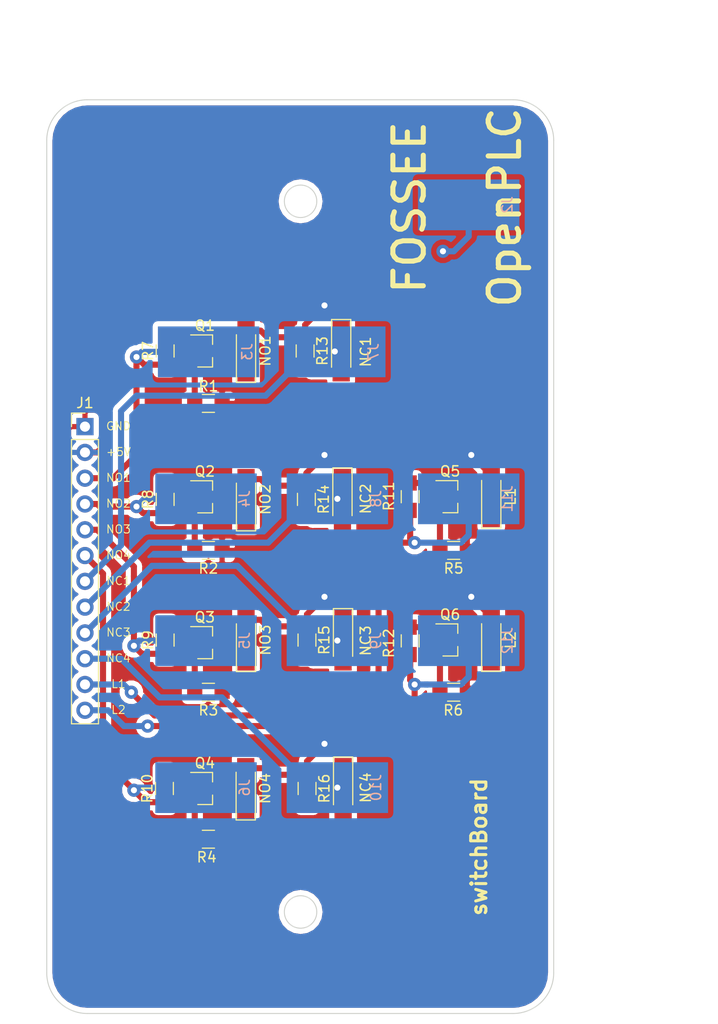
<source format=kicad_pcb>
(kicad_pcb (version 20171130) (host pcbnew 5.0.1)

  (general
    (thickness 1.6)
    (drawings 27)
    (tracks 183)
    (zones 0)
    (modules 44)
    (nets 35)
  )

  (page A4)
  (layers
    (0 F.Cu signal)
    (31 B.Cu signal hide)
    (32 B.Adhes user)
    (33 F.Adhes user)
    (34 B.Paste user hide)
    (35 F.Paste user)
    (36 B.SilkS user)
    (37 F.SilkS user)
    (38 B.Mask user hide)
    (39 F.Mask user)
    (40 Dwgs.User user)
    (41 Cmts.User user)
    (42 Eco1.User user)
    (43 Eco2.User user)
    (44 Edge.Cuts user)
    (45 Margin user)
    (46 B.CrtYd user)
    (47 F.CrtYd user)
    (48 B.Fab user hide)
    (49 F.Fab user)
  )

  (setup
    (last_trace_width 0.6)
    (trace_clearance 0.3)
    (zone_clearance 0.508)
    (zone_45_only no)
    (trace_min 0.2)
    (segment_width 0.2)
    (edge_width 0.15)
    (via_size 1.3)
    (via_drill 0.6)
    (via_min_size 0.4)
    (via_min_drill 0.3)
    (uvia_size 0.3)
    (uvia_drill 0.1)
    (uvias_allowed no)
    (uvia_min_size 0.2)
    (uvia_min_drill 0.1)
    (pcb_text_width 0.3)
    (pcb_text_size 1.5 1.5)
    (mod_edge_width 0.15)
    (mod_text_size 1 1)
    (mod_text_width 0.15)
    (pad_size 1.524 1.524)
    (pad_drill 0.762)
    (pad_to_mask_clearance 0.051)
    (solder_mask_min_width 0.25)
    (aux_axis_origin 0 0)
    (visible_elements FFFFFF7F)
    (pcbplotparams
      (layerselection 0x010fc_ffffffff)
      (usegerberextensions false)
      (usegerberattributes false)
      (usegerberadvancedattributes false)
      (creategerberjobfile false)
      (excludeedgelayer true)
      (linewidth 0.100000)
      (plotframeref false)
      (viasonmask false)
      (mode 1)
      (useauxorigin false)
      (hpglpennumber 1)
      (hpglpenspeed 20)
      (hpglpendiameter 15.000000)
      (psnegative false)
      (psa4output false)
      (plotreference true)
      (plotvalue true)
      (plotinvisibletext false)
      (padsonsilk false)
      (subtractmaskfromsilk false)
      (outputformat 1)
      (mirror false)
      (drillshape 0)
      (scaleselection 1)
      (outputdirectory "/home/easwaran/allProjects/kicad/openplc_modules/switches/gerber/"))
  )

  (net 0 "")
  (net 1 /s10)
  (net 2 /s8)
  (net 3 /s6)
  (net 4 /s4)
  (net 5 /s2)
  (net 6 /s9)
  (net 7 /s7)
  (net 8 /s5)
  (net 9 /s3)
  (net 10 /s1)
  (net 11 GND)
  (net 12 "Net-(D4-Pad1)")
  (net 13 "Net-(D5-Pad1)")
  (net 14 "Net-(D3-Pad1)")
  (net 15 "Net-(D2-Pad1)")
  (net 16 "Net-(D1-Pad1)")
  (net 17 "Net-(D6-Pad1)")
  (net 18 +5V)
  (net 19 "Net-(Q3-Pad1)")
  (net 20 "Net-(Q6-Pad1)")
  (net 21 "Net-(Q5-Pad1)")
  (net 22 "Net-(Q1-Pad1)")
  (net 23 "Net-(Q2-Pad1)")
  (net 24 "Net-(Q4-Pad1)")
  (net 25 "Net-(D9-Pad2)")
  (net 26 "Net-(D8-Pad2)")
  (net 27 "Net-(D7-Pad2)")
  (net 28 "Net-(D10-Pad2)")
  (net 29 "Net-(Q3-Pad2)")
  (net 30 "Net-(Q6-Pad2)")
  (net 31 "Net-(Q5-Pad2)")
  (net 32 "Net-(Q4-Pad2)")
  (net 33 "Net-(Q2-Pad2)")
  (net 34 "Net-(Q1-Pad2)")

  (net_class Default "This is the default net class."
    (clearance 0.3)
    (trace_width 0.6)
    (via_dia 1.3)
    (via_drill 0.6)
    (uvia_dia 0.3)
    (uvia_drill 0.1)
    (add_net +5V)
    (add_net /s1)
    (add_net /s10)
    (add_net /s2)
    (add_net /s3)
    (add_net /s4)
    (add_net /s5)
    (add_net /s6)
    (add_net /s7)
    (add_net /s8)
    (add_net /s9)
    (add_net GND)
    (add_net "Net-(D1-Pad1)")
    (add_net "Net-(D10-Pad2)")
    (add_net "Net-(D2-Pad1)")
    (add_net "Net-(D3-Pad1)")
    (add_net "Net-(D4-Pad1)")
    (add_net "Net-(D5-Pad1)")
    (add_net "Net-(D6-Pad1)")
    (add_net "Net-(D7-Pad2)")
    (add_net "Net-(D8-Pad2)")
    (add_net "Net-(D9-Pad2)")
    (add_net "Net-(Q1-Pad1)")
    (add_net "Net-(Q1-Pad2)")
    (add_net "Net-(Q2-Pad1)")
    (add_net "Net-(Q2-Pad2)")
    (add_net "Net-(Q3-Pad1)")
    (add_net "Net-(Q3-Pad2)")
    (add_net "Net-(Q4-Pad1)")
    (add_net "Net-(Q4-Pad2)")
    (add_net "Net-(Q5-Pad1)")
    (add_net "Net-(Q5-Pad2)")
    (add_net "Net-(Q6-Pad1)")
    (add_net "Net-(Q6-Pad2)")
  )

  (module LEDs:LED_1206_HandSoldering (layer F.Cu) (tedit 5C91E5CF) (tstamp 5C3CC83B)
    (at 123.249514 119.209815 270)
    (descr "LED SMD 1206, hand soldering")
    (tags "LED 1206")
    (path /5C3C5E62)
    (attr smd)
    (fp_text reference D10 (at 0 -1.85 270) (layer F.SilkS) hide
      (effects (font (size 1 1) (thickness 0.15)))
    )
    (fp_text value NC4 (at -0.083815 -2.226486 270) (layer F.SilkS)
      (effects (font (size 1 1) (thickness 0.15)))
    )
    (fp_line (start -3.1 -0.95) (end -3.1 0.95) (layer F.SilkS) (width 0.12))
    (fp_line (start -0.4 0) (end 0.2 -0.4) (layer F.Fab) (width 0.1))
    (fp_line (start 0.2 -0.4) (end 0.2 0.4) (layer F.Fab) (width 0.1))
    (fp_line (start 0.2 0.4) (end -0.4 0) (layer F.Fab) (width 0.1))
    (fp_line (start -0.45 -0.4) (end -0.45 0.4) (layer F.Fab) (width 0.1))
    (fp_line (start -1.6 0.8) (end -1.6 -0.8) (layer F.Fab) (width 0.1))
    (fp_line (start 1.6 0.8) (end -1.6 0.8) (layer F.Fab) (width 0.1))
    (fp_line (start 1.6 -0.8) (end 1.6 0.8) (layer F.Fab) (width 0.1))
    (fp_line (start -1.6 -0.8) (end 1.6 -0.8) (layer F.Fab) (width 0.1))
    (fp_line (start -3.1 0.95) (end 1.6 0.95) (layer F.SilkS) (width 0.12))
    (fp_line (start -3.1 -0.95) (end 1.6 -0.95) (layer F.SilkS) (width 0.12))
    (fp_line (start -3.25 -1.11) (end 3.25 -1.11) (layer F.CrtYd) (width 0.05))
    (fp_line (start -3.25 -1.11) (end -3.25 1.1) (layer F.CrtYd) (width 0.05))
    (fp_line (start 3.25 1.1) (end 3.25 -1.11) (layer F.CrtYd) (width 0.05))
    (fp_line (start 3.25 1.1) (end -3.25 1.1) (layer F.CrtYd) (width 0.05))
    (pad 1 smd rect (at -2 0 270) (size 2 1.7) (layers F.Cu F.Paste F.Mask)
      (net 2 /s8))
    (pad 2 smd rect (at 2 0 270) (size 2 1.7) (layers F.Cu F.Paste F.Mask)
      (net 28 "Net-(D10-Pad2)"))
    (model ${KISYS3DMOD}/LEDs.3dshapes/LED_1206.wrl
      (at (xyz 0 0 0))
      (scale (xyz 1 1 1))
      (rotate (xyz 0 0 180))
    )
  )

  (module LEDs:LED_1206_HandSoldering (layer F.Cu) (tedit 5C91E5D5) (tstamp 5C3CBA7E)
    (at 123.23973 104.590725 270)
    (descr "LED SMD 1206, hand soldering")
    (tags "LED 1206")
    (path /5C3C4B74)
    (attr smd)
    (fp_text reference D9 (at 0 -1.85 270) (layer F.SilkS) hide
      (effects (font (size 1 1) (thickness 0.15)))
    )
    (fp_text value NC3 (at 0.057275 -2.23627 270) (layer F.SilkS)
      (effects (font (size 1 1) (thickness 0.15)))
    )
    (fp_line (start 3.25 1.1) (end -3.25 1.1) (layer F.CrtYd) (width 0.05))
    (fp_line (start 3.25 1.1) (end 3.25 -1.11) (layer F.CrtYd) (width 0.05))
    (fp_line (start -3.25 -1.11) (end -3.25 1.1) (layer F.CrtYd) (width 0.05))
    (fp_line (start -3.25 -1.11) (end 3.25 -1.11) (layer F.CrtYd) (width 0.05))
    (fp_line (start -3.1 -0.95) (end 1.6 -0.95) (layer F.SilkS) (width 0.12))
    (fp_line (start -3.1 0.95) (end 1.6 0.95) (layer F.SilkS) (width 0.12))
    (fp_line (start -1.6 -0.8) (end 1.6 -0.8) (layer F.Fab) (width 0.1))
    (fp_line (start 1.6 -0.8) (end 1.6 0.8) (layer F.Fab) (width 0.1))
    (fp_line (start 1.6 0.8) (end -1.6 0.8) (layer F.Fab) (width 0.1))
    (fp_line (start -1.6 0.8) (end -1.6 -0.8) (layer F.Fab) (width 0.1))
    (fp_line (start -0.45 -0.4) (end -0.45 0.4) (layer F.Fab) (width 0.1))
    (fp_line (start 0.2 0.4) (end -0.4 0) (layer F.Fab) (width 0.1))
    (fp_line (start 0.2 -0.4) (end 0.2 0.4) (layer F.Fab) (width 0.1))
    (fp_line (start -0.4 0) (end 0.2 -0.4) (layer F.Fab) (width 0.1))
    (fp_line (start -3.1 -0.95) (end -3.1 0.95) (layer F.SilkS) (width 0.12))
    (pad 2 smd rect (at 2 0 270) (size 2 1.7) (layers F.Cu F.Paste F.Mask)
      (net 25 "Net-(D9-Pad2)"))
    (pad 1 smd rect (at -2 0 270) (size 2 1.7) (layers F.Cu F.Paste F.Mask)
      (net 7 /s7))
    (model ${KISYS3DMOD}/LEDs.3dshapes/LED_1206.wrl
      (at (xyz 0 0 0))
      (scale (xyz 1 1 1))
      (rotate (xyz 0 0 180))
    )
  )

  (module LEDs:LED_1206_HandSoldering (layer F.Cu) (tedit 5C91E57B) (tstamp 5C91DF06)
    (at 123.182653 90.733635 270)
    (descr "LED SMD 1206, hand soldering")
    (tags "LED 1206")
    (path /5C3C3A4A)
    (attr smd)
    (fp_text reference D8 (at 0 -1.85 270) (layer F.SilkS) hide
      (effects (font (size 1 1) (thickness 0.15)))
    )
    (fp_text value NC2 (at -0.055635 -2.293347 270) (layer F.SilkS)
      (effects (font (size 1 1) (thickness 0.15)))
    )
    (fp_line (start -3.1 -0.95) (end -3.1 0.95) (layer F.SilkS) (width 0.12))
    (fp_line (start -0.4 0) (end 0.2 -0.4) (layer F.Fab) (width 0.1))
    (fp_line (start 0.2 -0.4) (end 0.2 0.4) (layer F.Fab) (width 0.1))
    (fp_line (start 0.2 0.4) (end -0.4 0) (layer F.Fab) (width 0.1))
    (fp_line (start -0.45 -0.4) (end -0.45 0.4) (layer F.Fab) (width 0.1))
    (fp_line (start -1.6 0.8) (end -1.6 -0.8) (layer F.Fab) (width 0.1))
    (fp_line (start 1.6 0.8) (end -1.6 0.8) (layer F.Fab) (width 0.1))
    (fp_line (start 1.6 -0.8) (end 1.6 0.8) (layer F.Fab) (width 0.1))
    (fp_line (start -1.6 -0.8) (end 1.6 -0.8) (layer F.Fab) (width 0.1))
    (fp_line (start -3.1 0.95) (end 1.6 0.95) (layer F.SilkS) (width 0.12))
    (fp_line (start -3.1 -0.95) (end 1.6 -0.95) (layer F.SilkS) (width 0.12))
    (fp_line (start -3.25 -1.11) (end 3.25 -1.11) (layer F.CrtYd) (width 0.05))
    (fp_line (start -3.25 -1.11) (end -3.25 1.1) (layer F.CrtYd) (width 0.05))
    (fp_line (start 3.25 1.1) (end 3.25 -1.11) (layer F.CrtYd) (width 0.05))
    (fp_line (start 3.25 1.1) (end -3.25 1.1) (layer F.CrtYd) (width 0.05))
    (pad 1 smd rect (at -2 0 270) (size 2 1.7) (layers F.Cu F.Paste F.Mask)
      (net 3 /s6))
    (pad 2 smd rect (at 2 0 270) (size 2 1.7) (layers F.Cu F.Paste F.Mask)
      (net 26 "Net-(D8-Pad2)"))
    (model ${KISYS3DMOD}/LEDs.3dshapes/LED_1206.wrl
      (at (xyz 0 0 0))
      (scale (xyz 1 1 1))
      (rotate (xyz 0 0 180))
    )
  )

  (module LEDs:LED_1206_HandSoldering (layer F.Cu) (tedit 5C91E56F) (tstamp 5C3CB9D3)
    (at 123.057679 76.114545 270)
    (descr "LED SMD 1206, hand soldering")
    (tags "LED 1206")
    (path /5C3C2B44)
    (attr smd)
    (fp_text reference D7 (at 0 -1.85 270) (layer F.SilkS) hide
      (effects (font (size 1 1) (thickness 0.15)))
    )
    (fp_text value NC1 (at 0.085455 -2.418321 270) (layer F.SilkS)
      (effects (font (size 1 1) (thickness 0.15)))
    )
    (fp_line (start 3.25 1.1) (end -3.25 1.1) (layer F.CrtYd) (width 0.05))
    (fp_line (start 3.25 1.1) (end 3.25 -1.11) (layer F.CrtYd) (width 0.05))
    (fp_line (start -3.25 -1.11) (end -3.25 1.1) (layer F.CrtYd) (width 0.05))
    (fp_line (start -3.25 -1.11) (end 3.25 -1.11) (layer F.CrtYd) (width 0.05))
    (fp_line (start -3.1 -0.95) (end 1.6 -0.95) (layer F.SilkS) (width 0.12))
    (fp_line (start -3.1 0.95) (end 1.6 0.95) (layer F.SilkS) (width 0.12))
    (fp_line (start -1.6 -0.8) (end 1.6 -0.8) (layer F.Fab) (width 0.1))
    (fp_line (start 1.6 -0.8) (end 1.6 0.8) (layer F.Fab) (width 0.1))
    (fp_line (start 1.6 0.8) (end -1.6 0.8) (layer F.Fab) (width 0.1))
    (fp_line (start -1.6 0.8) (end -1.6 -0.8) (layer F.Fab) (width 0.1))
    (fp_line (start -0.45 -0.4) (end -0.45 0.4) (layer F.Fab) (width 0.1))
    (fp_line (start 0.2 0.4) (end -0.4 0) (layer F.Fab) (width 0.1))
    (fp_line (start 0.2 -0.4) (end 0.2 0.4) (layer F.Fab) (width 0.1))
    (fp_line (start -0.4 0) (end 0.2 -0.4) (layer F.Fab) (width 0.1))
    (fp_line (start -3.1 -0.95) (end -3.1 0.95) (layer F.SilkS) (width 0.12))
    (pad 2 smd rect (at 2 0 270) (size 2 1.7) (layers F.Cu F.Paste F.Mask)
      (net 27 "Net-(D7-Pad2)"))
    (pad 1 smd rect (at -2 0 270) (size 2 1.7) (layers F.Cu F.Paste F.Mask)
      (net 8 /s5))
    (model ${KISYS3DMOD}/LEDs.3dshapes/LED_1206.wrl
      (at (xyz 0 0 0))
      (scale (xyz 1 1 1))
      (rotate (xyz 0 0 180))
    )
  )

  (module LEDs:LED_1206_HandSoldering locked (layer F.Cu) (tedit 5C91E686) (tstamp 5C3CA649)
    (at 137.86 104.578 90)
    (descr "LED SMD 1206, hand soldering")
    (tags "LED 1206")
    (path /5C39065B)
    (attr smd)
    (fp_text reference D6 (at 0 -1.85 90) (layer F.SilkS) hide
      (effects (font (size 1 1) (thickness 0.15)))
    )
    (fp_text value L2 (at 0 1.9 90) (layer F.SilkS)
      (effects (font (size 1 1) (thickness 0.15)))
    )
    (fp_line (start -3.1 -0.95) (end -3.1 0.95) (layer F.SilkS) (width 0.12))
    (fp_line (start -0.4 0) (end 0.2 -0.4) (layer F.Fab) (width 0.1))
    (fp_line (start 0.2 -0.4) (end 0.2 0.4) (layer F.Fab) (width 0.1))
    (fp_line (start 0.2 0.4) (end -0.4 0) (layer F.Fab) (width 0.1))
    (fp_line (start -0.45 -0.4) (end -0.45 0.4) (layer F.Fab) (width 0.1))
    (fp_line (start -1.6 0.8) (end -1.6 -0.8) (layer F.Fab) (width 0.1))
    (fp_line (start 1.6 0.8) (end -1.6 0.8) (layer F.Fab) (width 0.1))
    (fp_line (start 1.6 -0.8) (end 1.6 0.8) (layer F.Fab) (width 0.1))
    (fp_line (start -1.6 -0.8) (end 1.6 -0.8) (layer F.Fab) (width 0.1))
    (fp_line (start -3.1 0.95) (end 1.6 0.95) (layer F.SilkS) (width 0.12))
    (fp_line (start -3.1 -0.95) (end 1.6 -0.95) (layer F.SilkS) (width 0.12))
    (fp_line (start -3.25 -1.11) (end 3.25 -1.11) (layer F.CrtYd) (width 0.05))
    (fp_line (start -3.25 -1.11) (end -3.25 1.1) (layer F.CrtYd) (width 0.05))
    (fp_line (start 3.25 1.1) (end 3.25 -1.11) (layer F.CrtYd) (width 0.05))
    (fp_line (start 3.25 1.1) (end -3.25 1.1) (layer F.CrtYd) (width 0.05))
    (pad 1 smd rect (at -2 0 90) (size 2 1.7) (layers F.Cu F.Paste F.Mask)
      (net 17 "Net-(D6-Pad1)"))
    (pad 2 smd rect (at 2 0 90) (size 2 1.7) (layers F.Cu F.Paste F.Mask)
      (net 18 +5V))
    (model ${KISYS3DMOD}/LEDs.3dshapes/LED_1206.wrl
      (at (xyz 0 0 0))
      (scale (xyz 1 1 1))
      (rotate (xyz 0 0 180))
    )
  )

  (module LEDs:LED_1206_HandSoldering (layer F.Cu) (tedit 5C91E67E) (tstamp 5C3CA635)
    (at 137.86 90.466905 90)
    (descr "LED SMD 1206, hand soldering")
    (tags "LED 1206")
    (path /5C390654)
    (attr smd)
    (fp_text reference D5 (at 0 -1.85 90) (layer F.SilkS) hide
      (effects (font (size 1 1) (thickness 0.15)))
    )
    (fp_text value L1 (at 0 1.9 90) (layer F.SilkS)
      (effects (font (size 1 1) (thickness 0.15)))
    )
    (fp_line (start 3.25 1.1) (end -3.25 1.1) (layer F.CrtYd) (width 0.05))
    (fp_line (start 3.25 1.1) (end 3.25 -1.11) (layer F.CrtYd) (width 0.05))
    (fp_line (start -3.25 -1.11) (end -3.25 1.1) (layer F.CrtYd) (width 0.05))
    (fp_line (start -3.25 -1.11) (end 3.25 -1.11) (layer F.CrtYd) (width 0.05))
    (fp_line (start -3.1 -0.95) (end 1.6 -0.95) (layer F.SilkS) (width 0.12))
    (fp_line (start -3.1 0.95) (end 1.6 0.95) (layer F.SilkS) (width 0.12))
    (fp_line (start -1.6 -0.8) (end 1.6 -0.8) (layer F.Fab) (width 0.1))
    (fp_line (start 1.6 -0.8) (end 1.6 0.8) (layer F.Fab) (width 0.1))
    (fp_line (start 1.6 0.8) (end -1.6 0.8) (layer F.Fab) (width 0.1))
    (fp_line (start -1.6 0.8) (end -1.6 -0.8) (layer F.Fab) (width 0.1))
    (fp_line (start -0.45 -0.4) (end -0.45 0.4) (layer F.Fab) (width 0.1))
    (fp_line (start 0.2 0.4) (end -0.4 0) (layer F.Fab) (width 0.1))
    (fp_line (start 0.2 -0.4) (end 0.2 0.4) (layer F.Fab) (width 0.1))
    (fp_line (start -0.4 0) (end 0.2 -0.4) (layer F.Fab) (width 0.1))
    (fp_line (start -3.1 -0.95) (end -3.1 0.95) (layer F.SilkS) (width 0.12))
    (pad 2 smd rect (at 2 0 90) (size 2 1.7) (layers F.Cu F.Paste F.Mask)
      (net 18 +5V))
    (pad 1 smd rect (at -2 0 90) (size 2 1.7) (layers F.Cu F.Paste F.Mask)
      (net 13 "Net-(D5-Pad1)"))
    (model ${KISYS3DMOD}/LEDs.3dshapes/LED_1206.wrl
      (at (xyz 0 0 0))
      (scale (xyz 1 1 1))
      (rotate (xyz 0 0 180))
    )
  )

  (module LEDs:LED_1206_HandSoldering (layer F.Cu) (tedit 5C91E55B) (tstamp 5C3CA621)
    (at 113.644 119.209815 90)
    (descr "LED SMD 1206, hand soldering")
    (tags "LED 1206")
    (path /5C39064D)
    (attr smd)
    (fp_text reference D4 (at 0 -1.85 90) (layer F.SilkS) hide
      (effects (font (size 1 1) (thickness 0.15)))
    )
    (fp_text value NO4 (at 0 1.9 90) (layer F.SilkS)
      (effects (font (size 1 1) (thickness 0.15)))
    )
    (fp_line (start -3.1 -0.95) (end -3.1 0.95) (layer F.SilkS) (width 0.12))
    (fp_line (start -0.4 0) (end 0.2 -0.4) (layer F.Fab) (width 0.1))
    (fp_line (start 0.2 -0.4) (end 0.2 0.4) (layer F.Fab) (width 0.1))
    (fp_line (start 0.2 0.4) (end -0.4 0) (layer F.Fab) (width 0.1))
    (fp_line (start -0.45 -0.4) (end -0.45 0.4) (layer F.Fab) (width 0.1))
    (fp_line (start -1.6 0.8) (end -1.6 -0.8) (layer F.Fab) (width 0.1))
    (fp_line (start 1.6 0.8) (end -1.6 0.8) (layer F.Fab) (width 0.1))
    (fp_line (start 1.6 -0.8) (end 1.6 0.8) (layer F.Fab) (width 0.1))
    (fp_line (start -1.6 -0.8) (end 1.6 -0.8) (layer F.Fab) (width 0.1))
    (fp_line (start -3.1 0.95) (end 1.6 0.95) (layer F.SilkS) (width 0.12))
    (fp_line (start -3.1 -0.95) (end 1.6 -0.95) (layer F.SilkS) (width 0.12))
    (fp_line (start -3.25 -1.11) (end 3.25 -1.11) (layer F.CrtYd) (width 0.05))
    (fp_line (start -3.25 -1.11) (end -3.25 1.1) (layer F.CrtYd) (width 0.05))
    (fp_line (start 3.25 1.1) (end 3.25 -1.11) (layer F.CrtYd) (width 0.05))
    (fp_line (start 3.25 1.1) (end -3.25 1.1) (layer F.CrtYd) (width 0.05))
    (pad 1 smd rect (at -2 0 90) (size 2 1.7) (layers F.Cu F.Paste F.Mask)
      (net 12 "Net-(D4-Pad1)"))
    (pad 2 smd rect (at 2 0 90) (size 2 1.7) (layers F.Cu F.Paste F.Mask)
      (net 18 +5V))
    (model ${KISYS3DMOD}/LEDs.3dshapes/LED_1206.wrl
      (at (xyz 0 0 0))
      (scale (xyz 1 1 1))
      (rotate (xyz 0 0 180))
    )
  )

  (module LEDs:LED_1206_HandSoldering (layer F.Cu) (tedit 5C91E54A) (tstamp 5C3CA60D)
    (at 113.674 104.590725 90)
    (descr "LED SMD 1206, hand soldering")
    (tags "LED 1206")
    (path /5C38AB24)
    (attr smd)
    (fp_text reference D3 (at 0 -1.85 90) (layer F.SilkS) hide
      (effects (font (size 1 1) (thickness 0.15)))
    )
    (fp_text value NO3 (at 0 1.9 90) (layer F.SilkS)
      (effects (font (size 1 1) (thickness 0.15)))
    )
    (fp_line (start 3.25 1.1) (end -3.25 1.1) (layer F.CrtYd) (width 0.05))
    (fp_line (start 3.25 1.1) (end 3.25 -1.11) (layer F.CrtYd) (width 0.05))
    (fp_line (start -3.25 -1.11) (end -3.25 1.1) (layer F.CrtYd) (width 0.05))
    (fp_line (start -3.25 -1.11) (end 3.25 -1.11) (layer F.CrtYd) (width 0.05))
    (fp_line (start -3.1 -0.95) (end 1.6 -0.95) (layer F.SilkS) (width 0.12))
    (fp_line (start -3.1 0.95) (end 1.6 0.95) (layer F.SilkS) (width 0.12))
    (fp_line (start -1.6 -0.8) (end 1.6 -0.8) (layer F.Fab) (width 0.1))
    (fp_line (start 1.6 -0.8) (end 1.6 0.8) (layer F.Fab) (width 0.1))
    (fp_line (start 1.6 0.8) (end -1.6 0.8) (layer F.Fab) (width 0.1))
    (fp_line (start -1.6 0.8) (end -1.6 -0.8) (layer F.Fab) (width 0.1))
    (fp_line (start -0.45 -0.4) (end -0.45 0.4) (layer F.Fab) (width 0.1))
    (fp_line (start 0.2 0.4) (end -0.4 0) (layer F.Fab) (width 0.1))
    (fp_line (start 0.2 -0.4) (end 0.2 0.4) (layer F.Fab) (width 0.1))
    (fp_line (start -0.4 0) (end 0.2 -0.4) (layer F.Fab) (width 0.1))
    (fp_line (start -3.1 -0.95) (end -3.1 0.95) (layer F.SilkS) (width 0.12))
    (pad 2 smd rect (at 2 0 90) (size 2 1.7) (layers F.Cu F.Paste F.Mask)
      (net 18 +5V))
    (pad 1 smd rect (at -2 0 90) (size 2 1.7) (layers F.Cu F.Paste F.Mask)
      (net 14 "Net-(D3-Pad1)"))
    (model ${KISYS3DMOD}/LEDs.3dshapes/LED_1206.wrl
      (at (xyz 0 0 0))
      (scale (xyz 1 1 1))
      (rotate (xyz 0 0 180))
    )
  )

  (module LEDs:LED_1206_HandSoldering (layer F.Cu) (tedit 5C91E537) (tstamp 5C3CA5F9)
    (at 113.674 90.733635 90)
    (descr "LED SMD 1206, hand soldering")
    (tags "LED 1206")
    (path /5C38AAB2)
    (attr smd)
    (fp_text reference D2 (at 0 -1.85 90) (layer F.SilkS) hide
      (effects (font (size 1 1) (thickness 0.15)))
    )
    (fp_text value NO2 (at 0 1.9 90) (layer F.SilkS)
      (effects (font (size 1 1) (thickness 0.15)))
    )
    (fp_line (start -3.1 -0.95) (end -3.1 0.95) (layer F.SilkS) (width 0.12))
    (fp_line (start -0.4 0) (end 0.2 -0.4) (layer F.Fab) (width 0.1))
    (fp_line (start 0.2 -0.4) (end 0.2 0.4) (layer F.Fab) (width 0.1))
    (fp_line (start 0.2 0.4) (end -0.4 0) (layer F.Fab) (width 0.1))
    (fp_line (start -0.45 -0.4) (end -0.45 0.4) (layer F.Fab) (width 0.1))
    (fp_line (start -1.6 0.8) (end -1.6 -0.8) (layer F.Fab) (width 0.1))
    (fp_line (start 1.6 0.8) (end -1.6 0.8) (layer F.Fab) (width 0.1))
    (fp_line (start 1.6 -0.8) (end 1.6 0.8) (layer F.Fab) (width 0.1))
    (fp_line (start -1.6 -0.8) (end 1.6 -0.8) (layer F.Fab) (width 0.1))
    (fp_line (start -3.1 0.95) (end 1.6 0.95) (layer F.SilkS) (width 0.12))
    (fp_line (start -3.1 -0.95) (end 1.6 -0.95) (layer F.SilkS) (width 0.12))
    (fp_line (start -3.25 -1.11) (end 3.25 -1.11) (layer F.CrtYd) (width 0.05))
    (fp_line (start -3.25 -1.11) (end -3.25 1.1) (layer F.CrtYd) (width 0.05))
    (fp_line (start 3.25 1.1) (end 3.25 -1.11) (layer F.CrtYd) (width 0.05))
    (fp_line (start 3.25 1.1) (end -3.25 1.1) (layer F.CrtYd) (width 0.05))
    (pad 1 smd rect (at -2 0 90) (size 2 1.7) (layers F.Cu F.Paste F.Mask)
      (net 15 "Net-(D2-Pad1)"))
    (pad 2 smd rect (at 2 0 90) (size 2 1.7) (layers F.Cu F.Paste F.Mask)
      (net 18 +5V))
    (model ${KISYS3DMOD}/LEDs.3dshapes/LED_1206.wrl
      (at (xyz 0 0 0))
      (scale (xyz 1 1 1))
      (rotate (xyz 0 0 180))
    )
  )

  (module LEDs:LED_1206_HandSoldering (layer F.Cu) (tedit 5C91E528) (tstamp 5C3CC5F8)
    (at 113.674 76.114545 90)
    (descr "LED SMD 1206, hand soldering")
    (tags "LED 1206")
    (path /5C38A8BF)
    (attr smd)
    (fp_text reference D1 (at 0 -1.85 90) (layer F.SilkS) hide
      (effects (font (size 1 1) (thickness 0.15)))
    )
    (fp_text value NO1 (at 0 1.9 90) (layer F.SilkS)
      (effects (font (size 1 1) (thickness 0.15)))
    )
    (fp_line (start 3.25 1.1) (end -3.25 1.1) (layer F.CrtYd) (width 0.05))
    (fp_line (start 3.25 1.1) (end 3.25 -1.11) (layer F.CrtYd) (width 0.05))
    (fp_line (start -3.25 -1.11) (end -3.25 1.1) (layer F.CrtYd) (width 0.05))
    (fp_line (start -3.25 -1.11) (end 3.25 -1.11) (layer F.CrtYd) (width 0.05))
    (fp_line (start -3.1 -0.95) (end 1.6 -0.95) (layer F.SilkS) (width 0.12))
    (fp_line (start -3.1 0.95) (end 1.6 0.95) (layer F.SilkS) (width 0.12))
    (fp_line (start -1.6 -0.8) (end 1.6 -0.8) (layer F.Fab) (width 0.1))
    (fp_line (start 1.6 -0.8) (end 1.6 0.8) (layer F.Fab) (width 0.1))
    (fp_line (start 1.6 0.8) (end -1.6 0.8) (layer F.Fab) (width 0.1))
    (fp_line (start -1.6 0.8) (end -1.6 -0.8) (layer F.Fab) (width 0.1))
    (fp_line (start -0.45 -0.4) (end -0.45 0.4) (layer F.Fab) (width 0.1))
    (fp_line (start 0.2 0.4) (end -0.4 0) (layer F.Fab) (width 0.1))
    (fp_line (start 0.2 -0.4) (end 0.2 0.4) (layer F.Fab) (width 0.1))
    (fp_line (start -0.4 0) (end 0.2 -0.4) (layer F.Fab) (width 0.1))
    (fp_line (start -3.1 -0.95) (end -3.1 0.95) (layer F.SilkS) (width 0.12))
    (pad 2 smd rect (at 2 0 90) (size 2 1.7) (layers F.Cu F.Paste F.Mask)
      (net 18 +5V))
    (pad 1 smd rect (at -2 0 90) (size 2 1.7) (layers F.Cu F.Paste F.Mask)
      (net 16 "Net-(D1-Pad1)"))
    (model ${KISYS3DMOD}/LEDs.3dshapes/LED_1206.wrl
      (at (xyz 0 0 0))
      (scale (xyz 1 1 1))
      (rotate (xyz 0 0 180))
    )
  )

  (module Resistors_SMD:R_0805_HandSoldering (layer F.Cu) (tedit 58E0A804) (tstamp 5C3CC873)
    (at 119.693514 119.209815 270)
    (descr "Resistor SMD 0805, hand soldering")
    (tags "resistor 0805")
    (path /5C3C5E5B)
    (attr smd)
    (fp_text reference R16 (at 0 -1.7 270) (layer F.SilkS)
      (effects (font (size 1 1) (thickness 0.15)))
    )
    (fp_text value R_US (at 0 1.75 270) (layer F.Fab)
      (effects (font (size 1 1) (thickness 0.15)))
    )
    (fp_text user %R (at 0 0 270) (layer F.Fab)
      (effects (font (size 0.5 0.5) (thickness 0.075)))
    )
    (fp_line (start -1 0.62) (end -1 -0.62) (layer F.Fab) (width 0.1))
    (fp_line (start 1 0.62) (end -1 0.62) (layer F.Fab) (width 0.1))
    (fp_line (start 1 -0.62) (end 1 0.62) (layer F.Fab) (width 0.1))
    (fp_line (start -1 -0.62) (end 1 -0.62) (layer F.Fab) (width 0.1))
    (fp_line (start 0.6 0.88) (end -0.6 0.88) (layer F.SilkS) (width 0.12))
    (fp_line (start -0.6 -0.88) (end 0.6 -0.88) (layer F.SilkS) (width 0.12))
    (fp_line (start -2.35 -0.9) (end 2.35 -0.9) (layer F.CrtYd) (width 0.05))
    (fp_line (start -2.35 -0.9) (end -2.35 0.9) (layer F.CrtYd) (width 0.05))
    (fp_line (start 2.35 0.9) (end 2.35 -0.9) (layer F.CrtYd) (width 0.05))
    (fp_line (start 2.35 0.9) (end -2.35 0.9) (layer F.CrtYd) (width 0.05))
    (pad 1 smd rect (at -1.35 0 270) (size 1.5 1.3) (layers F.Cu F.Paste F.Mask)
      (net 18 +5V))
    (pad 2 smd rect (at 1.35 0 270) (size 1.5 1.3) (layers F.Cu F.Paste F.Mask)
      (net 28 "Net-(D10-Pad2)"))
    (model ${KISYS3DMOD}/Resistors_SMD.3dshapes/R_0805.wrl
      (at (xyz 0 0 0))
      (scale (xyz 1 1 1))
      (rotate (xyz 0 0 0))
    )
  )

  (module Resistors_SMD:R_0805_HandSoldering (layer F.Cu) (tedit 58E0A804) (tstamp 5C3CBAB6)
    (at 119.501679 76.114545 270)
    (descr "Resistor SMD 0805, hand soldering")
    (tags "resistor 0805")
    (path /5C3C2B3D)
    (attr smd)
    (fp_text reference R13 (at 0 -1.7 270) (layer F.SilkS)
      (effects (font (size 1 1) (thickness 0.15)))
    )
    (fp_text value R_US (at 0 1.75 270) (layer F.Fab)
      (effects (font (size 1 1) (thickness 0.15)))
    )
    (fp_line (start 2.35 0.9) (end -2.35 0.9) (layer F.CrtYd) (width 0.05))
    (fp_line (start 2.35 0.9) (end 2.35 -0.9) (layer F.CrtYd) (width 0.05))
    (fp_line (start -2.35 -0.9) (end -2.35 0.9) (layer F.CrtYd) (width 0.05))
    (fp_line (start -2.35 -0.9) (end 2.35 -0.9) (layer F.CrtYd) (width 0.05))
    (fp_line (start -0.6 -0.88) (end 0.6 -0.88) (layer F.SilkS) (width 0.12))
    (fp_line (start 0.6 0.88) (end -0.6 0.88) (layer F.SilkS) (width 0.12))
    (fp_line (start -1 -0.62) (end 1 -0.62) (layer F.Fab) (width 0.1))
    (fp_line (start 1 -0.62) (end 1 0.62) (layer F.Fab) (width 0.1))
    (fp_line (start 1 0.62) (end -1 0.62) (layer F.Fab) (width 0.1))
    (fp_line (start -1 0.62) (end -1 -0.62) (layer F.Fab) (width 0.1))
    (fp_text user %R (at 0 0 270) (layer F.Fab)
      (effects (font (size 0.5 0.5) (thickness 0.075)))
    )
    (pad 2 smd rect (at 1.35 0 270) (size 1.5 1.3) (layers F.Cu F.Paste F.Mask)
      (net 27 "Net-(D7-Pad2)"))
    (pad 1 smd rect (at -1.35 0 270) (size 1.5 1.3) (layers F.Cu F.Paste F.Mask)
      (net 18 +5V))
    (model ${KISYS3DMOD}/Resistors_SMD.3dshapes/R_0805.wrl
      (at (xyz 0 0 0))
      (scale (xyz 1 1 1))
      (rotate (xyz 0 0 0))
    )
  )

  (module Resistors_SMD:R_0805_HandSoldering (layer F.Cu) (tedit 58E0A804) (tstamp 5C3CBA0B)
    (at 119.626653 90.733635 270)
    (descr "Resistor SMD 0805, hand soldering")
    (tags "resistor 0805")
    (path /5C3C3A43)
    (attr smd)
    (fp_text reference R14 (at 0 -1.7 270) (layer F.SilkS)
      (effects (font (size 1 1) (thickness 0.15)))
    )
    (fp_text value R_US (at 0 1.75 270) (layer F.Fab)
      (effects (font (size 1 1) (thickness 0.15)))
    )
    (fp_text user %R (at 0 0 270) (layer F.Fab)
      (effects (font (size 0.5 0.5) (thickness 0.075)))
    )
    (fp_line (start -1 0.62) (end -1 -0.62) (layer F.Fab) (width 0.1))
    (fp_line (start 1 0.62) (end -1 0.62) (layer F.Fab) (width 0.1))
    (fp_line (start 1 -0.62) (end 1 0.62) (layer F.Fab) (width 0.1))
    (fp_line (start -1 -0.62) (end 1 -0.62) (layer F.Fab) (width 0.1))
    (fp_line (start 0.6 0.88) (end -0.6 0.88) (layer F.SilkS) (width 0.12))
    (fp_line (start -0.6 -0.88) (end 0.6 -0.88) (layer F.SilkS) (width 0.12))
    (fp_line (start -2.35 -0.9) (end 2.35 -0.9) (layer F.CrtYd) (width 0.05))
    (fp_line (start -2.35 -0.9) (end -2.35 0.9) (layer F.CrtYd) (width 0.05))
    (fp_line (start 2.35 0.9) (end 2.35 -0.9) (layer F.CrtYd) (width 0.05))
    (fp_line (start 2.35 0.9) (end -2.35 0.9) (layer F.CrtYd) (width 0.05))
    (pad 1 smd rect (at -1.35 0 270) (size 1.5 1.3) (layers F.Cu F.Paste F.Mask)
      (net 18 +5V))
    (pad 2 smd rect (at 1.35 0 270) (size 1.5 1.3) (layers F.Cu F.Paste F.Mask)
      (net 26 "Net-(D8-Pad2)"))
    (model ${KISYS3DMOD}/Resistors_SMD.3dshapes/R_0805.wrl
      (at (xyz 0 0 0))
      (scale (xyz 1 1 1))
      (rotate (xyz 0 0 0))
    )
  )

  (module Resistors_SMD:R_0805_HandSoldering (layer F.Cu) (tedit 58E0A804) (tstamp 5C3CBB82)
    (at 119.68373 104.590725 270)
    (descr "Resistor SMD 0805, hand soldering")
    (tags "resistor 0805")
    (path /5C3C4B6D)
    (attr smd)
    (fp_text reference R15 (at 0 -1.7 270) (layer F.SilkS)
      (effects (font (size 1 1) (thickness 0.15)))
    )
    (fp_text value R_US (at 0 1.75 270) (layer F.Fab)
      (effects (font (size 1 1) (thickness 0.15)))
    )
    (fp_line (start 2.35 0.9) (end -2.35 0.9) (layer F.CrtYd) (width 0.05))
    (fp_line (start 2.35 0.9) (end 2.35 -0.9) (layer F.CrtYd) (width 0.05))
    (fp_line (start -2.35 -0.9) (end -2.35 0.9) (layer F.CrtYd) (width 0.05))
    (fp_line (start -2.35 -0.9) (end 2.35 -0.9) (layer F.CrtYd) (width 0.05))
    (fp_line (start -0.6 -0.88) (end 0.6 -0.88) (layer F.SilkS) (width 0.12))
    (fp_line (start 0.6 0.88) (end -0.6 0.88) (layer F.SilkS) (width 0.12))
    (fp_line (start -1 -0.62) (end 1 -0.62) (layer F.Fab) (width 0.1))
    (fp_line (start 1 -0.62) (end 1 0.62) (layer F.Fab) (width 0.1))
    (fp_line (start 1 0.62) (end -1 0.62) (layer F.Fab) (width 0.1))
    (fp_line (start -1 0.62) (end -1 -0.62) (layer F.Fab) (width 0.1))
    (fp_text user %R (at 0 0 270) (layer F.Fab)
      (effects (font (size 0.5 0.5) (thickness 0.075)))
    )
    (pad 2 smd rect (at 1.35 0 270) (size 1.5 1.3) (layers F.Cu F.Paste F.Mask)
      (net 25 "Net-(D9-Pad2)"))
    (pad 1 smd rect (at -1.35 0 270) (size 1.5 1.3) (layers F.Cu F.Paste F.Mask)
      (net 18 +5V))
    (model ${KISYS3DMOD}/Resistors_SMD.3dshapes/R_0805.wrl
      (at (xyz 0 0 0))
      (scale (xyz 1 1 1))
      (rotate (xyz 0 0 0))
    )
  )

  (module Resistors_SMD:R_0805_HandSoldering (layer F.Cu) (tedit 58E0A804) (tstamp 5C3CBAFE)
    (at 129.862 104.668 90)
    (descr "Resistor SMD 0805, hand soldering")
    (tags "resistor 0805")
    (path /5C39F801)
    (attr smd)
    (fp_text reference R12 (at -0.234 -2.1 90) (layer F.SilkS)
      (effects (font (size 1 1) (thickness 0.15)))
    )
    (fp_text value R_US (at 0 1.75 90) (layer F.Fab)
      (effects (font (size 1 1) (thickness 0.15)))
    )
    (fp_text user %R (at 0 0 90) (layer F.Fab)
      (effects (font (size 0.5 0.5) (thickness 0.075)))
    )
    (fp_line (start -1 0.62) (end -1 -0.62) (layer F.Fab) (width 0.1))
    (fp_line (start 1 0.62) (end -1 0.62) (layer F.Fab) (width 0.1))
    (fp_line (start 1 -0.62) (end 1 0.62) (layer F.Fab) (width 0.1))
    (fp_line (start -1 -0.62) (end 1 -0.62) (layer F.Fab) (width 0.1))
    (fp_line (start 0.6 0.88) (end -0.6 0.88) (layer F.SilkS) (width 0.12))
    (fp_line (start -0.6 -0.88) (end 0.6 -0.88) (layer F.SilkS) (width 0.12))
    (fp_line (start -2.35 -0.9) (end 2.35 -0.9) (layer F.CrtYd) (width 0.05))
    (fp_line (start -2.35 -0.9) (end -2.35 0.9) (layer F.CrtYd) (width 0.05))
    (fp_line (start 2.35 0.9) (end 2.35 -0.9) (layer F.CrtYd) (width 0.05))
    (fp_line (start 2.35 0.9) (end -2.35 0.9) (layer F.CrtYd) (width 0.05))
    (pad 1 smd rect (at -1.35 0 90) (size 1.5 1.3) (layers F.Cu F.Paste F.Mask)
      (net 1 /s10))
    (pad 2 smd rect (at 1.35 0 90) (size 1.5 1.3) (layers F.Cu F.Paste F.Mask)
      (net 20 "Net-(Q6-Pad1)"))
    (model ${KISYS3DMOD}/Resistors_SMD.3dshapes/R_0805.wrl
      (at (xyz 0 0 0))
      (scale (xyz 1 1 1))
      (rotate (xyz 0 0 0))
    )
  )

  (module Resistors_SMD:R_0805_HandSoldering (layer F.Cu) (tedit 58E0A804) (tstamp 5C3CC630)
    (at 105.696 76.114545 90)
    (descr "Resistor SMD 0805, hand soldering")
    (tags "resistor 0805")
    (path /5C397AB8)
    (attr smd)
    (fp_text reference R7 (at 0 -1.7 90) (layer F.SilkS)
      (effects (font (size 1 1) (thickness 0.15)))
    )
    (fp_text value R_US (at 0 1.75 90) (layer F.Fab)
      (effects (font (size 1 1) (thickness 0.15)))
    )
    (fp_line (start 2.35 0.9) (end -2.35 0.9) (layer F.CrtYd) (width 0.05))
    (fp_line (start 2.35 0.9) (end 2.35 -0.9) (layer F.CrtYd) (width 0.05))
    (fp_line (start -2.35 -0.9) (end -2.35 0.9) (layer F.CrtYd) (width 0.05))
    (fp_line (start -2.35 -0.9) (end 2.35 -0.9) (layer F.CrtYd) (width 0.05))
    (fp_line (start -0.6 -0.88) (end 0.6 -0.88) (layer F.SilkS) (width 0.12))
    (fp_line (start 0.6 0.88) (end -0.6 0.88) (layer F.SilkS) (width 0.12))
    (fp_line (start -1 -0.62) (end 1 -0.62) (layer F.Fab) (width 0.1))
    (fp_line (start 1 -0.62) (end 1 0.62) (layer F.Fab) (width 0.1))
    (fp_line (start 1 0.62) (end -1 0.62) (layer F.Fab) (width 0.1))
    (fp_line (start -1 0.62) (end -1 -0.62) (layer F.Fab) (width 0.1))
    (fp_text user %R (at 0 0 90) (layer F.Fab)
      (effects (font (size 0.5 0.5) (thickness 0.075)))
    )
    (pad 2 smd rect (at 1.35 0 90) (size 1.5 1.3) (layers F.Cu F.Paste F.Mask)
      (net 22 "Net-(Q1-Pad1)"))
    (pad 1 smd rect (at -1.35 0 90) (size 1.5 1.3) (layers F.Cu F.Paste F.Mask)
      (net 10 /s1))
    (model ${KISYS3DMOD}/Resistors_SMD.3dshapes/R_0805.wrl
      (at (xyz 0 0 0))
      (scale (xyz 1 1 1))
      (rotate (xyz 0 0 0))
    )
  )

  (module Resistors_SMD:R_0805_HandSoldering (layer F.Cu) (tedit 58E0A804) (tstamp 5C3C968E)
    (at 105.696 90.733635 90)
    (descr "Resistor SMD 0805, hand soldering")
    (tags "resistor 0805")
    (path /5C3988CF)
    (attr smd)
    (fp_text reference R8 (at 0 -1.7 90) (layer F.SilkS)
      (effects (font (size 1 1) (thickness 0.15)))
    )
    (fp_text value R_US (at 0 1.75 90) (layer F.Fab)
      (effects (font (size 1 1) (thickness 0.15)))
    )
    (fp_text user %R (at 0 0 90) (layer F.Fab)
      (effects (font (size 0.5 0.5) (thickness 0.075)))
    )
    (fp_line (start -1 0.62) (end -1 -0.62) (layer F.Fab) (width 0.1))
    (fp_line (start 1 0.62) (end -1 0.62) (layer F.Fab) (width 0.1))
    (fp_line (start 1 -0.62) (end 1 0.62) (layer F.Fab) (width 0.1))
    (fp_line (start -1 -0.62) (end 1 -0.62) (layer F.Fab) (width 0.1))
    (fp_line (start 0.6 0.88) (end -0.6 0.88) (layer F.SilkS) (width 0.12))
    (fp_line (start -0.6 -0.88) (end 0.6 -0.88) (layer F.SilkS) (width 0.12))
    (fp_line (start -2.35 -0.9) (end 2.35 -0.9) (layer F.CrtYd) (width 0.05))
    (fp_line (start -2.35 -0.9) (end -2.35 0.9) (layer F.CrtYd) (width 0.05))
    (fp_line (start 2.35 0.9) (end 2.35 -0.9) (layer F.CrtYd) (width 0.05))
    (fp_line (start 2.35 0.9) (end -2.35 0.9) (layer F.CrtYd) (width 0.05))
    (pad 1 smd rect (at -1.35 0 90) (size 1.5 1.3) (layers F.Cu F.Paste F.Mask)
      (net 5 /s2))
    (pad 2 smd rect (at 1.35 0 90) (size 1.5 1.3) (layers F.Cu F.Paste F.Mask)
      (net 23 "Net-(Q2-Pad1)"))
    (model ${KISYS3DMOD}/Resistors_SMD.3dshapes/R_0805.wrl
      (at (xyz 0 0 0))
      (scale (xyz 1 1 1))
      (rotate (xyz 0 0 0))
    )
  )

  (module Resistors_SMD:R_0805_HandSoldering (layer F.Cu) (tedit 58E0A804) (tstamp 5C3C999A)
    (at 105.696 104.590725 90)
    (descr "Resistor SMD 0805, hand soldering")
    (tags "resistor 0805")
    (path /5C39A9E7)
    (attr smd)
    (fp_text reference R9 (at 0 -1.7 90) (layer F.SilkS)
      (effects (font (size 1 1) (thickness 0.15)))
    )
    (fp_text value R_US (at 0 1.75 90) (layer F.Fab)
      (effects (font (size 1 1) (thickness 0.15)))
    )
    (fp_line (start 2.35 0.9) (end -2.35 0.9) (layer F.CrtYd) (width 0.05))
    (fp_line (start 2.35 0.9) (end 2.35 -0.9) (layer F.CrtYd) (width 0.05))
    (fp_line (start -2.35 -0.9) (end -2.35 0.9) (layer F.CrtYd) (width 0.05))
    (fp_line (start -2.35 -0.9) (end 2.35 -0.9) (layer F.CrtYd) (width 0.05))
    (fp_line (start -0.6 -0.88) (end 0.6 -0.88) (layer F.SilkS) (width 0.12))
    (fp_line (start 0.6 0.88) (end -0.6 0.88) (layer F.SilkS) (width 0.12))
    (fp_line (start -1 -0.62) (end 1 -0.62) (layer F.Fab) (width 0.1))
    (fp_line (start 1 -0.62) (end 1 0.62) (layer F.Fab) (width 0.1))
    (fp_line (start 1 0.62) (end -1 0.62) (layer F.Fab) (width 0.1))
    (fp_line (start -1 0.62) (end -1 -0.62) (layer F.Fab) (width 0.1))
    (fp_text user %R (at 0 0 90) (layer F.Fab)
      (effects (font (size 0.5 0.5) (thickness 0.075)))
    )
    (pad 2 smd rect (at 1.35 0 90) (size 1.5 1.3) (layers F.Cu F.Paste F.Mask)
      (net 19 "Net-(Q3-Pad1)"))
    (pad 1 smd rect (at -1.35 0 90) (size 1.5 1.3) (layers F.Cu F.Paste F.Mask)
      (net 9 /s3))
    (model ${KISYS3DMOD}/Resistors_SMD.3dshapes/R_0805.wrl
      (at (xyz 0 0 0))
      (scale (xyz 1 1 1))
      (rotate (xyz 0 0 0))
    )
  )

  (module Resistors_SMD:R_0805_HandSoldering (layer F.Cu) (tedit 58E0A804) (tstamp 5C3C99CA)
    (at 105.626 119.209815 90)
    (descr "Resistor SMD 0805, hand soldering")
    (tags "resistor 0805")
    (path /5C39C1DB)
    (attr smd)
    (fp_text reference R10 (at 0 -1.7 90) (layer F.SilkS)
      (effects (font (size 1 1) (thickness 0.15)))
    )
    (fp_text value R_US (at 0 1.75 90) (layer F.Fab)
      (effects (font (size 1 1) (thickness 0.15)))
    )
    (fp_text user %R (at 0 0 90) (layer F.Fab)
      (effects (font (size 0.5 0.5) (thickness 0.075)))
    )
    (fp_line (start -1 0.62) (end -1 -0.62) (layer F.Fab) (width 0.1))
    (fp_line (start 1 0.62) (end -1 0.62) (layer F.Fab) (width 0.1))
    (fp_line (start 1 -0.62) (end 1 0.62) (layer F.Fab) (width 0.1))
    (fp_line (start -1 -0.62) (end 1 -0.62) (layer F.Fab) (width 0.1))
    (fp_line (start 0.6 0.88) (end -0.6 0.88) (layer F.SilkS) (width 0.12))
    (fp_line (start -0.6 -0.88) (end 0.6 -0.88) (layer F.SilkS) (width 0.12))
    (fp_line (start -2.35 -0.9) (end 2.35 -0.9) (layer F.CrtYd) (width 0.05))
    (fp_line (start -2.35 -0.9) (end -2.35 0.9) (layer F.CrtYd) (width 0.05))
    (fp_line (start 2.35 0.9) (end 2.35 -0.9) (layer F.CrtYd) (width 0.05))
    (fp_line (start 2.35 0.9) (end -2.35 0.9) (layer F.CrtYd) (width 0.05))
    (pad 1 smd rect (at -1.35 0 90) (size 1.5 1.3) (layers F.Cu F.Paste F.Mask)
      (net 4 /s4))
    (pad 2 smd rect (at 1.35 0 90) (size 1.5 1.3) (layers F.Cu F.Paste F.Mask)
      (net 24 "Net-(Q4-Pad1)"))
    (model ${KISYS3DMOD}/Resistors_SMD.3dshapes/R_0805.wrl
      (at (xyz 0 0 0))
      (scale (xyz 1 1 1))
      (rotate (xyz 0 0 0))
    )
  )

  (module Resistors_SMD:R_0805_HandSoldering (layer F.Cu) (tedit 58E0A804) (tstamp 5C3CBBEE)
    (at 129.862 90.466905 90)
    (descr "Resistor SMD 0805, hand soldering")
    (tags "resistor 0805")
    (path /5C39DE34)
    (attr smd)
    (fp_text reference R11 (at 0.042905 -2.1 90) (layer F.SilkS)
      (effects (font (size 1 1) (thickness 0.15)))
    )
    (fp_text value R_US (at 0 1.75 90) (layer F.Fab)
      (effects (font (size 1 1) (thickness 0.15)))
    )
    (fp_line (start 2.35 0.9) (end -2.35 0.9) (layer F.CrtYd) (width 0.05))
    (fp_line (start 2.35 0.9) (end 2.35 -0.9) (layer F.CrtYd) (width 0.05))
    (fp_line (start -2.35 -0.9) (end -2.35 0.9) (layer F.CrtYd) (width 0.05))
    (fp_line (start -2.35 -0.9) (end 2.35 -0.9) (layer F.CrtYd) (width 0.05))
    (fp_line (start -0.6 -0.88) (end 0.6 -0.88) (layer F.SilkS) (width 0.12))
    (fp_line (start 0.6 0.88) (end -0.6 0.88) (layer F.SilkS) (width 0.12))
    (fp_line (start -1 -0.62) (end 1 -0.62) (layer F.Fab) (width 0.1))
    (fp_line (start 1 -0.62) (end 1 0.62) (layer F.Fab) (width 0.1))
    (fp_line (start 1 0.62) (end -1 0.62) (layer F.Fab) (width 0.1))
    (fp_line (start -1 0.62) (end -1 -0.62) (layer F.Fab) (width 0.1))
    (fp_text user %R (at 0 0 90) (layer F.Fab)
      (effects (font (size 0.5 0.5) (thickness 0.075)))
    )
    (pad 2 smd rect (at 1.35 0 90) (size 1.5 1.3) (layers F.Cu F.Paste F.Mask)
      (net 21 "Net-(Q5-Pad1)"))
    (pad 1 smd rect (at -1.35 0 90) (size 1.5 1.3) (layers F.Cu F.Paste F.Mask)
      (net 6 /s9))
    (model ${KISYS3DMOD}/Resistors_SMD.3dshapes/R_0805.wrl
      (at (xyz 0 0 0))
      (scale (xyz 1 1 1))
      (rotate (xyz 0 0 0))
    )
  )

  (module Resistors_SMD:R_0805_HandSoldering (layer F.Cu) (tedit 58E0A804) (tstamp 5C3C96EE)
    (at 134.15 109.728)
    (descr "Resistor SMD 0805, hand soldering")
    (tags "resistor 0805")
    (path /5C390646)
    (attr smd)
    (fp_text reference R6 (at -0.038 1.778) (layer F.SilkS)
      (effects (font (size 1 1) (thickness 0.15)))
    )
    (fp_text value R_US (at 0 1.75) (layer F.Fab)
      (effects (font (size 1 1) (thickness 0.15)))
    )
    (fp_text user %R (at 0 0) (layer F.Fab)
      (effects (font (size 0.5 0.5) (thickness 0.075)))
    )
    (fp_line (start -1 0.62) (end -1 -0.62) (layer F.Fab) (width 0.1))
    (fp_line (start 1 0.62) (end -1 0.62) (layer F.Fab) (width 0.1))
    (fp_line (start 1 -0.62) (end 1 0.62) (layer F.Fab) (width 0.1))
    (fp_line (start -1 -0.62) (end 1 -0.62) (layer F.Fab) (width 0.1))
    (fp_line (start 0.6 0.88) (end -0.6 0.88) (layer F.SilkS) (width 0.12))
    (fp_line (start -0.6 -0.88) (end 0.6 -0.88) (layer F.SilkS) (width 0.12))
    (fp_line (start -2.35 -0.9) (end 2.35 -0.9) (layer F.CrtYd) (width 0.05))
    (fp_line (start -2.35 -0.9) (end -2.35 0.9) (layer F.CrtYd) (width 0.05))
    (fp_line (start 2.35 0.9) (end 2.35 -0.9) (layer F.CrtYd) (width 0.05))
    (fp_line (start 2.35 0.9) (end -2.35 0.9) (layer F.CrtYd) (width 0.05))
    (pad 1 smd rect (at -1.35 0) (size 1.5 1.3) (layers F.Cu F.Paste F.Mask)
      (net 30 "Net-(Q6-Pad2)"))
    (pad 2 smd rect (at 1.35 0) (size 1.5 1.3) (layers F.Cu F.Paste F.Mask)
      (net 11 GND))
    (model ${KISYS3DMOD}/Resistors_SMD.3dshapes/R_0805.wrl
      (at (xyz 0 0 0))
      (scale (xyz 1 1 1))
      (rotate (xyz 0 0 0))
    )
  )

  (module Resistors_SMD:R_0805_HandSoldering (layer F.Cu) (tedit 58E0A804) (tstamp 5C7D106E)
    (at 134.15 95.758)
    (descr "Resistor SMD 0805, hand soldering")
    (tags "resistor 0805")
    (path /5C39063F)
    (attr smd)
    (fp_text reference R5 (at 0 1.778) (layer F.SilkS)
      (effects (font (size 1 1) (thickness 0.15)))
    )
    (fp_text value R_US (at 0 1.75) (layer F.Fab)
      (effects (font (size 1 1) (thickness 0.15)))
    )
    (fp_text user %R (at 0 0) (layer F.Fab)
      (effects (font (size 0.5 0.5) (thickness 0.075)))
    )
    (fp_line (start -1 0.62) (end -1 -0.62) (layer F.Fab) (width 0.1))
    (fp_line (start 1 0.62) (end -1 0.62) (layer F.Fab) (width 0.1))
    (fp_line (start 1 -0.62) (end 1 0.62) (layer F.Fab) (width 0.1))
    (fp_line (start -1 -0.62) (end 1 -0.62) (layer F.Fab) (width 0.1))
    (fp_line (start 0.6 0.88) (end -0.6 0.88) (layer F.SilkS) (width 0.12))
    (fp_line (start -0.6 -0.88) (end 0.6 -0.88) (layer F.SilkS) (width 0.12))
    (fp_line (start -2.35 -0.9) (end 2.35 -0.9) (layer F.CrtYd) (width 0.05))
    (fp_line (start -2.35 -0.9) (end -2.35 0.9) (layer F.CrtYd) (width 0.05))
    (fp_line (start 2.35 0.9) (end 2.35 -0.9) (layer F.CrtYd) (width 0.05))
    (fp_line (start 2.35 0.9) (end -2.35 0.9) (layer F.CrtYd) (width 0.05))
    (pad 1 smd rect (at -1.35 0) (size 1.5 1.3) (layers F.Cu F.Paste F.Mask)
      (net 31 "Net-(Q5-Pad2)"))
    (pad 2 smd rect (at 1.35 0) (size 1.5 1.3) (layers F.Cu F.Paste F.Mask)
      (net 11 GND))
    (model ${KISYS3DMOD}/Resistors_SMD.3dshapes/R_0805.wrl
      (at (xyz 0 0 0))
      (scale (xyz 1 1 1))
      (rotate (xyz 0 0 0))
    )
  )

  (module Resistors_SMD:R_0805_HandSoldering (layer F.Cu) (tedit 58E0A804) (tstamp 5C7D09A0)
    (at 109.964 124.206)
    (descr "Resistor SMD 0805, hand soldering")
    (tags "resistor 0805")
    (path /5C390638)
    (attr smd)
    (fp_text reference R4 (at -0.174 1.778) (layer F.SilkS)
      (effects (font (size 1 1) (thickness 0.15)))
    )
    (fp_text value R_US (at 0 1.75) (layer F.Fab)
      (effects (font (size 1 1) (thickness 0.15)))
    )
    (fp_text user %R (at 0 0) (layer F.Fab)
      (effects (font (size 0.5 0.5) (thickness 0.075)))
    )
    (fp_line (start -1 0.62) (end -1 -0.62) (layer F.Fab) (width 0.1))
    (fp_line (start 1 0.62) (end -1 0.62) (layer F.Fab) (width 0.1))
    (fp_line (start 1 -0.62) (end 1 0.62) (layer F.Fab) (width 0.1))
    (fp_line (start -1 -0.62) (end 1 -0.62) (layer F.Fab) (width 0.1))
    (fp_line (start 0.6 0.88) (end -0.6 0.88) (layer F.SilkS) (width 0.12))
    (fp_line (start -0.6 -0.88) (end 0.6 -0.88) (layer F.SilkS) (width 0.12))
    (fp_line (start -2.35 -0.9) (end 2.35 -0.9) (layer F.CrtYd) (width 0.05))
    (fp_line (start -2.35 -0.9) (end -2.35 0.9) (layer F.CrtYd) (width 0.05))
    (fp_line (start 2.35 0.9) (end 2.35 -0.9) (layer F.CrtYd) (width 0.05))
    (fp_line (start 2.35 0.9) (end -2.35 0.9) (layer F.CrtYd) (width 0.05))
    (pad 1 smd rect (at -1.35 0) (size 1.5 1.3) (layers F.Cu F.Paste F.Mask)
      (net 32 "Net-(Q4-Pad2)"))
    (pad 2 smd rect (at 1.35 0) (size 1.5 1.3) (layers F.Cu F.Paste F.Mask)
      (net 11 GND))
    (model ${KISYS3DMOD}/Resistors_SMD.3dshapes/R_0805.wrl
      (at (xyz 0 0 0))
      (scale (xyz 1 1 1))
      (rotate (xyz 0 0 0))
    )
  )

  (module Resistors_SMD:R_0805_HandSoldering (layer F.Cu) (tedit 58E0A804) (tstamp 5C7D0A95)
    (at 109.964 109.728)
    (descr "Resistor SMD 0805, hand soldering")
    (tags "resistor 0805")
    (path /5C38A2F8)
    (attr smd)
    (fp_text reference R3 (at 0 1.778) (layer F.SilkS)
      (effects (font (size 1 1) (thickness 0.15)))
    )
    (fp_text value R_US (at 0 1.75) (layer F.Fab)
      (effects (font (size 1 1) (thickness 0.15)))
    )
    (fp_line (start 2.35 0.9) (end -2.35 0.9) (layer F.CrtYd) (width 0.05))
    (fp_line (start 2.35 0.9) (end 2.35 -0.9) (layer F.CrtYd) (width 0.05))
    (fp_line (start -2.35 -0.9) (end -2.35 0.9) (layer F.CrtYd) (width 0.05))
    (fp_line (start -2.35 -0.9) (end 2.35 -0.9) (layer F.CrtYd) (width 0.05))
    (fp_line (start -0.6 -0.88) (end 0.6 -0.88) (layer F.SilkS) (width 0.12))
    (fp_line (start 0.6 0.88) (end -0.6 0.88) (layer F.SilkS) (width 0.12))
    (fp_line (start -1 -0.62) (end 1 -0.62) (layer F.Fab) (width 0.1))
    (fp_line (start 1 -0.62) (end 1 0.62) (layer F.Fab) (width 0.1))
    (fp_line (start 1 0.62) (end -1 0.62) (layer F.Fab) (width 0.1))
    (fp_line (start -1 0.62) (end -1 -0.62) (layer F.Fab) (width 0.1))
    (fp_text user %R (at 0 0) (layer F.Fab)
      (effects (font (size 0.5 0.5) (thickness 0.075)))
    )
    (pad 2 smd rect (at 1.35 0) (size 1.5 1.3) (layers F.Cu F.Paste F.Mask)
      (net 11 GND))
    (pad 1 smd rect (at -1.35 0) (size 1.5 1.3) (layers F.Cu F.Paste F.Mask)
      (net 29 "Net-(Q3-Pad2)"))
    (model ${KISYS3DMOD}/Resistors_SMD.3dshapes/R_0805.wrl
      (at (xyz 0 0 0))
      (scale (xyz 1 1 1))
      (rotate (xyz 0 0 0))
    )
  )

  (module Resistors_SMD:R_0805_HandSoldering (layer F.Cu) (tedit 58E0A804) (tstamp 5C3C96BE)
    (at 109.964 95.758)
    (descr "Resistor SMD 0805, hand soldering")
    (tags "resistor 0805")
    (path /5C38A292)
    (attr smd)
    (fp_text reference R2 (at 0 1.778) (layer F.SilkS)
      (effects (font (size 1 1) (thickness 0.15)))
    )
    (fp_text value R_US (at 0 1.75) (layer F.Fab)
      (effects (font (size 1 1) (thickness 0.15)))
    )
    (fp_text user %R (at 0 0) (layer F.Fab)
      (effects (font (size 0.5 0.5) (thickness 0.075)))
    )
    (fp_line (start -1 0.62) (end -1 -0.62) (layer F.Fab) (width 0.1))
    (fp_line (start 1 0.62) (end -1 0.62) (layer F.Fab) (width 0.1))
    (fp_line (start 1 -0.62) (end 1 0.62) (layer F.Fab) (width 0.1))
    (fp_line (start -1 -0.62) (end 1 -0.62) (layer F.Fab) (width 0.1))
    (fp_line (start 0.6 0.88) (end -0.6 0.88) (layer F.SilkS) (width 0.12))
    (fp_line (start -0.6 -0.88) (end 0.6 -0.88) (layer F.SilkS) (width 0.12))
    (fp_line (start -2.35 -0.9) (end 2.35 -0.9) (layer F.CrtYd) (width 0.05))
    (fp_line (start -2.35 -0.9) (end -2.35 0.9) (layer F.CrtYd) (width 0.05))
    (fp_line (start 2.35 0.9) (end 2.35 -0.9) (layer F.CrtYd) (width 0.05))
    (fp_line (start 2.35 0.9) (end -2.35 0.9) (layer F.CrtYd) (width 0.05))
    (pad 1 smd rect (at -1.35 0) (size 1.5 1.3) (layers F.Cu F.Paste F.Mask)
      (net 33 "Net-(Q2-Pad2)"))
    (pad 2 smd rect (at 1.35 0) (size 1.5 1.3) (layers F.Cu F.Paste F.Mask)
      (net 11 GND))
    (model ${KISYS3DMOD}/Resistors_SMD.3dshapes/R_0805.wrl
      (at (xyz 0 0 0))
      (scale (xyz 1 1 1))
      (rotate (xyz 0 0 0))
    )
  )

  (module Resistors_SMD:R_0805_HandSoldering (layer F.Cu) (tedit 58E0A804) (tstamp 5C7D0CDD)
    (at 109.964 81.28)
    (descr "Resistor SMD 0805, hand soldering")
    (tags "resistor 0805")
    (path /5C388E52)
    (attr smd)
    (fp_text reference R1 (at 0 -1.7) (layer F.SilkS)
      (effects (font (size 1 1) (thickness 0.15)))
    )
    (fp_text value R_US (at 0 1.75) (layer F.Fab)
      (effects (font (size 1 1) (thickness 0.15)))
    )
    (fp_line (start 2.35 0.9) (end -2.35 0.9) (layer F.CrtYd) (width 0.05))
    (fp_line (start 2.35 0.9) (end 2.35 -0.9) (layer F.CrtYd) (width 0.05))
    (fp_line (start -2.35 -0.9) (end -2.35 0.9) (layer F.CrtYd) (width 0.05))
    (fp_line (start -2.35 -0.9) (end 2.35 -0.9) (layer F.CrtYd) (width 0.05))
    (fp_line (start -0.6 -0.88) (end 0.6 -0.88) (layer F.SilkS) (width 0.12))
    (fp_line (start 0.6 0.88) (end -0.6 0.88) (layer F.SilkS) (width 0.12))
    (fp_line (start -1 -0.62) (end 1 -0.62) (layer F.Fab) (width 0.1))
    (fp_line (start 1 -0.62) (end 1 0.62) (layer F.Fab) (width 0.1))
    (fp_line (start 1 0.62) (end -1 0.62) (layer F.Fab) (width 0.1))
    (fp_line (start -1 0.62) (end -1 -0.62) (layer F.Fab) (width 0.1))
    (fp_text user %R (at 0 0) (layer F.Fab)
      (effects (font (size 0.5 0.5) (thickness 0.075)))
    )
    (pad 2 smd rect (at 1.35 0) (size 1.5 1.3) (layers F.Cu F.Paste F.Mask)
      (net 11 GND))
    (pad 1 smd rect (at -1.35 0) (size 1.5 1.3) (layers F.Cu F.Paste F.Mask)
      (net 34 "Net-(Q1-Pad2)"))
    (model ${KISYS3DMOD}/Resistors_SMD.3dshapes/R_0805.wrl
      (at (xyz 0 0 0))
      (scale (xyz 1 1 1))
      (rotate (xyz 0 0 0))
    )
  )

  (module Socket_Strips:Socket_Strip_Straight_1x12_Pitch2.54mm (layer F.Cu) (tedit 58CD5446) (tstamp 5C388061)
    (at 97.79 83.566)
    (descr "Through hole straight socket strip, 1x12, 2.54mm pitch, single row")
    (tags "Through hole socket strip THT 1x12 2.54mm single row")
    (path /5C396434)
    (fp_text reference J1 (at 0 -2.33) (layer F.SilkS)
      (effects (font (size 1 1) (thickness 0.15)))
    )
    (fp_text value switchesOut (at 1.21 30.734) (layer F.Fab)
      (effects (font (size 1 1) (thickness 0.15)))
    )
    (fp_text user %R (at 0 -2.33) (layer F.Fab)
      (effects (font (size 1 1) (thickness 0.15)))
    )
    (fp_line (start 1.8 -1.8) (end -1.8 -1.8) (layer F.CrtYd) (width 0.05))
    (fp_line (start 1.8 29.75) (end 1.8 -1.8) (layer F.CrtYd) (width 0.05))
    (fp_line (start -1.8 29.75) (end 1.8 29.75) (layer F.CrtYd) (width 0.05))
    (fp_line (start -1.8 -1.8) (end -1.8 29.75) (layer F.CrtYd) (width 0.05))
    (fp_line (start -1.33 -1.33) (end 0 -1.33) (layer F.SilkS) (width 0.12))
    (fp_line (start -1.33 0) (end -1.33 -1.33) (layer F.SilkS) (width 0.12))
    (fp_line (start 1.33 1.27) (end -1.33 1.27) (layer F.SilkS) (width 0.12))
    (fp_line (start 1.33 29.27) (end 1.33 1.27) (layer F.SilkS) (width 0.12))
    (fp_line (start -1.33 29.27) (end 1.33 29.27) (layer F.SilkS) (width 0.12))
    (fp_line (start -1.33 1.27) (end -1.33 29.27) (layer F.SilkS) (width 0.12))
    (fp_line (start 1.27 -1.27) (end -1.27 -1.27) (layer F.Fab) (width 0.1))
    (fp_line (start 1.27 29.21) (end 1.27 -1.27) (layer F.Fab) (width 0.1))
    (fp_line (start -1.27 29.21) (end 1.27 29.21) (layer F.Fab) (width 0.1))
    (fp_line (start -1.27 -1.27) (end -1.27 29.21) (layer F.Fab) (width 0.1))
    (pad 12 thru_hole oval (at 0 27.94) (size 1.7 1.7) (drill 1) (layers *.Cu *.Mask)
      (net 1 /s10))
    (pad 11 thru_hole oval (at 0 25.4) (size 1.7 1.7) (drill 1) (layers *.Cu *.Mask)
      (net 6 /s9))
    (pad 10 thru_hole oval (at 0 22.86) (size 1.7 1.7) (drill 1) (layers *.Cu *.Mask)
      (net 2 /s8))
    (pad 9 thru_hole oval (at 0 20.32) (size 1.7 1.7) (drill 1) (layers *.Cu *.Mask)
      (net 7 /s7))
    (pad 8 thru_hole oval (at 0 17.78) (size 1.7 1.7) (drill 1) (layers *.Cu *.Mask)
      (net 3 /s6))
    (pad 7 thru_hole oval (at 0 15.24) (size 1.7 1.7) (drill 1) (layers *.Cu *.Mask)
      (net 8 /s5))
    (pad 6 thru_hole oval (at 0 12.7) (size 1.7 1.7) (drill 1) (layers *.Cu *.Mask)
      (net 4 /s4))
    (pad 5 thru_hole oval (at 0 10.16) (size 1.7 1.7) (drill 1) (layers *.Cu *.Mask)
      (net 9 /s3))
    (pad 4 thru_hole oval (at 0 7.62) (size 1.7 1.7) (drill 1) (layers *.Cu *.Mask)
      (net 5 /s2))
    (pad 3 thru_hole oval (at 0 5.08) (size 1.7 1.7) (drill 1) (layers *.Cu *.Mask)
      (net 10 /s1))
    (pad 2 thru_hole oval (at 0 2.54) (size 1.7 1.7) (drill 1) (layers *.Cu *.Mask)
      (net 18 +5V))
    (pad 1 thru_hole rect (at 0 0) (size 1.7 1.7) (drill 1) (layers *.Cu *.Mask)
      (net 11 GND))
    (model ${KISYS3DMOD}/Socket_Strips.3dshapes/Socket_Strip_Straight_1x12_Pitch2.54mm.wrl
      (offset (xyz 0 -13.96999979019165 0))
      (scale (xyz 1 1 1))
      (rotate (xyz 0 0 270))
    )
  )

  (module TO_SOT_Packages_SMD:SOT-23 (layer F.Cu) (tedit 58CE4E7E) (tstamp 5C3C98EA)
    (at 133.8 104.578)
    (descr "SOT-23, Standard")
    (tags SOT-23)
    (path /5C39062B)
    (attr smd)
    (fp_text reference Q6 (at 0 -2.5) (layer F.SilkS)
      (effects (font (size 1 1) (thickness 0.15)))
    )
    (fp_text value 2N7002 (at 0 2.5) (layer F.Fab)
      (effects (font (size 1 1) (thickness 0.15)))
    )
    (fp_text user %R (at 0 0 90) (layer F.Fab)
      (effects (font (size 0.5 0.5) (thickness 0.075)))
    )
    (fp_line (start -0.7 -0.95) (end -0.7 1.5) (layer F.Fab) (width 0.1))
    (fp_line (start -0.15 -1.52) (end 0.7 -1.52) (layer F.Fab) (width 0.1))
    (fp_line (start -0.7 -0.95) (end -0.15 -1.52) (layer F.Fab) (width 0.1))
    (fp_line (start 0.7 -1.52) (end 0.7 1.52) (layer F.Fab) (width 0.1))
    (fp_line (start -0.7 1.52) (end 0.7 1.52) (layer F.Fab) (width 0.1))
    (fp_line (start 0.76 1.58) (end 0.76 0.65) (layer F.SilkS) (width 0.12))
    (fp_line (start 0.76 -1.58) (end 0.76 -0.65) (layer F.SilkS) (width 0.12))
    (fp_line (start -1.7 -1.75) (end 1.7 -1.75) (layer F.CrtYd) (width 0.05))
    (fp_line (start 1.7 -1.75) (end 1.7 1.75) (layer F.CrtYd) (width 0.05))
    (fp_line (start 1.7 1.75) (end -1.7 1.75) (layer F.CrtYd) (width 0.05))
    (fp_line (start -1.7 1.75) (end -1.7 -1.75) (layer F.CrtYd) (width 0.05))
    (fp_line (start 0.76 -1.58) (end -1.4 -1.58) (layer F.SilkS) (width 0.12))
    (fp_line (start 0.76 1.58) (end -0.7 1.58) (layer F.SilkS) (width 0.12))
    (pad 1 smd rect (at -1 -0.95) (size 0.9 0.8) (layers F.Cu F.Paste F.Mask)
      (net 20 "Net-(Q6-Pad1)"))
    (pad 2 smd rect (at -1 0.95) (size 0.9 0.8) (layers F.Cu F.Paste F.Mask)
      (net 30 "Net-(Q6-Pad2)"))
    (pad 3 smd rect (at 1 0) (size 0.9 0.8) (layers F.Cu F.Paste F.Mask)
      (net 17 "Net-(D6-Pad1)"))
    (model ${KISYS3DMOD}/TO_SOT_Packages_SMD.3dshapes/SOT-23.wrl
      (at (xyz 0 0 0))
      (scale (xyz 1 1 1))
      (rotate (xyz 0 0 0))
    )
  )

  (module TO_SOT_Packages_SMD:SOT-23 (layer F.Cu) (tedit 58CE4E7E) (tstamp 5C7D0ECE)
    (at 109.614 76.114545)
    (descr "SOT-23, Standard")
    (tags SOT-23)
    (path /5C3870DE)
    (attr smd)
    (fp_text reference Q1 (at 0 -2.5) (layer F.SilkS)
      (effects (font (size 1 1) (thickness 0.15)))
    )
    (fp_text value 2N7002 (at 0 2.5) (layer F.Fab)
      (effects (font (size 1 1) (thickness 0.15)))
    )
    (fp_line (start 0.76 1.58) (end -0.7 1.58) (layer F.SilkS) (width 0.12))
    (fp_line (start 0.76 -1.58) (end -1.4 -1.58) (layer F.SilkS) (width 0.12))
    (fp_line (start -1.7 1.75) (end -1.7 -1.75) (layer F.CrtYd) (width 0.05))
    (fp_line (start 1.7 1.75) (end -1.7 1.75) (layer F.CrtYd) (width 0.05))
    (fp_line (start 1.7 -1.75) (end 1.7 1.75) (layer F.CrtYd) (width 0.05))
    (fp_line (start -1.7 -1.75) (end 1.7 -1.75) (layer F.CrtYd) (width 0.05))
    (fp_line (start 0.76 -1.58) (end 0.76 -0.65) (layer F.SilkS) (width 0.12))
    (fp_line (start 0.76 1.58) (end 0.76 0.65) (layer F.SilkS) (width 0.12))
    (fp_line (start -0.7 1.52) (end 0.7 1.52) (layer F.Fab) (width 0.1))
    (fp_line (start 0.7 -1.52) (end 0.7 1.52) (layer F.Fab) (width 0.1))
    (fp_line (start -0.7 -0.95) (end -0.15 -1.52) (layer F.Fab) (width 0.1))
    (fp_line (start -0.15 -1.52) (end 0.7 -1.52) (layer F.Fab) (width 0.1))
    (fp_line (start -0.7 -0.95) (end -0.7 1.5) (layer F.Fab) (width 0.1))
    (fp_text user %R (at 0 0 90) (layer F.Fab)
      (effects (font (size 0.5 0.5) (thickness 0.075)))
    )
    (pad 3 smd rect (at 1 0) (size 0.9 0.8) (layers F.Cu F.Paste F.Mask)
      (net 16 "Net-(D1-Pad1)"))
    (pad 2 smd rect (at -1 0.95) (size 0.9 0.8) (layers F.Cu F.Paste F.Mask)
      (net 34 "Net-(Q1-Pad2)"))
    (pad 1 smd rect (at -1 -0.95) (size 0.9 0.8) (layers F.Cu F.Paste F.Mask)
      (net 22 "Net-(Q1-Pad1)"))
    (model ${KISYS3DMOD}/TO_SOT_Packages_SMD.3dshapes/SOT-23.wrl
      (at (xyz 0 0 0))
      (scale (xyz 1 1 1))
      (rotate (xyz 0 0 0))
    )
  )

  (module TO_SOT_Packages_SMD:SOT-23 (layer F.Cu) (tedit 58CE4E7E) (tstamp 5C3C97CA)
    (at 109.614 90.479635)
    (descr "SOT-23, Standard")
    (tags SOT-23)
    (path /5C3871FB)
    (attr smd)
    (fp_text reference Q2 (at 0 -2.5) (layer F.SilkS)
      (effects (font (size 1 1) (thickness 0.15)))
    )
    (fp_text value 2N7002 (at 0 2.5) (layer F.Fab)
      (effects (font (size 1 1) (thickness 0.15)))
    )
    (fp_text user %R (at 0 0 90) (layer F.Fab)
      (effects (font (size 0.5 0.5) (thickness 0.075)))
    )
    (fp_line (start -0.7 -0.95) (end -0.7 1.5) (layer F.Fab) (width 0.1))
    (fp_line (start -0.15 -1.52) (end 0.7 -1.52) (layer F.Fab) (width 0.1))
    (fp_line (start -0.7 -0.95) (end -0.15 -1.52) (layer F.Fab) (width 0.1))
    (fp_line (start 0.7 -1.52) (end 0.7 1.52) (layer F.Fab) (width 0.1))
    (fp_line (start -0.7 1.52) (end 0.7 1.52) (layer F.Fab) (width 0.1))
    (fp_line (start 0.76 1.58) (end 0.76 0.65) (layer F.SilkS) (width 0.12))
    (fp_line (start 0.76 -1.58) (end 0.76 -0.65) (layer F.SilkS) (width 0.12))
    (fp_line (start -1.7 -1.75) (end 1.7 -1.75) (layer F.CrtYd) (width 0.05))
    (fp_line (start 1.7 -1.75) (end 1.7 1.75) (layer F.CrtYd) (width 0.05))
    (fp_line (start 1.7 1.75) (end -1.7 1.75) (layer F.CrtYd) (width 0.05))
    (fp_line (start -1.7 1.75) (end -1.7 -1.75) (layer F.CrtYd) (width 0.05))
    (fp_line (start 0.76 -1.58) (end -1.4 -1.58) (layer F.SilkS) (width 0.12))
    (fp_line (start 0.76 1.58) (end -0.7 1.58) (layer F.SilkS) (width 0.12))
    (pad 1 smd rect (at -1 -0.95) (size 0.9 0.8) (layers F.Cu F.Paste F.Mask)
      (net 23 "Net-(Q2-Pad1)"))
    (pad 2 smd rect (at -1 0.95) (size 0.9 0.8) (layers F.Cu F.Paste F.Mask)
      (net 33 "Net-(Q2-Pad2)"))
    (pad 3 smd rect (at 1 0) (size 0.9 0.8) (layers F.Cu F.Paste F.Mask)
      (net 15 "Net-(D2-Pad1)"))
    (model ${KISYS3DMOD}/TO_SOT_Packages_SMD.3dshapes/SOT-23.wrl
      (at (xyz 0 0 0))
      (scale (xyz 1 1 1))
      (rotate (xyz 0 0 0))
    )
  )

  (module TO_SOT_Packages_SMD:SOT-23 (layer F.Cu) (tedit 58CE4E7E) (tstamp 5C3C9842)
    (at 109.614 104.844725)
    (descr "SOT-23, Standard")
    (tags SOT-23)
    (path /5C387243)
    (attr smd)
    (fp_text reference Q3 (at 0 -2.5) (layer F.SilkS)
      (effects (font (size 1 1) (thickness 0.15)))
    )
    (fp_text value 2N7002 (at 0 2.5) (layer F.Fab)
      (effects (font (size 1 1) (thickness 0.15)))
    )
    (fp_line (start 0.76 1.58) (end -0.7 1.58) (layer F.SilkS) (width 0.12))
    (fp_line (start 0.76 -1.58) (end -1.4 -1.58) (layer F.SilkS) (width 0.12))
    (fp_line (start -1.7 1.75) (end -1.7 -1.75) (layer F.CrtYd) (width 0.05))
    (fp_line (start 1.7 1.75) (end -1.7 1.75) (layer F.CrtYd) (width 0.05))
    (fp_line (start 1.7 -1.75) (end 1.7 1.75) (layer F.CrtYd) (width 0.05))
    (fp_line (start -1.7 -1.75) (end 1.7 -1.75) (layer F.CrtYd) (width 0.05))
    (fp_line (start 0.76 -1.58) (end 0.76 -0.65) (layer F.SilkS) (width 0.12))
    (fp_line (start 0.76 1.58) (end 0.76 0.65) (layer F.SilkS) (width 0.12))
    (fp_line (start -0.7 1.52) (end 0.7 1.52) (layer F.Fab) (width 0.1))
    (fp_line (start 0.7 -1.52) (end 0.7 1.52) (layer F.Fab) (width 0.1))
    (fp_line (start -0.7 -0.95) (end -0.15 -1.52) (layer F.Fab) (width 0.1))
    (fp_line (start -0.15 -1.52) (end 0.7 -1.52) (layer F.Fab) (width 0.1))
    (fp_line (start -0.7 -0.95) (end -0.7 1.5) (layer F.Fab) (width 0.1))
    (fp_text user %R (at 0 0 90) (layer F.Fab)
      (effects (font (size 0.5 0.5) (thickness 0.075)))
    )
    (pad 3 smd rect (at 1 0) (size 0.9 0.8) (layers F.Cu F.Paste F.Mask)
      (net 14 "Net-(D3-Pad1)"))
    (pad 2 smd rect (at -1 0.95) (size 0.9 0.8) (layers F.Cu F.Paste F.Mask)
      (net 29 "Net-(Q3-Pad2)"))
    (pad 1 smd rect (at -1 -0.95) (size 0.9 0.8) (layers F.Cu F.Paste F.Mask)
      (net 19 "Net-(Q3-Pad1)"))
    (model ${KISYS3DMOD}/TO_SOT_Packages_SMD.3dshapes/SOT-23.wrl
      (at (xyz 0 0 0))
      (scale (xyz 1 1 1))
      (rotate (xyz 0 0 0))
    )
  )

  (module TO_SOT_Packages_SMD:SOT-23 (layer F.Cu) (tedit 58CE4E7E) (tstamp 5C3C975E)
    (at 133.8 90.466905)
    (descr "SOT-23, Standard")
    (tags SOT-23)
    (path /5C390624)
    (attr smd)
    (fp_text reference Q5 (at 0 -2.5) (layer F.SilkS)
      (effects (font (size 1 1) (thickness 0.15)))
    )
    (fp_text value 2N7002 (at 0 2.5) (layer F.Fab)
      (effects (font (size 1 1) (thickness 0.15)))
    )
    (fp_text user %R (at 0 0 90) (layer F.Fab)
      (effects (font (size 0.5 0.5) (thickness 0.075)))
    )
    (fp_line (start -0.7 -0.95) (end -0.7 1.5) (layer F.Fab) (width 0.1))
    (fp_line (start -0.15 -1.52) (end 0.7 -1.52) (layer F.Fab) (width 0.1))
    (fp_line (start -0.7 -0.95) (end -0.15 -1.52) (layer F.Fab) (width 0.1))
    (fp_line (start 0.7 -1.52) (end 0.7 1.52) (layer F.Fab) (width 0.1))
    (fp_line (start -0.7 1.52) (end 0.7 1.52) (layer F.Fab) (width 0.1))
    (fp_line (start 0.76 1.58) (end 0.76 0.65) (layer F.SilkS) (width 0.12))
    (fp_line (start 0.76 -1.58) (end 0.76 -0.65) (layer F.SilkS) (width 0.12))
    (fp_line (start -1.7 -1.75) (end 1.7 -1.75) (layer F.CrtYd) (width 0.05))
    (fp_line (start 1.7 -1.75) (end 1.7 1.75) (layer F.CrtYd) (width 0.05))
    (fp_line (start 1.7 1.75) (end -1.7 1.75) (layer F.CrtYd) (width 0.05))
    (fp_line (start -1.7 1.75) (end -1.7 -1.75) (layer F.CrtYd) (width 0.05))
    (fp_line (start 0.76 -1.58) (end -1.4 -1.58) (layer F.SilkS) (width 0.12))
    (fp_line (start 0.76 1.58) (end -0.7 1.58) (layer F.SilkS) (width 0.12))
    (pad 1 smd rect (at -1 -0.95) (size 0.9 0.8) (layers F.Cu F.Paste F.Mask)
      (net 21 "Net-(Q5-Pad1)"))
    (pad 2 smd rect (at -1 0.95) (size 0.9 0.8) (layers F.Cu F.Paste F.Mask)
      (net 31 "Net-(Q5-Pad2)"))
    (pad 3 smd rect (at 1 0) (size 0.9 0.8) (layers F.Cu F.Paste F.Mask)
      (net 13 "Net-(D5-Pad1)"))
    (model ${KISYS3DMOD}/TO_SOT_Packages_SMD.3dshapes/SOT-23.wrl
      (at (xyz 0 0 0))
      (scale (xyz 1 1 1))
      (rotate (xyz 0 0 0))
    )
  )

  (module TO_SOT_Packages_SMD:SOT-23 (layer F.Cu) (tedit 58CE4E7E) (tstamp 5C3C98AE)
    (at 109.614 119.209815)
    (descr "SOT-23, Standard")
    (tags SOT-23)
    (path /5C39061D)
    (attr smd)
    (fp_text reference Q4 (at 0 -2.5) (layer F.SilkS)
      (effects (font (size 1 1) (thickness 0.15)))
    )
    (fp_text value 2N7002 (at 0 2.5) (layer F.Fab)
      (effects (font (size 1 1) (thickness 0.15)))
    )
    (fp_line (start 0.76 1.58) (end -0.7 1.58) (layer F.SilkS) (width 0.12))
    (fp_line (start 0.76 -1.58) (end -1.4 -1.58) (layer F.SilkS) (width 0.12))
    (fp_line (start -1.7 1.75) (end -1.7 -1.75) (layer F.CrtYd) (width 0.05))
    (fp_line (start 1.7 1.75) (end -1.7 1.75) (layer F.CrtYd) (width 0.05))
    (fp_line (start 1.7 -1.75) (end 1.7 1.75) (layer F.CrtYd) (width 0.05))
    (fp_line (start -1.7 -1.75) (end 1.7 -1.75) (layer F.CrtYd) (width 0.05))
    (fp_line (start 0.76 -1.58) (end 0.76 -0.65) (layer F.SilkS) (width 0.12))
    (fp_line (start 0.76 1.58) (end 0.76 0.65) (layer F.SilkS) (width 0.12))
    (fp_line (start -0.7 1.52) (end 0.7 1.52) (layer F.Fab) (width 0.1))
    (fp_line (start 0.7 -1.52) (end 0.7 1.52) (layer F.Fab) (width 0.1))
    (fp_line (start -0.7 -0.95) (end -0.15 -1.52) (layer F.Fab) (width 0.1))
    (fp_line (start -0.15 -1.52) (end 0.7 -1.52) (layer F.Fab) (width 0.1))
    (fp_line (start -0.7 -0.95) (end -0.7 1.5) (layer F.Fab) (width 0.1))
    (fp_text user %R (at 0 0 90) (layer F.Fab)
      (effects (font (size 0.5 0.5) (thickness 0.075)))
    )
    (pad 3 smd rect (at 1 0) (size 0.9 0.8) (layers F.Cu F.Paste F.Mask)
      (net 12 "Net-(D4-Pad1)"))
    (pad 2 smd rect (at -1 0.95) (size 0.9 0.8) (layers F.Cu F.Paste F.Mask)
      (net 32 "Net-(Q4-Pad2)"))
    (pad 1 smd rect (at -1 -0.95) (size 0.9 0.8) (layers F.Cu F.Paste F.Mask)
      (net 24 "Net-(Q4-Pad1)"))
    (model ${KISYS3DMOD}/TO_SOT_Packages_SMD.3dshapes/SOT-23.wrl
      (at (xyz 0 0 0))
      (scale (xyz 1 1 1))
      (rotate (xyz 0 0 0))
    )
  )

  (module Wire_Pads:SolderWirePad_single_SMD_5x10mm (layer B.Cu) (tedit 5640A485) (tstamp 5C3CCE14)
    (at 135.636 104.648 90)
    (descr "Wire Pad, Square, SMD Pad,  5mm x 10mm,")
    (tags "MesurementPoint Square SMDPad 5mmx10mm ")
    (path /5C3724E2)
    (attr smd)
    (fp_text reference J12 (at 0 3.81 90) (layer B.SilkS)
      (effects (font (size 1 1) (thickness 0.15)) (justify mirror))
    )
    (fp_text value Conn_01x01_Female (at 0 -6.35 90) (layer B.Fab)
      (effects (font (size 1 1) (thickness 0.15)) (justify mirror))
    )
    (fp_line (start -2.75 5.25) (end -2.75 -5.25) (layer B.CrtYd) (width 0.05))
    (fp_line (start -2.75 -5.25) (end 2.75 -5.25) (layer B.CrtYd) (width 0.05))
    (fp_line (start 2.75 -5.25) (end 2.75 5.25) (layer B.CrtYd) (width 0.05))
    (fp_line (start 2.75 5.25) (end -2.75 5.25) (layer B.CrtYd) (width 0.05))
    (pad 1 smd rect (at 0 0 90) (size 5 10) (layers B.Cu B.Paste B.Mask)
      (net 1 /s10))
  )

  (module Wire_Pads:SolderWirePad_single_SMD_5x10mm (layer B.Cu) (tedit 5640A485) (tstamp 5C373850)
    (at 135.636 90.678 90)
    (descr "Wire Pad, Square, SMD Pad,  5mm x 10mm,")
    (tags "MesurementPoint Square SMDPad 5mmx10mm ")
    (path /5C3724BC)
    (attr smd)
    (fp_text reference J11 (at 0 3.81 90) (layer B.SilkS)
      (effects (font (size 1 1) (thickness 0.15)) (justify mirror))
    )
    (fp_text value Conn_01x01_Female (at 0 -6.35 90) (layer B.Fab)
      (effects (font (size 1 1) (thickness 0.15)) (justify mirror))
    )
    (fp_line (start 2.75 5.25) (end -2.75 5.25) (layer B.CrtYd) (width 0.05))
    (fp_line (start 2.75 -5.25) (end 2.75 5.25) (layer B.CrtYd) (width 0.05))
    (fp_line (start -2.75 -5.25) (end 2.75 -5.25) (layer B.CrtYd) (width 0.05))
    (fp_line (start -2.75 5.25) (end -2.75 -5.25) (layer B.CrtYd) (width 0.05))
    (pad 1 smd rect (at 0 0 90) (size 5 10) (layers B.Cu B.Paste B.Mask)
      (net 6 /s9))
  )

  (module Wire_Pads:SolderWirePad_single_SMD_5x10mm (layer B.Cu) (tedit 5640A485) (tstamp 5C3CBB5F)
    (at 122.682 119.126 90)
    (descr "Wire Pad, Square, SMD Pad,  5mm x 10mm,")
    (tags "MesurementPoint Square SMDPad 5mmx10mm ")
    (path /5C372498)
    (attr smd)
    (fp_text reference J10 (at 0 3.81 90) (layer B.SilkS)
      (effects (font (size 1 1) (thickness 0.15)) (justify mirror))
    )
    (fp_text value Conn_01x01_Female (at 0 -6.35 90) (layer B.Fab)
      (effects (font (size 1 1) (thickness 0.15)) (justify mirror))
    )
    (fp_line (start -2.75 5.25) (end -2.75 -5.25) (layer B.CrtYd) (width 0.05))
    (fp_line (start -2.75 -5.25) (end 2.75 -5.25) (layer B.CrtYd) (width 0.05))
    (fp_line (start 2.75 -5.25) (end 2.75 5.25) (layer B.CrtYd) (width 0.05))
    (fp_line (start 2.75 5.25) (end -2.75 5.25) (layer B.CrtYd) (width 0.05))
    (pad 1 smd rect (at 0 0 90) (size 5 10) (layers B.Cu B.Paste B.Mask)
      (net 2 /s8))
  )

  (module Wire_Pads:SolderWirePad_single_SMD_5x10mm (layer B.Cu) (tedit 5640A485) (tstamp 5C3CBB47)
    (at 122.682 104.648 90)
    (descr "Wire Pad, Square, SMD Pad,  5mm x 10mm,")
    (tags "MesurementPoint Square SMDPad 5mmx10mm ")
    (path /5C372476)
    (attr smd)
    (fp_text reference J9 (at 0 3.81 90) (layer B.SilkS)
      (effects (font (size 1 1) (thickness 0.15)) (justify mirror))
    )
    (fp_text value Conn_01x01_Female (at 0 -6.35 90) (layer B.Fab)
      (effects (font (size 1 1) (thickness 0.15)) (justify mirror))
    )
    (fp_line (start 2.75 5.25) (end -2.75 5.25) (layer B.CrtYd) (width 0.05))
    (fp_line (start 2.75 -5.25) (end 2.75 5.25) (layer B.CrtYd) (width 0.05))
    (fp_line (start -2.75 -5.25) (end 2.75 -5.25) (layer B.CrtYd) (width 0.05))
    (fp_line (start -2.75 5.25) (end -2.75 -5.25) (layer B.CrtYd) (width 0.05))
    (pad 1 smd rect (at 0 0 90) (size 5 10) (layers B.Cu B.Paste B.Mask)
      (net 7 /s7))
  )

  (module Wire_Pads:SolderWirePad_single_SMD_5x10mm (layer B.Cu) (tedit 5640A485) (tstamp 5C3CC10B)
    (at 122.682 90.678 90)
    (descr "Wire Pad, Square, SMD Pad,  5mm x 10mm,")
    (tags "MesurementPoint Square SMDPad 5mmx10mm ")
    (path /5C372456)
    (attr smd)
    (fp_text reference J8 (at 0 3.81 90) (layer B.SilkS)
      (effects (font (size 1 1) (thickness 0.15)) (justify mirror))
    )
    (fp_text value Conn_01x01_Female (at 0 -6.35 90) (layer B.Fab)
      (effects (font (size 1 1) (thickness 0.15)) (justify mirror))
    )
    (fp_line (start -2.75 5.25) (end -2.75 -5.25) (layer B.CrtYd) (width 0.05))
    (fp_line (start -2.75 -5.25) (end 2.75 -5.25) (layer B.CrtYd) (width 0.05))
    (fp_line (start 2.75 -5.25) (end 2.75 5.25) (layer B.CrtYd) (width 0.05))
    (fp_line (start 2.75 5.25) (end -2.75 5.25) (layer B.CrtYd) (width 0.05))
    (pad 1 smd rect (at 0 0 90) (size 5 10) (layers B.Cu B.Paste B.Mask)
      (net 3 /s6))
  )

  (module Wire_Pads:SolderWirePad_single_SMD_5x10mm (layer B.Cu) (tedit 5640A485) (tstamp 5C3CCC88)
    (at 122.428 76.2 90)
    (descr "Wire Pad, Square, SMD Pad,  5mm x 10mm,")
    (tags "MesurementPoint Square SMDPad 5mmx10mm ")
    (path /5C372438)
    (attr smd)
    (fp_text reference J7 (at 0 3.81 90) (layer B.SilkS)
      (effects (font (size 1 1) (thickness 0.15)) (justify mirror))
    )
    (fp_text value Conn_01x01_Female (at 0 -6.35 90) (layer B.Fab)
      (effects (font (size 1 1) (thickness 0.15)) (justify mirror))
    )
    (fp_line (start 2.75 5.25) (end -2.75 5.25) (layer B.CrtYd) (width 0.05))
    (fp_line (start 2.75 -5.25) (end 2.75 5.25) (layer B.CrtYd) (width 0.05))
    (fp_line (start -2.75 -5.25) (end 2.75 -5.25) (layer B.CrtYd) (width 0.05))
    (fp_line (start -2.75 5.25) (end -2.75 -5.25) (layer B.CrtYd) (width 0.05))
    (pad 1 smd rect (at 0 0 90) (size 5 10) (layers B.Cu B.Paste B.Mask)
      (net 8 /s5))
  )

  (module Wire_Pads:SolderWirePad_single_SMD_5x10mm (layer B.Cu) (tedit 5640A485) (tstamp 5C373820)
    (at 109.728 119.126 90)
    (descr "Wire Pad, Square, SMD Pad,  5mm x 10mm,")
    (tags "MesurementPoint Square SMDPad 5mmx10mm ")
    (path /5C37241C)
    (attr smd)
    (fp_text reference J6 (at 0 3.81 90) (layer B.SilkS)
      (effects (font (size 1 1) (thickness 0.15)) (justify mirror))
    )
    (fp_text value Conn_01x01_Female (at 0 -6.35 90) (layer B.Fab)
      (effects (font (size 1 1) (thickness 0.15)) (justify mirror))
    )
    (fp_line (start -2.75 5.25) (end -2.75 -5.25) (layer B.CrtYd) (width 0.05))
    (fp_line (start -2.75 -5.25) (end 2.75 -5.25) (layer B.CrtYd) (width 0.05))
    (fp_line (start 2.75 -5.25) (end 2.75 5.25) (layer B.CrtYd) (width 0.05))
    (fp_line (start 2.75 5.25) (end -2.75 5.25) (layer B.CrtYd) (width 0.05))
    (pad 1 smd rect (at 0 0 90) (size 5 10) (layers B.Cu B.Paste B.Mask)
      (net 4 /s4))
  )

  (module Wire_Pads:SolderWirePad_single_SMD_5x10mm (layer B.Cu) (tedit 5640A485) (tstamp 5C373868)
    (at 109.728 104.648 90)
    (descr "Wire Pad, Square, SMD Pad,  5mm x 10mm,")
    (tags "MesurementPoint Square SMDPad 5mmx10mm ")
    (path /5C372402)
    (attr smd)
    (fp_text reference J5 (at 0 3.81 90) (layer B.SilkS)
      (effects (font (size 1 1) (thickness 0.15)) (justify mirror))
    )
    (fp_text value Conn_01x01_Female (at 0 -6.35 90) (layer B.Fab)
      (effects (font (size 1 1) (thickness 0.15)) (justify mirror))
    )
    (fp_line (start 2.75 5.25) (end -2.75 5.25) (layer B.CrtYd) (width 0.05))
    (fp_line (start 2.75 -5.25) (end 2.75 5.25) (layer B.CrtYd) (width 0.05))
    (fp_line (start -2.75 -5.25) (end 2.75 -5.25) (layer B.CrtYd) (width 0.05))
    (fp_line (start -2.75 5.25) (end -2.75 -5.25) (layer B.CrtYd) (width 0.05))
    (pad 1 smd rect (at 0 0 90) (size 5 10) (layers B.Cu B.Paste B.Mask)
      (net 9 /s3))
  )

  (module Wire_Pads:SolderWirePad_single_SMD_5x10mm (layer B.Cu) (tedit 5640A485) (tstamp 5C3CB763)
    (at 109.728 90.678 90)
    (descr "Wire Pad, Square, SMD Pad,  5mm x 10mm,")
    (tags "MesurementPoint Square SMDPad 5mmx10mm ")
    (path /5C3723EA)
    (attr smd)
    (fp_text reference J4 (at 0 3.81 90) (layer B.SilkS)
      (effects (font (size 1 1) (thickness 0.15)) (justify mirror))
    )
    (fp_text value Conn_01x01_Female (at 0 -6.35 90) (layer B.Fab)
      (effects (font (size 1 1) (thickness 0.15)) (justify mirror))
    )
    (fp_line (start -2.75 5.25) (end -2.75 -5.25) (layer B.CrtYd) (width 0.05))
    (fp_line (start -2.75 -5.25) (end 2.75 -5.25) (layer B.CrtYd) (width 0.05))
    (fp_line (start 2.75 -5.25) (end 2.75 5.25) (layer B.CrtYd) (width 0.05))
    (fp_line (start 2.75 5.25) (end -2.75 5.25) (layer B.CrtYd) (width 0.05))
    (pad 1 smd rect (at 0 0 90) (size 5 10) (layers B.Cu B.Paste B.Mask)
      (net 5 /s2))
  )

  (module Wire_Pads:SolderWirePad_single_SMD_5x10mm (layer B.Cu) (tedit 5640A485) (tstamp 5C3CB711)
    (at 109.982 76.2 90)
    (descr "Wire Pad, Square, SMD Pad,  5mm x 10mm,")
    (tags "MesurementPoint Square SMDPad 5mmx10mm ")
    (path /5C3723D4)
    (attr smd)
    (fp_text reference J3 (at 0 3.81 90) (layer B.SilkS)
      (effects (font (size 1 1) (thickness 0.15)) (justify mirror))
    )
    (fp_text value Conn_01x01_Female (at 0 -6.35 90) (layer B.Fab)
      (effects (font (size 1 1) (thickness 0.15)) (justify mirror))
    )
    (fp_line (start 2.75 5.25) (end -2.75 5.25) (layer B.CrtYd) (width 0.05))
    (fp_line (start 2.75 -5.25) (end 2.75 5.25) (layer B.CrtYd) (width 0.05))
    (fp_line (start -2.75 -5.25) (end 2.75 -5.25) (layer B.CrtYd) (width 0.05))
    (fp_line (start -2.75 5.25) (end -2.75 -5.25) (layer B.CrtYd) (width 0.05))
    (pad 1 smd rect (at 0 0 90) (size 5 10) (layers B.Cu B.Paste B.Mask)
      (net 10 /s1))
  )

  (module Wire_Pads:SolderWirePad_single_SMD_5x10mm (layer B.Cu) (tedit 5640A485) (tstamp 5C37364A)
    (at 135.636 61.722 90)
    (descr "Wire Pad, Square, SMD Pad,  5mm x 10mm,")
    (tags "MesurementPoint Square SMDPad 5mmx10mm ")
    (path /5C3723A2)
    (attr smd)
    (fp_text reference J2 (at 0 3.81 90) (layer B.SilkS)
      (effects (font (size 1 1) (thickness 0.15)) (justify mirror))
    )
    (fp_text value Conn_01x01_Female (at 0 -6.35 90) (layer B.Fab)
      (effects (font (size 1 1) (thickness 0.15)) (justify mirror))
    )
    (fp_line (start -2.75 5.25) (end -2.75 -5.25) (layer B.CrtYd) (width 0.05))
    (fp_line (start -2.75 -5.25) (end 2.75 -5.25) (layer B.CrtYd) (width 0.05))
    (fp_line (start 2.75 -5.25) (end 2.75 5.25) (layer B.CrtYd) (width 0.05))
    (fp_line (start 2.75 5.25) (end -2.75 5.25) (layer B.CrtYd) (width 0.05))
    (pad 1 smd rect (at 0 0 90) (size 5 10) (layers B.Cu B.Paste B.Mask)
      (net 11 GND))
  )

  (gr_text L2 (at 101.092 111.457) (layer F.SilkS) (tstamp 5C91FB86)
    (effects (font (size 0.8 0.8) (thickness 0.1)))
  )
  (gr_text L1 (at 101.092 108.917) (layer F.SilkS) (tstamp 5C91FB85)
    (effects (font (size 0.8 0.8) (thickness 0.1)))
  )
  (gr_text NC4 (at 101.092 106.377) (layer F.SilkS) (tstamp 5C91FB84)
    (effects (font (size 0.8 0.8) (thickness 0.1)))
  )
  (gr_text NC3 (at 101.092 103.837) (layer F.SilkS) (tstamp 5C91FB83)
    (effects (font (size 0.8 0.8) (thickness 0.1)))
  )
  (gr_text NC2 (at 101.092 101.297) (layer F.SilkS) (tstamp 5C91FB82)
    (effects (font (size 0.8 0.8) (thickness 0.1)))
  )
  (gr_text NC1 (at 101.092 98.757) (layer F.SilkS) (tstamp 5C91FB81)
    (effects (font (size 0.8 0.8) (thickness 0.1)))
  )
  (gr_text NO4 (at 101.092 96.217) (layer F.SilkS) (tstamp 5C91FB80)
    (effects (font (size 0.8 0.8) (thickness 0.1)))
  )
  (gr_text NO3 (at 101.092 93.677) (layer F.SilkS) (tstamp 5C91FB7F)
    (effects (font (size 0.8 0.8) (thickness 0.1)))
  )
  (gr_text NO2 (at 101.092 91.137) (layer F.SilkS) (tstamp 5C91FB7E)
    (effects (font (size 0.8 0.8) (thickness 0.1)))
  )
  (gr_text NO1 (at 101.092 88.597) (layer F.SilkS) (tstamp 5C91FB7D)
    (effects (font (size 0.8 0.8) (thickness 0.1)))
  )
  (gr_text +5V (at 101.092 86.057) (layer F.SilkS) (tstamp 5C91FB7C)
    (effects (font (size 0.8 0.8) (thickness 0.1)))
  )
  (gr_text GND (at 101.092 83.517) (layer F.SilkS) (tstamp 5C91FC00)
    (effects (font (size 0.8 0.8) (thickness 0.1)))
  )
  (gr_line (start 140.018 141.372) (end 98.018 141.372) (layer Edge.Cuts) (width 0.1))
  (gr_line (start 140.018 51.372) (end 98.018 51.372) (layer Edge.Cuts) (width 0.1))
  (gr_line (start 94.018 55.372) (end 94.018 137.372) (layer Edge.Cuts) (width 0.1))
  (gr_arc (start 140.018 137.372) (end 140.018 141.372) (angle -90) (layer Edge.Cuts) (width 0.1))
  (gr_line (start 144.018 137.372) (end 144.018 55.372) (layer Edge.Cuts) (width 0.1))
  (gr_arc (start 140.018 55.372) (end 144.018 55.372) (angle -90) (layer Edge.Cuts) (width 0.1))
  (gr_arc (start 98.018 55.372) (end 98.018 51.372) (angle -90) (layer Edge.Cuts) (width 0.1))
  (gr_circle (center 119.053327 61.372) (end 119.053327 59.771999) (layer Edge.Cuts) (width 0.1))
  (dimension 50.0001 (width 0.3) (layer Margin)
    (gr_text "50.000 mm" (at 118.973596 42.647849 0.1145914062) (layer Margin)
      (effects (font (size 1.5 1.5) (thickness 0.3)))
    )
    (feature1 (pts (xy 144 55.8) (xy 143.976623 44.111426)))
    (feature2 (pts (xy 94 55.9) (xy 93.976623 44.211426)))
    (crossbar (pts (xy 93.977796 44.797845) (xy 143.977796 44.697845)))
    (arrow1a (pts (xy 143.977796 44.697845) (xy 142.852467 45.286518)))
    (arrow1b (pts (xy 143.977796 44.697845) (xy 142.850122 44.113678)))
    (arrow2a (pts (xy 93.977796 44.797845) (xy 95.10547 45.382012)))
    (arrow2b (pts (xy 93.977796 44.797845) (xy 95.103125 44.209172)))
  )
  (dimension 90.000056 (width 0.3) (layer Margin)
    (gr_text "90.000 mm" (at 154.701205 96.38361 270.063662) (layer Margin)
      (effects (font (size 1.5 1.5) (thickness 0.3)))
    )
    (feature1 (pts (xy 140 141.4) (xy 153.237627 141.385292)))
    (feature2 (pts (xy 139.9 51.4) (xy 153.137627 51.385292)))
    (crossbar (pts (xy 152.551206 51.385943) (xy 152.651206 141.385943)))
    (arrow1a (pts (xy 152.651206 141.385943) (xy 152.063534 140.260092)))
    (arrow1b (pts (xy 152.651206 141.385943) (xy 153.236375 140.258788)))
    (arrow2a (pts (xy 152.551206 51.385943) (xy 151.966037 52.513098)))
    (arrow2b (pts (xy 152.551206 51.385943) (xy 153.138878 52.511794)))
  )
  (gr_circle (center 119.053327 131.372) (end 119.053327 129.772) (layer Edge.Cuts) (width 0.1))
  (gr_arc (start 98.018 137.372) (end 94.018 137.372) (angle -90) (layer Edge.Cuts) (width 0.1))
  (gr_text switchBoard (at 136.652 124.968 90) (layer F.SilkS)
    (effects (font (size 1.5 1.5) (thickness 0.3)))
  )
  (gr_text OpenPLC (at 139.192 61.976 90) (layer F.SilkS) (tstamp 5C3D1B16)
    (effects (font (size 3 3) (thickness 0.5)))
  )
  (gr_text FOSSEE (at 129.794 61.976 90) (layer F.SilkS)
    (effects (font (size 3 3) (thickness 0.5)))
  )

  (via (at 130.302 108.966) (size 1.3) (drill 0.6) (layers F.Cu B.Cu) (net 1))
  (segment (start 129.862 106.018) (end 129.862 107.51) (width 0.6) (layer F.Cu) (net 1))
  (segment (start 135.636 108.204) (end 135.636 104.648) (width 0.6) (layer B.Cu) (net 1))
  (segment (start 134.874 108.966) (end 135.636 108.204) (width 0.6) (layer B.Cu) (net 1))
  (via (at 103.967235 113.062373) (size 1.3) (drill 0.6) (layers F.Cu B.Cu) (net 1))
  (segment (start 131.572 108.966) (end 130.302 108.966) (width 0.6) (layer B.Cu) (net 1))
  (segment (start 131.318 108.966) (end 131.572 108.966) (width 0.6) (layer B.Cu) (net 1))
  (segment (start 131.572 108.966) (end 134.874 108.966) (width 0.6) (layer B.Cu) (net 1))
  (segment (start 130.302 110.744) (end 130.302 108.966) (width 0.6) (layer F.Cu) (net 1))
  (segment (start 103.967235 113.062373) (end 127.983627 113.062373) (width 0.6) (layer F.Cu) (net 1))
  (segment (start 127.983627 113.062373) (end 130.302 110.744) (width 0.6) (layer F.Cu) (net 1))
  (segment (start 129.862 108.526) (end 130.302 108.966) (width 0.6) (layer F.Cu) (net 1))
  (segment (start 129.862 106.018) (end 129.862 108.526) (width 0.6) (layer F.Cu) (net 1))
  (segment (start 103.967235 113.062373) (end 101.632373 113.062373) (width 0.6) (layer B.Cu) (net 1))
  (segment (start 100.076 111.506) (end 97.79 111.506) (width 0.6) (layer B.Cu) (net 1))
  (segment (start 101.632373 113.062373) (end 100.076 111.506) (width 0.6) (layer B.Cu) (net 1))
  (via (at 122.682 119.126) (size 1.3) (drill 0.6) (layers F.Cu B.Cu) (net 2))
  (segment (start 123.249514 117.209815) (end 123.249514 118.558486) (width 0.6) (layer F.Cu) (net 2))
  (segment (start 123.249514 118.558486) (end 122.682 119.126) (width 0.6) (layer F.Cu) (net 2))
  (segment (start 120.182 119.126) (end 122.682 119.126) (width 0.6) (layer B.Cu) (net 2))
  (segment (start 105.156 110.236) (end 111.292 110.236) (width 0.6) (layer B.Cu) (net 2))
  (segment (start 111.292 110.236) (end 120.182 119.126) (width 0.6) (layer B.Cu) (net 2))
  (segment (start 97.79 106.426) (end 101.346 106.426) (width 0.6) (layer B.Cu) (net 2))
  (segment (start 101.346 106.426) (end 103.378 108.458) (width 0.6) (layer B.Cu) (net 2))
  (segment (start 103.378 108.458) (end 105.156 110.236) (width 0.6) (layer B.Cu) (net 2))
  (segment (start 123.182653 88.733635) (end 123.182653 90.177347) (width 0.6) (layer F.Cu) (net 3))
  (via (at 122.682 90.678) (size 1.3) (drill 0.6) (layers F.Cu B.Cu) (net 3))
  (segment (start 123.182653 90.177347) (end 122.682 90.678) (width 0.6) (layer F.Cu) (net 3))
  (segment (start 120.182 90.678) (end 122.682 90.678) (width 0.6) (layer B.Cu) (net 3))
  (segment (start 115.864 94.996) (end 120.182 90.678) (width 0.6) (layer B.Cu) (net 3))
  (segment (start 98.639999 100.496001) (end 104.14 94.996) (width 0.6) (layer B.Cu) (net 3))
  (segment (start 97.79 101.346) (end 98.639999 100.496001) (width 0.6) (layer B.Cu) (net 3))
  (segment (start 104.14 94.996) (end 115.864 94.996) (width 0.6) (layer B.Cu) (net 3))
  (via (at 102.616 119.38) (size 1.3) (drill 0.6) (layers F.Cu B.Cu) (net 4))
  (segment (start 105.626 120.559815) (end 103.795815 120.559815) (width 0.6) (layer F.Cu) (net 4))
  (segment (start 103.795815 120.559815) (end 102.616 119.38) (width 0.6) (layer F.Cu) (net 4))
  (segment (start 102.87 119.126) (end 102.616 119.38) (width 0.6) (layer B.Cu) (net 4))
  (segment (start 109.728 119.126) (end 102.87 119.126) (width 0.6) (layer B.Cu) (net 4))
  (segment (start 101.365999 118.129999) (end 102.616 119.38) (width 0.6) (layer F.Cu) (net 4))
  (segment (start 99.568 116.332) (end 101.365999 118.129999) (width 0.6) (layer F.Cu) (net 4))
  (segment (start 97.79 96.266) (end 99.568 98.044) (width 0.6) (layer F.Cu) (net 4))
  (segment (start 99.568 99.568) (end 99.568 116.332) (width 0.6) (layer F.Cu) (net 4))
  (segment (start 99.568 98.044) (end 99.568 99.568) (width 0.6) (layer F.Cu) (net 4))
  (via (at 102.87 91.44) (size 1.3) (drill 0.6) (layers F.Cu B.Cu) (net 5))
  (segment (start 105.696 92.083635) (end 103.513635 92.083635) (width 0.6) (layer F.Cu) (net 5))
  (segment (start 103.513635 92.083635) (end 102.87 91.44) (width 0.6) (layer F.Cu) (net 5))
  (segment (start 103.632 90.678) (end 102.87 91.44) (width 0.6) (layer B.Cu) (net 5))
  (segment (start 109.728 90.678) (end 103.632 90.678) (width 0.6) (layer B.Cu) (net 5))
  (segment (start 100.584 91.44) (end 102.87 91.44) (width 0.6) (layer F.Cu) (net 5))
  (segment (start 99.246081 91.44) (end 100.584 91.44) (width 0.6) (layer F.Cu) (net 5))
  (segment (start 98.992081 91.186) (end 99.246081 91.44) (width 0.6) (layer F.Cu) (net 5))
  (segment (start 97.79 91.186) (end 98.992081 91.186) (width 0.6) (layer F.Cu) (net 5))
  (via (at 130.302 94.996) (size 1.3) (drill 0.6) (layers F.Cu B.Cu) (net 6))
  (segment (start 130.302 94.996) (end 134.874 94.996) (width 0.6) (layer B.Cu) (net 6))
  (segment (start 135.636 94.234) (end 135.636 90.678) (width 0.6) (layer B.Cu) (net 6))
  (segment (start 134.874 94.996) (end 135.636 94.234) (width 0.6) (layer B.Cu) (net 6))
  (segment (start 129.862 94.556) (end 130.302 94.996) (width 0.6) (layer F.Cu) (net 6))
  (segment (start 129.862 91.816905) (end 129.862 94.556) (width 0.6) (layer F.Cu) (net 6))
  (segment (start 128.27 94.996) (end 130.302 94.996) (width 0.6) (layer F.Cu) (net 6))
  (segment (start 102.362 109.728) (end 104.648 112.014) (width 0.6) (layer F.Cu) (net 6))
  (segment (start 126.746 107.947194) (end 126.746 96.52) (width 0.6) (layer F.Cu) (net 6))
  (via (at 102.362 109.728) (size 1.3) (drill 0.6) (layers F.Cu B.Cu) (net 6))
  (segment (start 104.648 112.014) (end 122.679194 112.014) (width 0.6) (layer F.Cu) (net 6))
  (segment (start 122.679194 112.014) (end 126.746 107.947194) (width 0.6) (layer F.Cu) (net 6))
  (segment (start 126.746 96.52) (end 128.27 94.996) (width 0.6) (layer F.Cu) (net 6))
  (segment (start 101.6 108.966) (end 102.362 109.728) (width 0.6) (layer B.Cu) (net 6))
  (segment (start 97.79 108.966) (end 101.6 108.966) (width 0.6) (layer B.Cu) (net 6))
  (via (at 122.682 104.640723) (size 1.3) (drill 0.6) (layers F.Cu B.Cu) (net 7))
  (segment (start 123.23973 102.590725) (end 123.23973 104.082993) (width 0.6) (layer F.Cu) (net 7))
  (segment (start 123.23973 104.082993) (end 122.682 104.640723) (width 0.6) (layer F.Cu) (net 7))
  (segment (start 120.182 104.648) (end 122.682 104.648) (width 0.6) (layer B.Cu) (net 7))
  (segment (start 112.816 97.282) (end 120.182 104.648) (width 0.6) (layer B.Cu) (net 7))
  (segment (start 104.394 97.282) (end 105.156 97.282) (width 0.6) (layer B.Cu) (net 7))
  (segment (start 97.79 103.886) (end 104.394 97.282) (width 0.6) (layer B.Cu) (net 7))
  (segment (start 105.156 97.282) (end 112.816 97.282) (width 0.6) (layer B.Cu) (net 7))
  (via (at 122.428 76.164543) (size 1.3) (drill 0.6) (layers F.Cu B.Cu) (net 8))
  (segment (start 123.057679 74.114545) (end 123.057679 75.534864) (width 0.6) (layer F.Cu) (net 8))
  (segment (start 123.057679 75.534864) (end 122.428 76.164543) (width 0.6) (layer F.Cu) (net 8))
  (segment (start 115.61 80.518) (end 119.928 76.2) (width 0.6) (layer B.Cu) (net 8))
  (segment (start 102.87 80.518) (end 115.61 80.518) (width 0.6) (layer B.Cu) (net 8))
  (segment (start 119.928 76.2) (end 122.428 76.2) (width 0.6) (layer B.Cu) (net 8))
  (segment (start 101.346 82.042) (end 102.87 80.518) (width 0.6) (layer B.Cu) (net 8))
  (segment (start 101.346 95.25) (end 101.346 82.042) (width 0.6) (layer B.Cu) (net 8))
  (segment (start 97.79 98.806) (end 101.346 95.25) (width 0.6) (layer B.Cu) (net 8))
  (segment (start 105.696 105.940725) (end 103.400725 105.940725) (width 0.6) (layer F.Cu) (net 9))
  (via (at 102.616 105.156) (size 1.3) (drill 0.6) (layers F.Cu B.Cu) (net 9))
  (segment (start 103.400725 105.940725) (end 102.616 105.156) (width 0.6) (layer F.Cu) (net 9))
  (segment (start 103.124 104.648) (end 102.616 105.156) (width 0.6) (layer B.Cu) (net 9))
  (segment (start 109.728 104.648) (end 103.124 104.648) (width 0.6) (layer B.Cu) (net 9))
  (segment (start 98.992081 93.726) (end 102.616 97.349919) (width 0.6) (layer F.Cu) (net 9))
  (segment (start 97.79 93.726) (end 98.992081 93.726) (width 0.6) (layer F.Cu) (net 9))
  (segment (start 102.616 97.349919) (end 102.616 98.298) (width 0.6) (layer F.Cu) (net 9))
  (segment (start 102.616 98.298) (end 102.616 105.156) (width 0.6) (layer F.Cu) (net 9))
  (via (at 102.87 76.708) (size 1.3) (drill 0.6) (layers F.Cu B.Cu) (net 10))
  (segment (start 105.696 77.464545) (end 103.626545 77.464545) (width 0.6) (layer F.Cu) (net 10))
  (segment (start 103.626545 77.464545) (end 102.87 76.708) (width 0.6) (layer F.Cu) (net 10))
  (segment (start 103.378 76.2) (end 102.87 76.708) (width 0.6) (layer B.Cu) (net 10))
  (segment (start 109.982 76.2) (end 103.378 76.2) (width 0.6) (layer B.Cu) (net 10))
  (segment (start 102.87 77.627238) (end 102.87 76.708) (width 0.6) (layer F.Cu) (net 10))
  (segment (start 102.87 81.788) (end 102.87 77.627238) (width 0.6) (layer F.Cu) (net 10))
  (segment (start 102.87 86.36) (end 102.87 81.788) (width 0.6) (layer F.Cu) (net 10))
  (segment (start 97.79 88.646) (end 100.584 88.646) (width 0.6) (layer F.Cu) (net 10))
  (segment (start 100.584 88.646) (end 102.87 86.36) (width 0.6) (layer F.Cu) (net 10))
  (via (at 133.096 66.294) (size 1.3) (drill 0.6) (layers F.Cu B.Cu) (net 11))
  (segment (start 134.164 66.294) (end 133.096 66.294) (width 0.6) (layer B.Cu) (net 11))
  (segment (start 135.636 61.722) (end 135.636 64.822) (width 0.6) (layer B.Cu) (net 11))
  (segment (start 135.636 64.822) (end 134.164 66.294) (width 0.6) (layer B.Cu) (net 11))
  (segment (start 111.644 119.209815) (end 113.644 121.209815) (width 0.6) (layer F.Cu) (net 12))
  (segment (start 110.614 119.209815) (end 111.644 119.209815) (width 0.6) (layer F.Cu) (net 12))
  (segment (start 135.86 90.466905) (end 137.86 92.466905) (width 0.6) (layer F.Cu) (net 13))
  (segment (start 134.8 90.466905) (end 135.86 90.466905) (width 0.6) (layer F.Cu) (net 13))
  (segment (start 111.928 104.844725) (end 113.674 106.590725) (width 0.6) (layer F.Cu) (net 14))
  (segment (start 110.614 104.844725) (end 111.928 104.844725) (width 0.6) (layer F.Cu) (net 14))
  (segment (start 111.42 90.479635) (end 113.674 92.733635) (width 0.6) (layer F.Cu) (net 15))
  (segment (start 110.614 90.479635) (end 111.42 90.479635) (width 0.6) (layer F.Cu) (net 15))
  (segment (start 111.674 76.114545) (end 113.674 78.114545) (width 0.6) (layer F.Cu) (net 16))
  (segment (start 110.614 76.114545) (end 111.674 76.114545) (width 0.6) (layer F.Cu) (net 16))
  (segment (start 135.86 104.578) (end 137.86 106.578) (width 0.6) (layer F.Cu) (net 17))
  (segment (start 134.8 104.578) (end 135.86 104.578) (width 0.6) (layer F.Cu) (net 17))
  (via (at 121.412 71.628) (size 1.3) (drill 0.6) (layers F.Cu B.Cu) (net 18))
  (segment (start 119.501679 74.764545) (end 119.501679 73.538321) (width 0.6) (layer F.Cu) (net 18))
  (segment (start 119.501679 73.538321) (end 121.412 71.628) (width 0.6) (layer F.Cu) (net 18))
  (via (at 121.412 114.808) (size 1.3) (drill 0.6) (layers F.Cu B.Cu) (net 18))
  (segment (start 119.693514 117.859815) (end 119.693514 116.526486) (width 0.6) (layer F.Cu) (net 18))
  (segment (start 119.693514 116.526486) (end 121.412 114.808) (width 0.6) (layer F.Cu) (net 18))
  (segment (start 119.626653 88.145347) (end 121.412 86.36) (width 0.6) (layer F.Cu) (net 18))
  (segment (start 119.626653 89.383635) (end 119.626653 88.145347) (width 0.6) (layer F.Cu) (net 18))
  (via (at 121.412 86.36) (size 1.3) (drill 0.6) (layers F.Cu B.Cu) (net 18))
  (via (at 121.412 100.33) (size 1.3) (drill 0.6) (layers F.Cu B.Cu) (net 18))
  (segment (start 119.68373 103.240725) (end 119.68373 102.05827) (width 0.6) (layer F.Cu) (net 18))
  (segment (start 119.68373 102.05827) (end 121.412 100.33) (width 0.6) (layer F.Cu) (net 18))
  (segment (start 113.644 117.209815) (end 115.431815 117.209815) (width 0.6) (layer F.Cu) (net 18))
  (segment (start 116.081815 117.859815) (end 119.693514 117.859815) (width 0.6) (layer F.Cu) (net 18))
  (segment (start 115.431815 117.209815) (end 116.081815 117.859815) (width 0.6) (layer F.Cu) (net 18))
  (segment (start 115.124 102.590725) (end 113.674 102.590725) (width 0.6) (layer F.Cu) (net 18))
  (segment (start 115.774 103.240725) (end 115.124 102.590725) (width 0.6) (layer F.Cu) (net 18))
  (segment (start 119.68373 103.240725) (end 115.774 103.240725) (width 0.6) (layer F.Cu) (net 18))
  (segment (start 115.124 88.733635) (end 115.798365 89.408) (width 0.6) (layer F.Cu) (net 18))
  (segment (start 113.674 88.733635) (end 115.124 88.733635) (width 0.6) (layer F.Cu) (net 18))
  (segment (start 115.82273 89.383635) (end 119.626653 89.383635) (width 0.6) (layer F.Cu) (net 18))
  (segment (start 115.798365 89.408) (end 115.82273 89.383635) (width 0.6) (layer F.Cu) (net 18))
  (segment (start 115.124 74.114545) (end 113.674 74.114545) (width 0.6) (layer F.Cu) (net 18))
  (segment (start 115.774 74.764545) (end 115.124 74.114545) (width 0.6) (layer F.Cu) (net 18))
  (segment (start 119.501679 74.764545) (end 115.774 74.764545) (width 0.6) (layer F.Cu) (net 18))
  (via (at 135.89 86.36) (size 1.3) (drill 0.6) (layers F.Cu B.Cu) (net 18))
  (segment (start 137.86 88.466905) (end 137.86 88.33) (width 0.6) (layer F.Cu) (net 18))
  (segment (start 137.86 88.33) (end 135.89 86.36) (width 0.6) (layer F.Cu) (net 18))
  (via (at 135.89 100.33) (size 1.3) (drill 0.6) (layers F.Cu B.Cu) (net 18))
  (segment (start 137.86 102.578) (end 137.86 102.3) (width 0.6) (layer F.Cu) (net 18))
  (segment (start 137.86 102.3) (end 135.89 100.33) (width 0.6) (layer F.Cu) (net 18))
  (segment (start 113.674 72.514545) (end 113.674 74.114545) (width 0.6) (layer F.Cu) (net 18))
  (segment (start 97.79 86.106) (end 98.992081 86.106) (width 0.6) (layer F.Cu) (net 18))
  (segment (start 98.992081 86.106) (end 100.076 85.022081) (width 0.6) (layer F.Cu) (net 18))
  (segment (start 113.295455 72.136) (end 113.674 72.514545) (width 0.6) (layer F.Cu) (net 18))
  (segment (start 100.076 85.022081) (end 100.076 74.422) (width 0.6) (layer F.Cu) (net 18))
  (segment (start 100.076 74.422) (end 102.362 72.136) (width 0.6) (layer F.Cu) (net 18))
  (segment (start 102.362 72.136) (end 113.295455 72.136) (width 0.6) (layer F.Cu) (net 18))
  (segment (start 107.96 103.240725) (end 108.614 103.894725) (width 0.6) (layer F.Cu) (net 19))
  (segment (start 105.696 103.240725) (end 107.96 103.240725) (width 0.6) (layer F.Cu) (net 19))
  (segment (start 132.49 103.318) (end 132.8 103.628) (width 0.6) (layer F.Cu) (net 20))
  (segment (start 129.862 103.318) (end 132.49 103.318) (width 0.6) (layer F.Cu) (net 20))
  (segment (start 132.4 89.116905) (end 132.8 89.516905) (width 0.6) (layer F.Cu) (net 21))
  (segment (start 129.862 89.116905) (end 132.4 89.116905) (width 0.6) (layer F.Cu) (net 21))
  (segment (start 108.214 74.764545) (end 108.614 75.164545) (width 0.6) (layer F.Cu) (net 22))
  (segment (start 105.696 74.764545) (end 108.214 74.764545) (width 0.6) (layer F.Cu) (net 22))
  (segment (start 108.468 89.383635) (end 108.614 89.529635) (width 0.6) (layer F.Cu) (net 23))
  (segment (start 105.696 89.383635) (end 108.468 89.383635) (width 0.6) (layer F.Cu) (net 23))
  (segment (start 108.214 117.859815) (end 108.614 118.259815) (width 0.6) (layer F.Cu) (net 24))
  (segment (start 105.626 117.859815) (end 108.214 117.859815) (width 0.6) (layer F.Cu) (net 24))
  (segment (start 120.33373 106.590725) (end 119.68373 105.940725) (width 0.6) (layer F.Cu) (net 25))
  (segment (start 123.23973 106.590725) (end 120.33373 106.590725) (width 0.6) (layer F.Cu) (net 25))
  (segment (start 120.276653 92.733635) (end 119.626653 92.083635) (width 0.6) (layer F.Cu) (net 26))
  (segment (start 123.182653 92.733635) (end 120.276653 92.733635) (width 0.6) (layer F.Cu) (net 26))
  (segment (start 120.151679 78.114545) (end 119.501679 77.464545) (width 0.6) (layer F.Cu) (net 27))
  (segment (start 123.057679 78.114545) (end 120.151679 78.114545) (width 0.6) (layer F.Cu) (net 27))
  (segment (start 122.599514 120.559815) (end 123.249514 121.209815) (width 0.6) (layer F.Cu) (net 28))
  (segment (start 119.693514 120.559815) (end 122.599514 120.559815) (width 0.6) (layer F.Cu) (net 28))
  (segment (start 108.614 109.728) (end 108.614 105.794725) (width 0.6) (layer F.Cu) (net 29))
  (segment (start 132.8 109.728) (end 132.8 105.528) (width 0.6) (layer F.Cu) (net 30))
  (segment (start 132.8 95.758) (end 132.8 91.416905) (width 0.6) (layer F.Cu) (net 31))
  (segment (start 108.614 124.206) (end 108.614 120.159815) (width 0.6) (layer F.Cu) (net 32))
  (segment (start 108.614 95.758) (end 108.614 91.429635) (width 0.6) (layer F.Cu) (net 33))
  (segment (start 108.614 81.28) (end 108.614 77.064545) (width 0.6) (layer F.Cu) (net 34))

  (zone (net 11) (net_name GND) (layer F.Cu) (tstamp 5C91F00E) (hatch edge 0.508)
    (connect_pads (clearance 0.508))
    (min_thickness 0.254)
    (fill yes (arc_segments 16) (thermal_gap 0.508) (thermal_bridge_width 0.508))
    (polygon
      (pts
        (xy 89.662 49.53) (xy 148.082 50.1015) (xy 148.082 142.4305) (xy 89.408 142.4305) (xy 89.408 68.3895)
      )
    )
    (filled_polygon
      (pts
        (xy 140.683861 52.12816) (xy 141.32253 52.328307) (xy 141.907902 52.652784) (xy 142.416078 53.088343) (xy 142.826289 53.617183)
        (xy 143.121786 54.217712) (xy 143.292623 54.873567) (xy 143.333001 55.398325) (xy 143.333 137.337302) (xy 143.261839 138.037865)
        (xy 143.061693 138.676532) (xy 142.737215 139.261904) (xy 142.301657 139.770077) (xy 141.772815 140.18029) (xy 141.172287 140.475786)
        (xy 140.516433 140.646623) (xy 139.991687 140.687) (xy 98.052698 140.687) (xy 97.352135 140.615839) (xy 96.713468 140.415693)
        (xy 96.128096 140.091215) (xy 95.619923 139.655657) (xy 95.20971 139.126815) (xy 94.914214 138.526287) (xy 94.743377 137.870433)
        (xy 94.703 137.345687) (xy 94.703 131.372) (xy 116.748327 131.372) (xy 116.861142 132.084284) (xy 117.188543 132.726845)
        (xy 117.698482 133.236784) (xy 118.341043 133.564185) (xy 119.053327 133.677) (xy 119.765611 133.564185) (xy 120.408172 133.236784)
        (xy 120.918111 132.726845) (xy 121.245512 132.084284) (xy 121.358327 131.372) (xy 121.245512 130.659716) (xy 120.918111 130.017155)
        (xy 120.408172 129.507216) (xy 119.765611 129.179815) (xy 119.053327 129.067) (xy 118.341043 129.179815) (xy 117.698482 129.507216)
        (xy 117.188543 130.017155) (xy 116.861142 130.659716) (xy 116.748327 131.372) (xy 94.703 131.372) (xy 94.703 86.106)
        (xy 96.275908 86.106) (xy 96.391161 86.685418) (xy 96.719375 87.176625) (xy 97.017761 87.376) (xy 96.719375 87.575375)
        (xy 96.391161 88.066582) (xy 96.275908 88.646) (xy 96.391161 89.225418) (xy 96.719375 89.716625) (xy 97.017761 89.916)
        (xy 96.719375 90.115375) (xy 96.391161 90.606582) (xy 96.275908 91.186) (xy 96.391161 91.765418) (xy 96.719375 92.256625)
        (xy 97.017761 92.456) (xy 96.719375 92.655375) (xy 96.391161 93.146582) (xy 96.275908 93.726) (xy 96.391161 94.305418)
        (xy 96.719375 94.796625) (xy 97.017761 94.996) (xy 96.719375 95.195375) (xy 96.391161 95.686582) (xy 96.275908 96.266)
        (xy 96.391161 96.845418) (xy 96.719375 97.336625) (xy 97.017761 97.536) (xy 96.719375 97.735375) (xy 96.391161 98.226582)
        (xy 96.275908 98.806) (xy 96.391161 99.385418) (xy 96.719375 99.876625) (xy 97.017761 100.076) (xy 96.719375 100.275375)
        (xy 96.391161 100.766582) (xy 96.275908 101.346) (xy 96.391161 101.925418) (xy 96.719375 102.416625) (xy 97.017761 102.616)
        (xy 96.719375 102.815375) (xy 96.391161 103.306582) (xy 96.275908 103.886) (xy 96.391161 104.465418) (xy 96.719375 104.956625)
        (xy 97.017761 105.156) (xy 96.719375 105.355375) (xy 96.391161 105.846582) (xy 96.275908 106.426) (xy 96.391161 107.005418)
        (xy 96.719375 107.496625) (xy 97.017761 107.696) (xy 96.719375 107.895375) (xy 96.391161 108.386582) (xy 96.275908 108.966)
        (xy 96.391161 109.545418) (xy 96.719375 110.036625) (xy 97.017761 110.236) (xy 96.719375 110.435375) (xy 96.391161 110.926582)
        (xy 96.275908 111.506) (xy 96.391161 112.085418) (xy 96.719375 112.576625) (xy 97.210582 112.904839) (xy 97.643744 112.991)
        (xy 97.936256 112.991) (xy 98.369418 112.904839) (xy 98.633001 112.728719) (xy 98.633001 116.239909) (xy 98.614683 116.332)
        (xy 98.68725 116.696818) (xy 98.827354 116.906498) (xy 98.893904 117.006097) (xy 98.97197 117.058259) (xy 100.63974 118.726029)
        (xy 101.331 119.41729) (xy 101.331 119.635602) (xy 101.526629 120.107894) (xy 101.888106 120.469371) (xy 102.360398 120.665)
        (xy 102.57871 120.665) (xy 103.069555 121.155845) (xy 103.121718 121.233912) (xy 103.430996 121.440565) (xy 103.703729 121.494815)
        (xy 103.703732 121.494815) (xy 103.795814 121.513131) (xy 103.887896 121.494815) (xy 104.365358 121.494815) (xy 104.377843 121.55758)
        (xy 104.518191 121.767624) (xy 104.728235 121.907972) (xy 104.976 121.957255) (xy 106.276 121.957255) (xy 106.523765 121.907972)
        (xy 106.733809 121.767624) (xy 106.874157 121.55758) (xy 106.92344 121.309815) (xy 106.92344 119.809815) (xy 106.874157 119.56205)
        (xy 106.733809 119.352006) (xy 106.523765 119.211658) (xy 106.5145 119.209815) (xy 106.523765 119.207972) (xy 106.733809 119.067624)
        (xy 106.874157 118.85758) (xy 106.886642 118.794815) (xy 107.543413 118.794815) (xy 107.565843 118.90758) (xy 107.706191 119.117624)
        (xy 107.844164 119.209815) (xy 107.706191 119.302006) (xy 107.565843 119.51205) (xy 107.51656 119.759815) (xy 107.51656 120.559815)
        (xy 107.565843 120.80758) (xy 107.679001 120.976931) (xy 107.679 122.945358) (xy 107.616235 122.957843) (xy 107.406191 123.098191)
        (xy 107.265843 123.308235) (xy 107.21656 123.556) (xy 107.21656 124.856) (xy 107.265843 125.103765) (xy 107.406191 125.313809)
        (xy 107.616235 125.454157) (xy 107.864 125.50344) (xy 109.364 125.50344) (xy 109.611765 125.454157) (xy 109.821809 125.313809)
        (xy 109.962157 125.103765) (xy 109.967721 125.075791) (xy 110.025673 125.215699) (xy 110.204302 125.394327) (xy 110.437691 125.491)
        (xy 111.02825 125.491) (xy 111.187 125.33225) (xy 111.187 124.333) (xy 111.441 124.333) (xy 111.441 125.33225)
        (xy 111.59975 125.491) (xy 112.190309 125.491) (xy 112.423698 125.394327) (xy 112.602327 125.215699) (xy 112.699 124.98231)
        (xy 112.699 124.49175) (xy 112.54025 124.333) (xy 111.441 124.333) (xy 111.187 124.333) (xy 111.167 124.333)
        (xy 111.167 124.079) (xy 111.187 124.079) (xy 111.187 123.07975) (xy 111.441 123.07975) (xy 111.441 124.079)
        (xy 112.54025 124.079) (xy 112.699 123.92025) (xy 112.699 123.42969) (xy 112.602327 123.196301) (xy 112.423698 123.017673)
        (xy 112.190309 122.921) (xy 111.59975 122.921) (xy 111.441 123.07975) (xy 111.187 123.07975) (xy 111.02825 122.921)
        (xy 110.437691 122.921) (xy 110.204302 123.017673) (xy 110.025673 123.196301) (xy 109.967721 123.336209) (xy 109.962157 123.308235)
        (xy 109.821809 123.098191) (xy 109.611765 122.957843) (xy 109.549 122.945358) (xy 109.549 120.97693) (xy 109.662157 120.80758)
        (xy 109.71144 120.559815) (xy 109.71144 120.071131) (xy 109.916235 120.207972) (xy 110.164 120.257255) (xy 111.064 120.257255)
        (xy 111.311765 120.207972) (xy 111.316622 120.204726) (xy 112.14656 121.034665) (xy 112.14656 122.209815) (xy 112.195843 122.45758)
        (xy 112.336191 122.667624) (xy 112.546235 122.807972) (xy 112.794 122.857255) (xy 114.494 122.857255) (xy 114.741765 122.807972)
        (xy 114.951809 122.667624) (xy 115.092157 122.45758) (xy 115.14144 122.209815) (xy 115.14144 120.209815) (xy 115.092157 119.96205)
        (xy 114.951809 119.752006) (xy 114.741765 119.611658) (xy 114.494 119.562375) (xy 113.31885 119.562375) (xy 112.568968 118.812494)
        (xy 112.794 118.857255) (xy 114.494 118.857255) (xy 114.741765 118.807972) (xy 114.951809 118.667624) (xy 115.092157 118.45758)
        (xy 115.136145 118.236435) (xy 115.355556 118.455845) (xy 115.407718 118.533912) (xy 115.485784 118.586074) (xy 115.716996 118.740565)
        (xy 116.081815 118.813132) (xy 116.173901 118.794815) (xy 118.432872 118.794815) (xy 118.445357 118.85758) (xy 118.585705 119.067624)
        (xy 118.795749 119.207972) (xy 118.805014 119.209815) (xy 118.795749 119.211658) (xy 118.585705 119.352006) (xy 118.445357 119.56205)
        (xy 118.396074 119.809815) (xy 118.396074 121.309815) (xy 118.445357 121.55758) (xy 118.585705 121.767624) (xy 118.795749 121.907972)
        (xy 119.043514 121.957255) (xy 120.343514 121.957255) (xy 120.591279 121.907972) (xy 120.801323 121.767624) (xy 120.941671 121.55758)
        (xy 120.954156 121.494815) (xy 121.752074 121.494815) (xy 121.752074 122.209815) (xy 121.801357 122.45758) (xy 121.941705 122.667624)
        (xy 122.151749 122.807972) (xy 122.399514 122.857255) (xy 124.099514 122.857255) (xy 124.347279 122.807972) (xy 124.557323 122.667624)
        (xy 124.697671 122.45758) (xy 124.746954 122.209815) (xy 124.746954 120.209815) (xy 124.697671 119.96205) (xy 124.557323 119.752006)
        (xy 124.347279 119.611658) (xy 124.099514 119.562375) (xy 123.892122 119.562375) (xy 123.967 119.381602) (xy 123.967 119.167647)
        (xy 124.130264 118.923305) (xy 124.14521 118.848166) (xy 124.347279 118.807972) (xy 124.557323 118.667624) (xy 124.697671 118.45758)
        (xy 124.746954 118.209815) (xy 124.746954 116.209815) (xy 124.697671 115.96205) (xy 124.557323 115.752006) (xy 124.347279 115.611658)
        (xy 124.099514 115.562375) (xy 122.47489 115.562375) (xy 122.501371 115.535894) (xy 122.697 115.063602) (xy 122.697 114.552398)
        (xy 122.501371 114.080106) (xy 122.418638 113.997373) (xy 127.891541 113.997373) (xy 127.983627 114.01569) (xy 128.075713 113.997373)
        (xy 128.348446 113.943123) (xy 128.657724 113.73647) (xy 128.709888 113.658401) (xy 130.898028 111.470261) (xy 130.976097 111.418097)
        (xy 131.18275 111.108819) (xy 131.237 110.836086) (xy 131.237 110.836085) (xy 131.255317 110.744) (xy 131.237 110.651914)
        (xy 131.237 109.848265) (xy 131.391371 109.693894) (xy 131.40256 109.666881) (xy 131.40256 110.378) (xy 131.451843 110.625765)
        (xy 131.592191 110.835809) (xy 131.802235 110.976157) (xy 132.05 111.02544) (xy 133.55 111.02544) (xy 133.797765 110.976157)
        (xy 134.007809 110.835809) (xy 134.148157 110.625765) (xy 134.153721 110.597791) (xy 134.211673 110.737699) (xy 134.390302 110.916327)
        (xy 134.623691 111.013) (xy 135.21425 111.013) (xy 135.373 110.85425) (xy 135.373 109.855) (xy 135.627 109.855)
        (xy 135.627 110.85425) (xy 135.78575 111.013) (xy 136.376309 111.013) (xy 136.609698 110.916327) (xy 136.788327 110.737699)
        (xy 136.885 110.50431) (xy 136.885 110.01375) (xy 136.72625 109.855) (xy 135.627 109.855) (xy 135.373 109.855)
        (xy 135.353 109.855) (xy 135.353 109.601) (xy 135.373 109.601) (xy 135.373 108.60175) (xy 135.627 108.60175)
        (xy 135.627 109.601) (xy 136.72625 109.601) (xy 136.885 109.44225) (xy 136.885 108.95169) (xy 136.788327 108.718301)
        (xy 136.609698 108.539673) (xy 136.376309 108.443) (xy 135.78575 108.443) (xy 135.627 108.60175) (xy 135.373 108.60175)
        (xy 135.21425 108.443) (xy 134.623691 108.443) (xy 134.390302 108.539673) (xy 134.211673 108.718301) (xy 134.153721 108.858209)
        (xy 134.148157 108.830235) (xy 134.007809 108.620191) (xy 133.797765 108.479843) (xy 133.735 108.467358) (xy 133.735 106.345115)
        (xy 133.848157 106.175765) (xy 133.89744 105.928) (xy 133.89744 105.439316) (xy 134.102235 105.576157) (xy 134.35 105.62544)
        (xy 135.25 105.62544) (xy 135.497765 105.576157) (xy 135.520606 105.560895) (xy 136.36256 106.40285) (xy 136.36256 107.578)
        (xy 136.411843 107.825765) (xy 136.552191 108.035809) (xy 136.762235 108.176157) (xy 137.01 108.22544) (xy 138.71 108.22544)
        (xy 138.957765 108.176157) (xy 139.167809 108.035809) (xy 139.308157 107.825765) (xy 139.35744 107.578) (xy 139.35744 105.578)
        (xy 139.308157 105.330235) (xy 139.167809 105.120191) (xy 138.957765 104.979843) (xy 138.71 104.93056) (xy 137.53485 104.93056)
        (xy 136.784968 104.180679) (xy 137.01 104.22544) (xy 138.71 104.22544) (xy 138.957765 104.176157) (xy 139.167809 104.035809)
        (xy 139.308157 103.825765) (xy 139.35744 103.578) (xy 139.35744 101.578) (xy 139.308157 101.330235) (xy 139.167809 101.120191)
        (xy 138.957765 100.979843) (xy 138.71 100.93056) (xy 137.81285 100.93056) (xy 137.175 100.292711) (xy 137.175 100.074398)
        (xy 136.979371 99.602106) (xy 136.617894 99.240629) (xy 136.145602 99.045) (xy 135.634398 99.045) (xy 135.162106 99.240629)
        (xy 134.800629 99.602106) (xy 134.605 100.074398) (xy 134.605 100.585602) (xy 134.800629 101.057894) (xy 135.162106 101.419371)
        (xy 135.634398 101.615) (xy 135.852711 101.615) (xy 136.36256 102.12485) (xy 136.36256 103.578) (xy 136.411029 103.821671)
        (xy 136.224819 103.69725) (xy 135.952086 103.643) (xy 135.86 103.624683) (xy 135.767914 103.643) (xy 135.592285 103.643)
        (xy 135.497765 103.579843) (xy 135.25 103.53056) (xy 134.35 103.53056) (xy 134.102235 103.579843) (xy 133.89744 103.716684)
        (xy 133.89744 103.228) (xy 133.848157 102.980235) (xy 133.707809 102.770191) (xy 133.497765 102.629843) (xy 133.25 102.58056)
        (xy 133.069298 102.58056) (xy 132.854819 102.43725) (xy 132.582086 102.383) (xy 132.49 102.364683) (xy 132.397914 102.383)
        (xy 131.122642 102.383) (xy 131.110157 102.320235) (xy 130.969809 102.110191) (xy 130.759765 101.969843) (xy 130.512 101.92056)
        (xy 129.212 101.92056) (xy 128.964235 101.969843) (xy 128.754191 102.110191) (xy 128.613843 102.320235) (xy 128.56456 102.568)
        (xy 128.56456 104.068) (xy 128.613843 104.315765) (xy 128.754191 104.525809) (xy 128.964235 104.666157) (xy 128.9735 104.668)
        (xy 128.964235 104.669843) (xy 128.754191 104.810191) (xy 128.613843 105.020235) (xy 128.56456 105.268) (xy 128.56456 106.768)
        (xy 128.613843 107.015765) (xy 128.754191 107.225809) (xy 128.927001 107.341278) (xy 128.927001 108.43391) (xy 128.908683 108.526)
        (xy 128.98125 108.890818) (xy 129.017 108.944322) (xy 129.017 109.221602) (xy 129.212629 109.693894) (xy 129.367001 109.848266)
        (xy 129.367 110.356711) (xy 127.596338 112.127373) (xy 123.88811 112.127373) (xy 127.342031 108.673453) (xy 127.420097 108.621291)
        (xy 127.62675 108.312013) (xy 127.681 108.03928) (xy 127.681 108.039277) (xy 127.699316 107.947195) (xy 127.681 107.855113)
        (xy 127.681 96.907289) (xy 128.65729 95.931) (xy 129.419735 95.931) (xy 129.574106 96.085371) (xy 130.046398 96.281)
        (xy 130.557602 96.281) (xy 131.029894 96.085371) (xy 131.391371 95.723894) (xy 131.40256 95.696881) (xy 131.40256 96.408)
        (xy 131.451843 96.655765) (xy 131.592191 96.865809) (xy 131.802235 97.006157) (xy 132.05 97.05544) (xy 133.55 97.05544)
        (xy 133.797765 97.006157) (xy 134.007809 96.865809) (xy 134.148157 96.655765) (xy 134.153721 96.627791) (xy 134.211673 96.767699)
        (xy 134.390302 96.946327) (xy 134.623691 97.043) (xy 135.21425 97.043) (xy 135.373 96.88425) (xy 135.373 95.885)
        (xy 135.627 95.885) (xy 135.627 96.88425) (xy 135.78575 97.043) (xy 136.376309 97.043) (xy 136.609698 96.946327)
        (xy 136.788327 96.767699) (xy 136.885 96.53431) (xy 136.885 96.04375) (xy 136.72625 95.885) (xy 135.627 95.885)
        (xy 135.373 95.885) (xy 135.353 95.885) (xy 135.353 95.631) (xy 135.373 95.631) (xy 135.373 94.63175)
        (xy 135.627 94.63175) (xy 135.627 95.631) (xy 136.72625 95.631) (xy 136.885 95.47225) (xy 136.885 94.98169)
        (xy 136.788327 94.748301) (xy 136.609698 94.569673) (xy 136.376309 94.473) (xy 135.78575 94.473) (xy 135.627 94.63175)
        (xy 135.373 94.63175) (xy 135.21425 94.473) (xy 134.623691 94.473) (xy 134.390302 94.569673) (xy 134.211673 94.748301)
        (xy 134.153721 94.888209) (xy 134.148157 94.860235) (xy 134.007809 94.650191) (xy 133.797765 94.509843) (xy 133.735 94.497358)
        (xy 133.735 92.23402) (xy 133.848157 92.06467) (xy 133.89744 91.816905) (xy 133.89744 91.328221) (xy 134.102235 91.465062)
        (xy 134.35 91.514345) (xy 135.25 91.514345) (xy 135.497765 91.465062) (xy 135.520606 91.4498) (xy 136.36256 92.291755)
        (xy 136.36256 93.466905) (xy 136.411843 93.71467) (xy 136.552191 93.924714) (xy 136.762235 94.065062) (xy 137.01 94.114345)
        (xy 138.71 94.114345) (xy 138.957765 94.065062) (xy 139.167809 93.924714) (xy 139.308157 93.71467) (xy 139.35744 93.466905)
        (xy 139.35744 91.466905) (xy 139.308157 91.21914) (xy 139.167809 91.009096) (xy 138.957765 90.868748) (xy 138.71 90.819465)
        (xy 137.53485 90.819465) (xy 136.784968 90.069584) (xy 137.01 90.114345) (xy 138.71 90.114345) (xy 138.957765 90.065062)
        (xy 139.167809 89.924714) (xy 139.308157 89.71467) (xy 139.35744 89.466905) (xy 139.35744 87.466905) (xy 139.308157 87.21914)
        (xy 139.167809 87.009096) (xy 138.957765 86.868748) (xy 138.71 86.819465) (xy 137.671755 86.819465) (xy 137.175 86.322711)
        (xy 137.175 86.104398) (xy 136.979371 85.632106) (xy 136.617894 85.270629) (xy 136.145602 85.075) (xy 135.634398 85.075)
        (xy 135.162106 85.270629) (xy 134.800629 85.632106) (xy 134.605 86.104398) (xy 134.605 86.615602) (xy 134.800629 87.087894)
        (xy 135.162106 87.449371) (xy 135.634398 87.645) (xy 135.852711 87.645) (xy 136.36256 88.15485) (xy 136.36256 89.466905)
        (xy 136.411029 89.710576) (xy 136.224819 89.586155) (xy 135.952086 89.531905) (xy 135.86 89.513588) (xy 135.767914 89.531905)
        (xy 135.592285 89.531905) (xy 135.497765 89.468748) (xy 135.25 89.419465) (xy 134.35 89.419465) (xy 134.102235 89.468748)
        (xy 133.89744 89.605589) (xy 133.89744 89.116905) (xy 133.848157 88.86914) (xy 133.707809 88.659096) (xy 133.497765 88.518748)
        (xy 133.25 88.469465) (xy 133.091909 88.469465) (xy 133.074097 88.442808) (xy 132.764819 88.236155) (xy 132.492086 88.181905)
        (xy 132.4 88.163588) (xy 132.307914 88.181905) (xy 131.122642 88.181905) (xy 131.110157 88.11914) (xy 130.969809 87.909096)
        (xy 130.759765 87.768748) (xy 130.512 87.719465) (xy 129.212 87.719465) (xy 128.964235 87.768748) (xy 128.754191 87.909096)
        (xy 128.613843 88.11914) (xy 128.56456 88.366905) (xy 128.56456 89.866905) (xy 128.613843 90.11467) (xy 128.754191 90.324714)
        (xy 128.964235 90.465062) (xy 128.9735 90.466905) (xy 128.964235 90.468748) (xy 128.754191 90.609096) (xy 128.613843 90.81914)
        (xy 128.56456 91.066905) (xy 128.56456 92.566905) (xy 128.613843 92.81467) (xy 128.754191 93.024714) (xy 128.927 93.140182)
        (xy 128.927001 94.061) (xy 128.36208 94.061) (xy 128.269999 94.042684) (xy 128.177918 94.061) (xy 128.177914 94.061)
        (xy 127.905181 94.11525) (xy 127.595903 94.321903) (xy 127.543741 94.399969) (xy 126.14997 95.793741) (xy 126.071904 95.845903)
        (xy 126.019742 95.923969) (xy 126.019741 95.92397) (xy 125.86525 96.155182) (xy 125.792683 96.52) (xy 125.811001 96.61209)
        (xy 125.811 107.559904) (xy 122.291905 111.079) (xy 105.03529 111.079) (xy 103.647 109.690711) (xy 103.647 109.472398)
        (xy 103.451371 109.000106) (xy 103.089894 108.638629) (xy 102.617602 108.443) (xy 102.106398 108.443) (xy 101.634106 108.638629)
        (xy 101.272629 109.000106) (xy 101.077 109.472398) (xy 101.077 109.983602) (xy 101.272629 110.455894) (xy 101.634106 110.817371)
        (xy 102.106398 111.013) (xy 102.324711 111.013) (xy 103.271423 111.959713) (xy 103.239341 111.973002) (xy 102.877864 112.334479)
        (xy 102.682235 112.806771) (xy 102.682235 113.317975) (xy 102.877864 113.790267) (xy 103.239341 114.151744) (xy 103.711633 114.347373)
        (xy 104.222837 114.347373) (xy 104.695129 114.151744) (xy 104.8495 113.997373) (xy 120.405362 113.997373) (xy 120.322629 114.080106)
        (xy 120.127 114.552398) (xy 120.127 114.77071) (xy 119.097484 115.800227) (xy 119.019418 115.852389) (xy 118.967256 115.930455)
        (xy 118.967255 115.930456) (xy 118.812764 116.161668) (xy 118.740197 116.526486) (xy 118.744111 116.546162) (xy 118.585705 116.652006)
        (xy 118.445357 116.86205) (xy 118.432872 116.924815) (xy 116.469105 116.924815) (xy 116.158076 116.613787) (xy 116.105912 116.535718)
        (xy 115.796634 116.329065) (xy 115.523901 116.274815) (xy 115.431815 116.256498) (xy 115.339729 116.274815) (xy 115.14144 116.274815)
        (xy 115.14144 116.209815) (xy 115.092157 115.96205) (xy 114.951809 115.752006) (xy 114.741765 115.611658) (xy 114.494 115.562375)
        (xy 112.794 115.562375) (xy 112.546235 115.611658) (xy 112.336191 115.752006) (xy 112.195843 115.96205) (xy 112.14656 116.209815)
        (xy 112.14656 118.209815) (xy 112.195029 118.453486) (xy 112.008819 118.329065) (xy 111.736086 118.274815) (xy 111.644 118.256498)
        (xy 111.551914 118.274815) (xy 111.406285 118.274815) (xy 111.311765 118.211658) (xy 111.064 118.162375) (xy 110.164 118.162375)
        (xy 109.916235 118.211658) (xy 109.71144 118.348499) (xy 109.71144 117.859815) (xy 109.662157 117.61205) (xy 109.521809 117.402006)
        (xy 109.311765 117.261658) (xy 109.064 117.212375) (xy 108.905909 117.212375) (xy 108.888097 117.185718) (xy 108.578819 116.979065)
        (xy 108.306086 116.924815) (xy 108.214 116.906498) (xy 108.121914 116.924815) (xy 106.886642 116.924815) (xy 106.874157 116.86205)
        (xy 106.733809 116.652006) (xy 106.523765 116.511658) (xy 106.276 116.462375) (xy 104.976 116.462375) (xy 104.728235 116.511658)
        (xy 104.518191 116.652006) (xy 104.377843 116.86205) (xy 104.32856 117.109815) (xy 104.32856 118.609815) (xy 104.377843 118.85758)
        (xy 104.518191 119.067624) (xy 104.728235 119.207972) (xy 104.7375 119.209815) (xy 104.728235 119.211658) (xy 104.518191 119.352006)
        (xy 104.377843 119.56205) (xy 104.365358 119.624815) (xy 104.183105 119.624815) (xy 103.901 119.34271) (xy 103.901 119.124398)
        (xy 103.705371 118.652106) (xy 103.343894 118.290629) (xy 102.871602 118.095) (xy 102.65329 118.095) (xy 101.962029 117.40374)
        (xy 100.503 115.944711) (xy 100.503 98.136086) (xy 100.521317 98.044) (xy 100.44875 97.679181) (xy 100.294259 97.447969)
        (xy 100.242097 97.369903) (xy 100.164031 97.317741) (xy 99.27227 96.425981) (xy 99.304092 96.266) (xy 99.188839 95.686582)
        (xy 98.860625 95.195375) (xy 98.562239 94.996) (xy 98.788565 94.844774) (xy 101.681 97.737209) (xy 101.681001 98.205911)
        (xy 101.681 98.205915) (xy 101.681001 104.273734) (xy 101.526629 104.428106) (xy 101.331 104.900398) (xy 101.331 105.411602)
        (xy 101.526629 105.883894) (xy 101.888106 106.245371) (xy 102.360398 106.441) (xy 102.57871 106.441) (xy 102.674466 106.536755)
        (xy 102.726628 106.614822) (xy 102.804694 106.666984) (xy 103.035906 106.821475) (xy 103.400725 106.894042) (xy 103.492811 106.875725)
        (xy 104.435358 106.875725) (xy 104.447843 106.93849) (xy 104.588191 107.148534) (xy 104.798235 107.288882) (xy 105.046 107.338165)
        (xy 106.346 107.338165) (xy 106.593765 107.288882) (xy 106.803809 107.148534) (xy 106.944157 106.93849) (xy 106.99344 106.690725)
        (xy 106.99344 105.190725) (xy 106.944157 104.94296) (xy 106.803809 104.732916) (xy 106.593765 104.592568) (xy 106.5845 104.590725)
        (xy 106.593765 104.588882) (xy 106.803809 104.448534) (xy 106.944157 104.23849) (xy 106.956642 104.175725) (xy 107.51656 104.175725)
        (xy 107.51656 104.294725) (xy 107.565843 104.54249) (xy 107.706191 104.752534) (xy 107.844164 104.844725) (xy 107.706191 104.936916)
        (xy 107.565843 105.14696) (xy 107.51656 105.394725) (xy 107.51656 106.194725) (xy 107.565843 106.44249) (xy 107.679001 106.611841)
        (xy 107.679 108.467358) (xy 107.616235 108.479843) (xy 107.406191 108.620191) (xy 107.265843 108.830235) (xy 107.21656 109.078)
        (xy 107.21656 110.378) (xy 107.265843 110.625765) (xy 107.406191 110.835809) (xy 107.616235 110.976157) (xy 107.864 111.02544)
        (xy 109.364 111.02544) (xy 109.611765 110.976157) (xy 109.821809 110.835809) (xy 109.962157 110.625765) (xy 109.967721 110.597791)
        (xy 110.025673 110.737699) (xy 110.204302 110.916327) (xy 110.437691 111.013) (xy 111.02825 111.013) (xy 111.187 110.85425)
        (xy 111.187 109.855) (xy 111.441 109.855) (xy 111.441 110.85425) (xy 111.59975 111.013) (xy 112.190309 111.013)
        (xy 112.423698 110.916327) (xy 112.602327 110.737699) (xy 112.699 110.50431) (xy 112.699 110.01375) (xy 112.54025 109.855)
        (xy 111.441 109.855) (xy 111.187 109.855) (xy 111.167 109.855) (xy 111.167 109.601) (xy 111.187 109.601)
        (xy 111.187 108.60175) (xy 111.441 108.60175) (xy 111.441 109.601) (xy 112.54025 109.601) (xy 112.699 109.44225)
        (xy 112.699 108.95169) (xy 112.602327 108.718301) (xy 112.423698 108.539673) (xy 112.190309 108.443) (xy 111.59975 108.443)
        (xy 111.441 108.60175) (xy 111.187 108.60175) (xy 111.02825 108.443) (xy 110.437691 108.443) (xy 110.204302 108.539673)
        (xy 110.025673 108.718301) (xy 109.967721 108.858209) (xy 109.962157 108.830235) (xy 109.821809 108.620191) (xy 109.611765 108.479843)
        (xy 109.549 108.467358) (xy 109.549 106.61184) (xy 109.662157 106.44249) (xy 109.71144 106.194725) (xy 109.71144 105.706041)
        (xy 109.916235 105.842882) (xy 110.164 105.892165) (xy 111.064 105.892165) (xy 111.311765 105.842882) (xy 111.406285 105.779725)
        (xy 111.540711 105.779725) (xy 112.17656 106.415575) (xy 112.17656 107.590725) (xy 112.225843 107.83849) (xy 112.366191 108.048534)
        (xy 112.576235 108.188882) (xy 112.824 108.238165) (xy 114.524 108.238165) (xy 114.771765 108.188882) (xy 114.981809 108.048534)
        (xy 115.122157 107.83849) (xy 115.17144 107.590725) (xy 115.17144 105.590725) (xy 115.122157 105.34296) (xy 114.981809 105.132916)
        (xy 114.771765 104.992568) (xy 114.524 104.943285) (xy 113.348849 104.943285) (xy 112.654261 104.248697) (xy 112.620128 104.197613)
        (xy 112.824 104.238165) (xy 114.524 104.238165) (xy 114.771765 104.188882) (xy 114.981809 104.048534) (xy 115.085528 103.893309)
        (xy 115.099903 103.914822) (xy 115.409181 104.121475) (xy 115.678667 104.175079) (xy 115.774 104.194042) (xy 115.866086 104.175725)
        (xy 118.423088 104.175725) (xy 118.435573 104.23849) (xy 118.575921 104.448534) (xy 118.785965 104.588882) (xy 118.79523 104.590725)
        (xy 118.785965 104.592568) (xy 118.575921 104.732916) (xy 118.435573 104.94296) (xy 118.38629 105.190725) (xy 118.38629 106.690725)
        (xy 118.435573 106.93849) (xy 118.575921 107.148534) (xy 118.785965 107.288882) (xy 119.03373 107.338165) (xy 119.769399 107.338165)
        (xy 119.968911 107.471475) (xy 120.33373 107.544042) (xy 120.425816 107.525725) (xy 121.74229 107.525725) (xy 121.74229 107.590725)
        (xy 121.791573 107.83849) (xy 121.931921 108.048534) (xy 122.141965 108.188882) (xy 122.38973 108.238165) (xy 124.08973 108.238165)
        (xy 124.337495 108.188882) (xy 124.547539 108.048534) (xy 124.687887 107.83849) (xy 124.73717 107.590725) (xy 124.73717 105.590725)
        (xy 124.687887 105.34296) (xy 124.547539 105.132916) (xy 124.337495 104.992568) (xy 124.08973 104.943285) (xy 123.947549 104.943285)
        (xy 123.967 104.896325) (xy 123.967 104.677511) (xy 124.12048 104.447812) (xy 124.165166 104.22316) (xy 124.337495 104.188882)
        (xy 124.547539 104.048534) (xy 124.687887 103.83849) (xy 124.73717 103.590725) (xy 124.73717 101.590725) (xy 124.687887 101.34296)
        (xy 124.547539 101.132916) (xy 124.337495 100.992568) (xy 124.08973 100.943285) (xy 122.548843 100.943285) (xy 122.697 100.585602)
        (xy 122.697 100.074398) (xy 122.501371 99.602106) (xy 122.139894 99.240629) (xy 121.667602 99.045) (xy 121.156398 99.045)
        (xy 120.684106 99.240629) (xy 120.322629 99.602106) (xy 120.127 100.074398) (xy 120.127 100.29271) (xy 119.0877 101.332011)
        (xy 119.009634 101.384173) (xy 118.957472 101.462239) (xy 118.957471 101.46224) (xy 118.80298 101.693452) (xy 118.75991 101.909977)
        (xy 118.575921 102.032916) (xy 118.435573 102.24296) (xy 118.423088 102.305725) (xy 116.16129 102.305725) (xy 115.850261 101.994697)
        (xy 115.798097 101.916628) (xy 115.488819 101.709975) (xy 115.216086 101.655725) (xy 115.17144 101.646844) (xy 115.17144 101.590725)
        (xy 115.122157 101.34296) (xy 114.981809 101.132916) (xy 114.771765 100.992568) (xy 114.524 100.943285) (xy 112.824 100.943285)
        (xy 112.576235 100.992568) (xy 112.366191 101.132916) (xy 112.225843 101.34296) (xy 112.17656 101.590725) (xy 112.17656 103.590725)
        (xy 112.225843 103.83849) (xy 112.323298 103.98434) (xy 112.292819 103.963975) (xy 112.020086 103.909725) (xy 111.928 103.891408)
        (xy 111.835914 103.909725) (xy 111.406285 103.909725) (xy 111.311765 103.846568) (xy 111.064 103.797285) (xy 110.164 103.797285)
        (xy 109.916235 103.846568) (xy 109.71144 103.983409) (xy 109.71144 103.494725) (xy 109.662157 103.24696) (xy 109.521809 103.036916)
        (xy 109.311765 102.896568) (xy 109.064 102.847285) (xy 108.888849 102.847285) (xy 108.686261 102.644697) (xy 108.634097 102.566628)
        (xy 108.324819 102.359975) (xy 108.052086 102.305725) (xy 107.96 102.287408) (xy 107.867914 102.305725) (xy 106.956642 102.305725)
        (xy 106.944157 102.24296) (xy 106.803809 102.032916) (xy 106.593765 101.892568) (xy 106.346 101.843285) (xy 105.046 101.843285)
        (xy 104.798235 101.892568) (xy 104.588191 102.032916) (xy 104.447843 102.24296) (xy 104.39856 102.490725) (xy 104.39856 103.990725)
        (xy 104.447843 104.23849) (xy 104.588191 104.448534) (xy 104.798235 104.588882) (xy 104.8075 104.590725) (xy 104.798235 104.592568)
        (xy 104.588191 104.732916) (xy 104.447843 104.94296) (xy 104.435358 105.005725) (xy 103.901 105.005725) (xy 103.901 104.900398)
        (xy 103.705371 104.428106) (xy 103.551 104.273735) (xy 103.551 97.442) (xy 103.569316 97.349918) (xy 103.551 97.257834)
        (xy 103.551 97.257833) (xy 103.49675 96.9851) (xy 103.290097 96.675822) (xy 103.212031 96.62366) (xy 99.718342 93.129972)
        (xy 99.666178 93.051903) (xy 99.3569 92.84525) (xy 99.084167 92.791) (xy 98.992081 92.772683) (xy 98.945234 92.782001)
        (xy 98.860625 92.655375) (xy 98.562239 92.456) (xy 98.822959 92.281793) (xy 98.881262 92.32075) (xy 99.153995 92.375)
        (xy 99.153998 92.375) (xy 99.24608 92.393316) (xy 99.338162 92.375) (xy 101.987735 92.375) (xy 102.142106 92.529371)
        (xy 102.614398 92.725) (xy 102.817667 92.725) (xy 102.839538 92.757732) (xy 103.148816 92.964385) (xy 103.421549 93.018635)
        (xy 103.421552 93.018635) (xy 103.513634 93.036951) (xy 103.605716 93.018635) (xy 104.435358 93.018635) (xy 104.447843 93.0814)
        (xy 104.588191 93.291444) (xy 104.798235 93.431792) (xy 105.046 93.481075) (xy 106.346 93.481075) (xy 106.593765 93.431792)
        (xy 106.803809 93.291444) (xy 106.944157 93.0814) (xy 106.99344 92.833635) (xy 106.99344 91.333635) (xy 106.944157 91.08587)
        (xy 106.803809 90.875826) (xy 106.593765 90.735478) (xy 106.5845 90.733635) (xy 106.593765 90.731792) (xy 106.803809 90.591444)
        (xy 106.944157 90.3814) (xy 106.956642 90.318635) (xy 107.660214 90.318635) (xy 107.706191 90.387444) (xy 107.844164 90.479635)
        (xy 107.706191 90.571826) (xy 107.565843 90.78187) (xy 107.51656 91.029635) (xy 107.51656 91.829635) (xy 107.565843 92.0774)
        (xy 107.679001 92.246751) (xy 107.679 94.497358) (xy 107.616235 94.509843) (xy 107.406191 94.650191) (xy 107.265843 94.860235)
        (xy 107.21656 95.108) (xy 107.21656 96.408) (xy 107.265843 96.655765) (xy 107.406191 96.865809) (xy 107.616235 97.006157)
        (xy 107.864 97.05544) (xy 109.364 97.05544) (xy 109.611765 97.006157) (xy 109.821809 96.865809) (xy 109.962157 96.655765)
        (xy 109.967721 96.627791) (xy 110.025673 96.767699) (xy 110.204302 96.946327) (xy 110.437691 97.043) (xy 111.02825 97.043)
        (xy 111.187 96.88425) (xy 111.187 95.885) (xy 111.441 95.885) (xy 111.441 96.88425) (xy 111.59975 97.043)
        (xy 112.190309 97.043) (xy 112.423698 96.946327) (xy 112.602327 96.767699) (xy 112.699 96.53431) (xy 112.699 96.04375)
        (xy 112.54025 95.885) (xy 111.441 95.885) (xy 111.187 95.885) (xy 111.167 95.885) (xy 111.167 95.631)
        (xy 111.187 95.631) (xy 111.187 94.63175) (xy 111.441 94.63175) (xy 111.441 95.631) (xy 112.54025 95.631)
        (xy 112.699 95.47225) (xy 112.699 94.98169) (xy 112.602327 94.748301) (xy 112.423698 94.569673) (xy 112.190309 94.473)
        (xy 111.59975 94.473) (xy 111.441 94.63175) (xy 111.187 94.63175) (xy 111.02825 94.473) (xy 110.437691 94.473)
        (xy 110.204302 94.569673) (xy 110.025673 94.748301) (xy 109.967721 94.888209) (xy 109.962157 94.860235) (xy 109.821809 94.650191)
        (xy 109.611765 94.509843) (xy 109.549 94.497358) (xy 109.549 92.24675) (xy 109.662157 92.0774) (xy 109.71144 91.829635)
        (xy 109.71144 91.340951) (xy 109.916235 91.477792) (xy 110.164 91.527075) (xy 111.064 91.527075) (xy 111.131687 91.513611)
        (xy 112.17656 92.558485) (xy 112.17656 93.733635) (xy 112.225843 93.9814) (xy 112.366191 94.191444) (xy 112.576235 94.331792)
        (xy 112.824 94.381075) (xy 114.524 94.381075) (xy 114.771765 94.331792) (xy 114.981809 94.191444) (xy 115.122157 93.9814)
        (xy 115.17144 93.733635) (xy 115.17144 91.733635) (xy 115.122157 91.48587) (xy 114.981809 91.275826) (xy 114.771765 91.135478)
        (xy 114.524 91.086195) (xy 113.34885 91.086195) (xy 112.598968 90.336314) (xy 112.824 90.381075) (xy 114.524 90.381075)
        (xy 114.771765 90.331792) (xy 114.981809 90.191444) (xy 115.089571 90.030168) (xy 115.124269 90.082096) (xy 115.20233 90.134255)
        (xy 115.202334 90.134259) (xy 115.433546 90.28875) (xy 115.798364 90.361317) (xy 115.798365 90.361317) (xy 116.012941 90.318635)
        (xy 118.366011 90.318635) (xy 118.378496 90.3814) (xy 118.518844 90.591444) (xy 118.728888 90.731792) (xy 118.738153 90.733635)
        (xy 118.728888 90.735478) (xy 118.518844 90.875826) (xy 118.378496 91.08587) (xy 118.329213 91.333635) (xy 118.329213 92.833635)
        (xy 118.378496 93.0814) (xy 118.518844 93.291444) (xy 118.728888 93.431792) (xy 118.976653 93.481075) (xy 119.712322 93.481075)
        (xy 119.911834 93.614385) (xy 120.276653 93.686952) (xy 120.368739 93.668635) (xy 121.685213 93.668635) (xy 121.685213 93.733635)
        (xy 121.734496 93.9814) (xy 121.874844 94.191444) (xy 122.084888 94.331792) (xy 122.332653 94.381075) (xy 124.032653 94.381075)
        (xy 124.280418 94.331792) (xy 124.490462 94.191444) (xy 124.63081 93.9814) (xy 124.680093 93.733635) (xy 124.680093 91.733635)
        (xy 124.63081 91.48587) (xy 124.490462 91.275826) (xy 124.280418 91.135478) (xy 124.032653 91.086195) (xy 123.903794 91.086195)
        (xy 123.967 90.933602) (xy 123.967 90.686443) (xy 124.063403 90.542166) (xy 124.098033 90.36807) (xy 124.280418 90.331792)
        (xy 124.490462 90.191444) (xy 124.63081 89.9814) (xy 124.680093 89.733635) (xy 124.680093 87.733635) (xy 124.63081 87.48587)
        (xy 124.490462 87.275826) (xy 124.280418 87.135478) (xy 124.032653 87.086195) (xy 122.502075 87.086195) (xy 122.697 86.615602)
        (xy 122.697 86.104398) (xy 122.501371 85.632106) (xy 122.139894 85.270629) (xy 121.667602 85.075) (xy 121.156398 85.075)
        (xy 120.684106 85.270629) (xy 120.322629 85.632106) (xy 120.127 86.104398) (xy 120.127 86.32271) (xy 119.030623 87.419088)
        (xy 118.952557 87.47125) (xy 118.900395 87.549316) (xy 118.900394 87.549317) (xy 118.745903 87.780529) (xy 118.690025 88.061446)
        (xy 118.518844 88.175826) (xy 118.378496 88.38587) (xy 118.366011 88.448635) (xy 116.16129 88.448635) (xy 115.850261 88.137607)
        (xy 115.798097 88.059538) (xy 115.488819 87.852885) (xy 115.216086 87.798635) (xy 115.17144 87.789754) (xy 115.17144 87.733635)
        (xy 115.122157 87.48587) (xy 114.981809 87.275826) (xy 114.771765 87.135478) (xy 114.524 87.086195) (xy 112.824 87.086195)
        (xy 112.576235 87.135478) (xy 112.366191 87.275826) (xy 112.225843 87.48587) (xy 112.17656 87.733635) (xy 112.17656 89.733635)
        (xy 112.221321 89.958667) (xy 112.146261 89.883607) (xy 112.094097 89.805538) (xy 111.784819 89.598885) (xy 111.512086 89.544635)
        (xy 111.42 89.526318) (xy 111.388307 89.532622) (xy 111.311765 89.481478) (xy 111.064 89.432195) (xy 110.164 89.432195)
        (xy 109.916235 89.481478) (xy 109.71144 89.618319) (xy 109.71144 89.129635) (xy 109.662157 88.88187) (xy 109.521809 88.671826)
        (xy 109.311765 88.531478) (xy 109.064 88.482195) (xy 108.728803 88.482195) (xy 108.560086 88.448635) (xy 108.468 88.430318)
        (xy 108.375914 88.448635) (xy 106.956642 88.448635) (xy 106.944157 88.38587) (xy 106.803809 88.175826) (xy 106.593765 88.035478)
        (xy 106.346 87.986195) (xy 105.046 87.986195) (xy 104.798235 88.035478) (xy 104.588191 88.175826) (xy 104.447843 88.38587)
        (xy 104.39856 88.633635) (xy 104.39856 90.133635) (xy 104.447843 90.3814) (xy 104.588191 90.591444) (xy 104.798235 90.731792)
        (xy 104.8075 90.733635) (xy 104.798235 90.735478) (xy 104.588191 90.875826) (xy 104.447843 91.08587) (xy 104.435358 91.148635)
        (xy 104.140187 91.148635) (xy 103.959371 90.712106) (xy 103.597894 90.350629) (xy 103.125602 90.155) (xy 102.614398 90.155)
        (xy 102.142106 90.350629) (xy 101.987735 90.505) (xy 99.655847 90.505) (xy 99.3569 90.30525) (xy 99.084167 90.251)
        (xy 98.992081 90.232683) (xy 98.945234 90.242001) (xy 98.860625 90.115375) (xy 98.562239 89.916) (xy 98.860625 89.716625)
        (xy 98.951247 89.581) (xy 100.491914 89.581) (xy 100.584 89.599317) (xy 100.676086 89.581) (xy 100.948819 89.52675)
        (xy 101.258097 89.320097) (xy 101.310261 89.242028) (xy 103.466031 87.086259) (xy 103.544097 87.034097) (xy 103.75075 86.724819)
        (xy 103.805 86.452086) (xy 103.805 86.452083) (xy 103.823316 86.360001) (xy 103.805 86.267919) (xy 103.805 78.399545)
        (xy 104.435358 78.399545) (xy 104.447843 78.46231) (xy 104.588191 78.672354) (xy 104.798235 78.812702) (xy 105.046 78.861985)
        (xy 106.346 78.861985) (xy 106.593765 78.812702) (xy 106.803809 78.672354) (xy 106.944157 78.46231) (xy 106.99344 78.214545)
        (xy 106.99344 76.714545) (xy 106.944157 76.46678) (xy 106.803809 76.256736) (xy 106.593765 76.116388) (xy 106.5845 76.114545)
        (xy 106.593765 76.112702) (xy 106.803809 75.972354) (xy 106.944157 75.76231) (xy 106.956642 75.699545) (xy 107.543413 75.699545)
        (xy 107.565843 75.81231) (xy 107.706191 76.022354) (xy 107.844164 76.114545) (xy 107.706191 76.206736) (xy 107.565843 76.41678)
        (xy 107.51656 76.664545) (xy 107.51656 77.464545) (xy 107.565843 77.71231) (xy 107.679001 77.881661) (xy 107.679 80.019358)
        (xy 107.616235 80.031843) (xy 107.406191 80.172191) (xy 107.265843 80.382235) (xy 107.21656 80.63) (xy 107.21656 81.93)
        (xy 107.265843 82.177765) (xy 107.406191 82.387809) (xy 107.616235 82.528157) (xy 107.864 82.57744) (xy 109.364 82.57744)
        (xy 109.611765 82.528157) (xy 109.821809 82.387809) (xy 109.962157 82.177765) (xy 109.967721 82.149791) (xy 110.025673 82.289699)
        (xy 110.204302 82.468327) (xy 110.437691 82.565) (xy 111.02825 82.565) (xy 111.187 82.40625) (xy 111.187 81.407)
        (xy 111.441 81.407) (xy 111.441 82.40625) (xy 111.59975 82.565) (xy 112.190309 82.565) (xy 112.423698 82.468327)
        (xy 112.602327 82.289699) (xy 112.699 82.05631) (xy 112.699 81.56575) (xy 112.54025 81.407) (xy 111.441 81.407)
        (xy 111.187 81.407) (xy 111.167 81.407) (xy 111.167 81.153) (xy 111.187 81.153) (xy 111.187 80.15375)
        (xy 111.441 80.15375) (xy 111.441 81.153) (xy 112.54025 81.153) (xy 112.699 80.99425) (xy 112.699 80.50369)
        (xy 112.602327 80.270301) (xy 112.423698 80.091673) (xy 112.190309 79.995) (xy 111.59975 79.995) (xy 111.441 80.15375)
        (xy 111.187 80.15375) (xy 111.02825 79.995) (xy 110.437691 79.995) (xy 110.204302 80.091673) (xy 110.025673 80.270301)
        (xy 109.967721 80.410209) (xy 109.962157 80.382235) (xy 109.821809 80.172191) (xy 109.611765 80.031843) (xy 109.549 80.019358)
        (xy 109.549 77.88166) (xy 109.662157 77.71231) (xy 109.71144 77.464545) (xy 109.71144 76.975861) (xy 109.916235 77.112702)
        (xy 110.164 77.161985) (xy 111.064 77.161985) (xy 111.311765 77.112702) (xy 111.334606 77.09744) (xy 112.17656 77.939395)
        (xy 112.17656 79.114545) (xy 112.225843 79.36231) (xy 112.366191 79.572354) (xy 112.576235 79.712702) (xy 112.824 79.761985)
        (xy 114.524 79.761985) (xy 114.771765 79.712702) (xy 114.981809 79.572354) (xy 115.122157 79.36231) (xy 115.17144 79.114545)
        (xy 115.17144 77.114545) (xy 115.122157 76.86678) (xy 114.981809 76.656736) (xy 114.771765 76.516388) (xy 114.524 76.467105)
        (xy 113.34885 76.467105) (xy 112.598968 75.717224) (xy 112.824 75.761985) (xy 114.524 75.761985) (xy 114.771765 75.712702)
        (xy 114.981809 75.572354) (xy 115.085528 75.417129) (xy 115.099903 75.438642) (xy 115.177969 75.490804) (xy 115.409181 75.645295)
        (xy 115.774 75.717862) (xy 115.866086 75.699545) (xy 118.241037 75.699545) (xy 118.253522 75.76231) (xy 118.39387 75.972354)
        (xy 118.603914 76.112702) (xy 118.613179 76.114545) (xy 118.603914 76.116388) (xy 118.39387 76.256736) (xy 118.253522 76.46678)
        (xy 118.204239 76.714545) (xy 118.204239 78.214545) (xy 118.253522 78.46231) (xy 118.39387 78.672354) (xy 118.603914 78.812702)
        (xy 118.851679 78.861985) (xy 119.587348 78.861985) (xy 119.78686 78.995295) (xy 120.151679 79.067862) (xy 120.243765 79.049545)
        (xy 121.560239 79.049545) (xy 121.560239 79.114545) (xy 121.609522 79.36231) (xy 121.74987 79.572354) (xy 121.959914 79.712702)
        (xy 122.207679 79.761985) (xy 123.907679 79.761985) (xy 124.155444 79.712702) (xy 124.365488 79.572354) (xy 124.505836 79.36231)
        (xy 124.555119 79.114545) (xy 124.555119 77.114545) (xy 124.505836 76.86678) (xy 124.365488 76.656736) (xy 124.155444 76.516388)
        (xy 123.907679 76.467105) (xy 123.693549 76.467105) (xy 123.713 76.420145) (xy 123.713 76.221507) (xy 123.731776 76.208961)
        (xy 123.938429 75.899683) (xy 123.968214 75.749944) (xy 124.155444 75.712702) (xy 124.365488 75.572354) (xy 124.505836 75.36231)
        (xy 124.555119 75.114545) (xy 124.555119 73.114545) (xy 124.505836 72.86678) (xy 124.365488 72.656736) (xy 124.155444 72.516388)
        (xy 123.907679 72.467105) (xy 122.39016 72.467105) (xy 122.501371 72.355894) (xy 122.697 71.883602) (xy 122.697 71.372398)
        (xy 122.501371 70.900106) (xy 122.139894 70.538629) (xy 121.667602 70.343) (xy 121.156398 70.343) (xy 120.684106 70.538629)
        (xy 120.322629 70.900106) (xy 120.127 71.372398) (xy 120.127 71.59071) (xy 118.905649 72.812062) (xy 118.827583 72.864224)
        (xy 118.775421 72.94229) (xy 118.77542 72.942291) (xy 118.620929 73.173503) (xy 118.567819 73.440506) (xy 118.39387 73.556736)
        (xy 118.253522 73.76678) (xy 118.241037 73.829545) (xy 116.16129 73.829545) (xy 115.850261 73.518517) (xy 115.798097 73.440448)
        (xy 115.488819 73.233795) (xy 115.216086 73.179545) (xy 115.17144 73.170664) (xy 115.17144 73.114545) (xy 115.122157 72.86678)
        (xy 114.981809 72.656736) (xy 114.771765 72.516388) (xy 114.621747 72.486548) (xy 114.609 72.422463) (xy 114.609 72.422459)
        (xy 114.55475 72.149726) (xy 114.348097 71.840448) (xy 114.270028 71.788284) (xy 114.021716 71.539972) (xy 113.969552 71.461903)
        (xy 113.660274 71.25525) (xy 113.387541 71.201) (xy 113.295455 71.182683) (xy 113.203369 71.201) (xy 102.454081 71.201)
        (xy 102.361999 71.182684) (xy 102.269917 71.201) (xy 102.269914 71.201) (xy 101.997181 71.25525) (xy 101.687903 71.461903)
        (xy 101.635741 71.539969) (xy 99.47997 73.695741) (xy 99.401904 73.747903) (xy 99.349742 73.825969) (xy 99.349741 73.82597)
        (xy 99.19525 74.057182) (xy 99.122683 74.422) (xy 99.141001 74.51409) (xy 99.141 82.318974) (xy 98.999698 82.177673)
        (xy 98.766309 82.081) (xy 98.07575 82.081) (xy 97.917 82.23975) (xy 97.917 83.439) (xy 97.937 83.439)
        (xy 97.937 83.693) (xy 97.917 83.693) (xy 97.917 83.713) (xy 97.663 83.713) (xy 97.663 83.693)
        (xy 96.46375 83.693) (xy 96.305 83.85175) (xy 96.305 84.54231) (xy 96.401673 84.775699) (xy 96.580302 84.954327)
        (xy 96.741033 85.020904) (xy 96.719375 85.035375) (xy 96.391161 85.526582) (xy 96.275908 86.106) (xy 94.703 86.106)
        (xy 94.703 82.58969) (xy 96.305 82.58969) (xy 96.305 83.28025) (xy 96.46375 83.439) (xy 97.663 83.439)
        (xy 97.663 82.23975) (xy 97.50425 82.081) (xy 96.813691 82.081) (xy 96.580302 82.177673) (xy 96.401673 82.356301)
        (xy 96.305 82.58969) (xy 94.703 82.58969) (xy 94.703 61.372) (xy 116.748326 61.372) (xy 116.861141 62.084284)
        (xy 117.188542 62.726846) (xy 117.698481 63.236785) (xy 118.341043 63.564186) (xy 119.053327 63.677001) (xy 119.765611 63.564186)
        (xy 120.408173 63.236785) (xy 120.918112 62.726846) (xy 121.245513 62.084284) (xy 121.358328 61.372) (xy 121.245513 60.659716)
        (xy 120.918112 60.017154) (xy 120.408173 59.507215) (xy 119.765611 59.179814) (xy 119.053327 59.066999) (xy 118.341043 59.179814)
        (xy 117.698481 59.507215) (xy 117.188542 60.017154) (xy 116.861141 60.659716) (xy 116.748326 61.372) (xy 94.703 61.372)
        (xy 94.703 55.406698) (xy 94.77416 54.706139) (xy 94.974307 54.06747) (xy 95.298784 53.482098) (xy 95.734343 52.973922)
        (xy 96.263183 52.563711) (xy 96.863712 52.268214) (xy 97.519567 52.097377) (xy 98.044313 52.057) (xy 139.983302 52.057)
      )
    )
  )
  (zone (net 18) (net_name +5V) (layer B.Cu) (tstamp 5C91F00B) (hatch edge 0.508)
    (connect_pads (clearance 0.508))
    (min_thickness 0.254)
    (fill yes (arc_segments 16) (thermal_gap 0.508) (thermal_bridge_width 0.508))
    (polygon
      (pts
        (xy 90.17 49.784) (xy 147.7645 50.292) (xy 148.209 142.875) (xy 89.535 142.621) (xy 89.789 68.326)
      )
    )
    (filled_polygon
      (pts
        (xy 140.683861 52.12816) (xy 141.32253 52.328307) (xy 141.907902 52.652784) (xy 142.416078 53.088343) (xy 142.826289 53.617183)
        (xy 143.121786 54.217712) (xy 143.292623 54.873567) (xy 143.333001 55.398325) (xy 143.333 137.337302) (xy 143.261839 138.037865)
        (xy 143.061693 138.676532) (xy 142.737215 139.261904) (xy 142.301657 139.770077) (xy 141.772815 140.18029) (xy 141.172287 140.475786)
        (xy 140.516433 140.646623) (xy 139.991687 140.687) (xy 98.052698 140.687) (xy 97.352135 140.615839) (xy 96.713468 140.415693)
        (xy 96.128096 140.091215) (xy 95.619923 139.655657) (xy 95.20971 139.126815) (xy 94.914214 138.526287) (xy 94.743377 137.870433)
        (xy 94.703 137.345687) (xy 94.703 131.372) (xy 116.748327 131.372) (xy 116.861142 132.084284) (xy 117.188543 132.726845)
        (xy 117.698482 133.236784) (xy 118.341043 133.564185) (xy 119.053327 133.677) (xy 119.765611 133.564185) (xy 120.408172 133.236784)
        (xy 120.918111 132.726845) (xy 121.245512 132.084284) (xy 121.358327 131.372) (xy 121.245512 130.659716) (xy 120.918111 130.017155)
        (xy 120.408172 129.507216) (xy 119.765611 129.179815) (xy 119.053327 129.067) (xy 118.341043 129.179815) (xy 117.698482 129.507216)
        (xy 117.188543 130.017155) (xy 116.861142 130.659716) (xy 116.748327 131.372) (xy 94.703 131.372) (xy 94.703 119.124398)
        (xy 101.331 119.124398) (xy 101.331 119.635602) (xy 101.526629 120.107894) (xy 101.888106 120.469371) (xy 102.360398 120.665)
        (xy 102.871602 120.665) (xy 103.343894 120.469371) (xy 103.705371 120.107894) (xy 103.724795 120.061) (xy 104.08056 120.061)
        (xy 104.08056 121.626) (xy 104.129843 121.873765) (xy 104.270191 122.083809) (xy 104.480235 122.224157) (xy 104.728 122.27344)
        (xy 114.728 122.27344) (xy 114.975765 122.224157) (xy 115.185809 122.083809) (xy 115.326157 121.873765) (xy 115.37544 121.626)
        (xy 115.37544 116.626) (xy 115.326157 116.378235) (xy 115.185809 116.168191) (xy 114.975765 116.027843) (xy 114.728 115.97856)
        (xy 104.728 115.97856) (xy 104.480235 116.027843) (xy 104.270191 116.168191) (xy 104.129843 116.378235) (xy 104.08056 116.626)
        (xy 104.08056 118.191) (xy 103.103367 118.191) (xy 102.871602 118.095) (xy 102.360398 118.095) (xy 101.888106 118.290629)
        (xy 101.526629 118.652106) (xy 101.331 119.124398) (xy 94.703 119.124398) (xy 94.703 88.646) (xy 96.275908 88.646)
        (xy 96.391161 89.225418) (xy 96.719375 89.716625) (xy 97.017761 89.916) (xy 96.719375 90.115375) (xy 96.391161 90.606582)
        (xy 96.275908 91.186) (xy 96.391161 91.765418) (xy 96.719375 92.256625) (xy 97.017761 92.456) (xy 96.719375 92.655375)
        (xy 96.391161 93.146582) (xy 96.275908 93.726) (xy 96.391161 94.305418) (xy 96.719375 94.796625) (xy 97.017761 94.996)
        (xy 96.719375 95.195375) (xy 96.391161 95.686582) (xy 96.275908 96.266) (xy 96.391161 96.845418) (xy 96.719375 97.336625)
        (xy 97.017761 97.536) (xy 96.719375 97.735375) (xy 96.391161 98.226582) (xy 96.275908 98.806) (xy 96.391161 99.385418)
        (xy 96.719375 99.876625) (xy 97.017761 100.076) (xy 96.719375 100.275375) (xy 96.391161 100.766582) (xy 96.275908 101.346)
        (xy 96.391161 101.925418) (xy 96.719375 102.416625) (xy 97.017761 102.616) (xy 96.719375 102.815375) (xy 96.391161 103.306582)
        (xy 96.275908 103.886) (xy 96.391161 104.465418) (xy 96.719375 104.956625) (xy 97.017761 105.156) (xy 96.719375 105.355375)
        (xy 96.391161 105.846582) (xy 96.275908 106.426) (xy 96.391161 107.005418) (xy 96.719375 107.496625) (xy 97.017761 107.696)
        (xy 96.719375 107.895375) (xy 96.391161 108.386582) (xy 96.275908 108.966) (xy 96.391161 109.545418) (xy 96.719375 110.036625)
        (xy 97.017761 110.236) (xy 96.719375 110.435375) (xy 96.391161 110.926582) (xy 96.275908 111.506) (xy 96.391161 112.085418)
        (xy 96.719375 112.576625) (xy 97.210582 112.904839) (xy 97.643744 112.991) (xy 97.936256 112.991) (xy 98.369418 112.904839)
        (xy 98.860625 112.576625) (xy 98.951247 112.441) (xy 99.688711 112.441) (xy 100.906114 113.658404) (xy 100.958276 113.73647)
        (xy 101.036342 113.788632) (xy 101.267554 113.943123) (xy 101.632373 114.01569) (xy 101.724459 113.997373) (xy 103.08497 113.997373)
        (xy 103.239341 114.151744) (xy 103.711633 114.347373) (xy 104.222837 114.347373) (xy 104.695129 114.151744) (xy 105.056606 113.790267)
        (xy 105.252235 113.317975) (xy 105.252235 112.806771) (xy 105.056606 112.334479) (xy 104.695129 111.973002) (xy 104.222837 111.777373)
        (xy 103.711633 111.777373) (xy 103.239341 111.973002) (xy 103.08497 112.127373) (xy 102.019663 112.127373) (xy 100.802261 110.909972)
        (xy 100.750097 110.831903) (xy 100.440819 110.62525) (xy 100.168086 110.571) (xy 100.076 110.552683) (xy 99.983914 110.571)
        (xy 98.951247 110.571) (xy 98.860625 110.435375) (xy 98.562239 110.236) (xy 98.860625 110.036625) (xy 98.951247 109.901)
        (xy 101.077 109.901) (xy 101.077 109.983602) (xy 101.272629 110.455894) (xy 101.634106 110.817371) (xy 102.106398 111.013)
        (xy 102.617602 111.013) (xy 103.089894 110.817371) (xy 103.451371 110.455894) (xy 103.627761 110.03005) (xy 104.42974 110.83203)
        (xy 104.481903 110.910097) (xy 104.559969 110.962259) (xy 104.791181 111.11675) (xy 105.156 111.189317) (xy 105.248086 111.171)
        (xy 110.904711 111.171) (xy 117.03456 117.300849) (xy 117.03456 121.626) (xy 117.083843 121.873765) (xy 117.224191 122.083809)
        (xy 117.434235 122.224157) (xy 117.682 122.27344) (xy 127.682 122.27344) (xy 127.929765 122.224157) (xy 128.139809 122.083809)
        (xy 128.280157 121.873765) (xy 128.32944 121.626) (xy 128.32944 116.626) (xy 128.280157 116.378235) (xy 128.139809 116.168191)
        (xy 127.929765 116.027843) (xy 127.682 115.97856) (xy 118.356849 115.97856) (xy 112.018261 109.639972) (xy 111.966097 109.561903)
        (xy 111.656819 109.35525) (xy 111.384086 109.301) (xy 111.292 109.282683) (xy 111.199914 109.301) (xy 105.54329 109.301)
        (xy 104.952688 108.710398) (xy 129.017 108.710398) (xy 129.017 109.221602) (xy 129.212629 109.693894) (xy 129.574106 110.055371)
        (xy 130.046398 110.251) (xy 130.557602 110.251) (xy 131.029894 110.055371) (xy 131.184265 109.901) (xy 134.781914 109.901)
        (xy 134.874 109.919317) (xy 134.966086 109.901) (xy 135.238819 109.84675) (xy 135.548097 109.640097) (xy 135.600261 109.562028)
        (xy 136.232031 108.930259) (xy 136.310097 108.878097) (xy 136.51675 108.568819) (xy 136.571 108.296086) (xy 136.571 108.296085)
        (xy 136.589317 108.204) (xy 136.571 108.111914) (xy 136.571 107.79544) (xy 140.636 107.79544) (xy 140.883765 107.746157)
        (xy 141.093809 107.605809) (xy 141.234157 107.395765) (xy 141.28344 107.148) (xy 141.28344 102.148) (xy 141.234157 101.900235)
        (xy 141.093809 101.690191) (xy 140.883765 101.549843) (xy 140.636 101.50056) (xy 130.636 101.50056) (xy 130.388235 101.549843)
        (xy 130.178191 101.690191) (xy 130.037843 101.900235) (xy 129.98856 102.148) (xy 129.98856 107.148) (xy 130.037843 107.395765)
        (xy 130.178191 107.605809) (xy 130.290721 107.681) (xy 130.046398 107.681) (xy 129.574106 107.876629) (xy 129.212629 108.238106)
        (xy 129.017 108.710398) (xy 104.952688 108.710398) (xy 104.104261 107.861972) (xy 104.104259 107.861969) (xy 102.683289 106.441)
        (xy 102.871602 106.441) (xy 103.343894 106.245371) (xy 103.705371 105.883894) (xy 103.830005 105.583) (xy 104.08056 105.583)
        (xy 104.08056 107.148) (xy 104.129843 107.395765) (xy 104.270191 107.605809) (xy 104.480235 107.746157) (xy 104.728 107.79544)
        (xy 114.728 107.79544) (xy 114.975765 107.746157) (xy 115.185809 107.605809) (xy 115.326157 107.395765) (xy 115.37544 107.148)
        (xy 115.37544 102.148) (xy 115.326157 101.900235) (xy 115.185809 101.690191) (xy 114.975765 101.549843) (xy 114.728 101.50056)
        (xy 104.728 101.50056) (xy 104.480235 101.549843) (xy 104.270191 101.690191) (xy 104.129843 101.900235) (xy 104.08056 102.148)
        (xy 104.08056 103.713) (xy 103.21608 103.713) (xy 103.123999 103.694684) (xy 103.031918 103.713) (xy 103.031914 103.713)
        (xy 102.759181 103.76725) (xy 102.603908 103.871) (xy 102.360398 103.871) (xy 101.888106 104.066629) (xy 101.526629 104.428106)
        (xy 101.331 104.900398) (xy 101.331 105.411602) (xy 101.357225 105.474916) (xy 101.346 105.472683) (xy 101.253914 105.491)
        (xy 98.951247 105.491) (xy 98.860625 105.355375) (xy 98.562239 105.156) (xy 98.860625 104.956625) (xy 99.188839 104.465418)
        (xy 99.304092 103.886) (xy 99.27227 103.726019) (xy 104.78129 98.217) (xy 112.428711 98.217) (xy 117.03456 102.82285)
        (xy 117.03456 107.148) (xy 117.083843 107.395765) (xy 117.224191 107.605809) (xy 117.434235 107.746157) (xy 117.682 107.79544)
        (xy 127.682 107.79544) (xy 127.929765 107.746157) (xy 128.139809 107.605809) (xy 128.280157 107.395765) (xy 128.32944 107.148)
        (xy 128.32944 102.148) (xy 128.280157 101.900235) (xy 128.139809 101.690191) (xy 127.929765 101.549843) (xy 127.682 101.50056)
        (xy 118.35685 101.50056) (xy 113.542261 96.685972) (xy 113.490097 96.607903) (xy 113.180819 96.40125) (xy 112.908086 96.347)
        (xy 112.816 96.328683) (xy 112.723914 96.347) (xy 104.486081 96.347) (xy 104.393999 96.328684) (xy 104.301917 96.347)
        (xy 104.301914 96.347) (xy 104.063957 96.394333) (xy 104.52729 95.931) (xy 115.771914 95.931) (xy 115.864 95.949317)
        (xy 115.956086 95.931) (xy 116.228819 95.87675) (xy 116.538097 95.670097) (xy 116.590261 95.592028) (xy 117.441891 94.740398)
        (xy 129.017 94.740398) (xy 129.017 95.251602) (xy 129.212629 95.723894) (xy 129.574106 96.085371) (xy 130.046398 96.281)
        (xy 130.557602 96.281) (xy 131.029894 96.085371) (xy 131.184265 95.931) (xy 134.781914 95.931) (xy 134.874 95.949317)
        (xy 134.966086 95.931) (xy 135.238819 95.87675) (xy 135.548097 95.670097) (xy 135.600261 95.592028) (xy 136.232031 94.960259)
        (xy 136.310097 94.908097) (xy 136.51675 94.598819) (xy 136.571 94.326086) (xy 136.571 94.326085) (xy 136.589317 94.234)
        (xy 136.571 94.141914) (xy 136.571 93.82544) (xy 140.636 93.82544) (xy 140.883765 93.776157) (xy 141.093809 93.635809)
        (xy 141.234157 93.425765) (xy 141.28344 93.178) (xy 141.28344 88.178) (xy 141.234157 87.930235) (xy 141.093809 87.720191)
        (xy 140.883765 87.579843) (xy 140.636 87.53056) (xy 130.636 87.53056) (xy 130.388235 87.579843) (xy 130.178191 87.720191)
        (xy 130.037843 87.930235) (xy 129.98856 88.178) (xy 129.98856 93.178) (xy 130.037843 93.425765) (xy 130.178191 93.635809)
        (xy 130.290721 93.711) (xy 130.046398 93.711) (xy 129.574106 93.906629) (xy 129.212629 94.268106) (xy 129.017 94.740398)
        (xy 117.441891 94.740398) (xy 118.356849 93.82544) (xy 127.682 93.82544) (xy 127.929765 93.776157) (xy 128.139809 93.635809)
        (xy 128.280157 93.425765) (xy 128.32944 93.178) (xy 128.32944 88.178) (xy 128.280157 87.930235) (xy 128.139809 87.720191)
        (xy 127.929765 87.579843) (xy 127.682 87.53056) (xy 117.682 87.53056) (xy 117.434235 87.579843) (xy 117.224191 87.720191)
        (xy 117.083843 87.930235) (xy 117.03456 88.178) (xy 117.03456 92.503151) (xy 115.476711 94.061) (xy 104.232085 94.061)
        (xy 104.139999 94.042683) (xy 103.775181 94.11525) (xy 103.465903 94.321903) (xy 103.413741 94.399969) (xy 102.233667 95.580043)
        (xy 102.281 95.342086) (xy 102.281 95.342082) (xy 102.299316 95.250001) (xy 102.281 95.15792) (xy 102.281 92.586903)
        (xy 102.614398 92.725) (xy 103.125602 92.725) (xy 103.597894 92.529371) (xy 103.959371 92.167894) (xy 104.08056 91.875317)
        (xy 104.08056 93.178) (xy 104.129843 93.425765) (xy 104.270191 93.635809) (xy 104.480235 93.776157) (xy 104.728 93.82544)
        (xy 114.728 93.82544) (xy 114.975765 93.776157) (xy 115.185809 93.635809) (xy 115.326157 93.425765) (xy 115.37544 93.178)
        (xy 115.37544 88.178) (xy 115.326157 87.930235) (xy 115.185809 87.720191) (xy 114.975765 87.579843) (xy 114.728 87.53056)
        (xy 104.728 87.53056) (xy 104.480235 87.579843) (xy 104.270191 87.720191) (xy 104.129843 87.930235) (xy 104.08056 88.178)
        (xy 104.08056 89.743) (xy 103.724086 89.743) (xy 103.632 89.724683) (xy 103.539914 89.743) (xy 103.267181 89.79725)
        (xy 102.957903 90.003903) (xy 102.905741 90.08197) (xy 102.83271 90.155) (xy 102.614398 90.155) (xy 102.281 90.293097)
        (xy 102.281 82.429289) (xy 103.25729 81.453) (xy 115.517914 81.453) (xy 115.61 81.471317) (xy 115.702086 81.453)
        (xy 115.974819 81.39875) (xy 116.284097 81.192097) (xy 116.336261 81.114028) (xy 118.102849 79.34744) (xy 127.428 79.34744)
        (xy 127.675765 79.298157) (xy 127.885809 79.157809) (xy 128.026157 78.947765) (xy 128.07544 78.7) (xy 128.07544 73.7)
        (xy 128.026157 73.452235) (xy 127.885809 73.242191) (xy 127.675765 73.101843) (xy 127.428 73.05256) (xy 117.428 73.05256)
        (xy 117.180235 73.101843) (xy 116.970191 73.242191) (xy 116.829843 73.452235) (xy 116.78056 73.7) (xy 116.78056 78.025151)
        (xy 115.222711 79.583) (xy 102.96208 79.583) (xy 102.869999 79.564684) (xy 102.777918 79.583) (xy 102.777914 79.583)
        (xy 102.505181 79.63725) (xy 102.195903 79.843903) (xy 102.143741 79.921969) (xy 100.74997 81.315741) (xy 100.671904 81.367903)
        (xy 100.619742 81.445969) (xy 100.619741 81.44597) (xy 100.46525 81.677182) (xy 100.392683 82.042) (xy 100.411001 82.13409)
        (xy 100.411 94.86271) (xy 99.254919 96.018791) (xy 99.188839 95.686582) (xy 98.860625 95.195375) (xy 98.562239 94.996)
        (xy 98.860625 94.796625) (xy 99.188839 94.305418) (xy 99.304092 93.726) (xy 99.188839 93.146582) (xy 98.860625 92.655375)
        (xy 98.562239 92.456) (xy 98.860625 92.256625) (xy 99.188839 91.765418) (xy 99.304092 91.186) (xy 99.188839 90.606582)
        (xy 98.860625 90.115375) (xy 98.562239 89.916) (xy 98.860625 89.716625) (xy 99.188839 89.225418) (xy 99.304092 88.646)
        (xy 99.188839 88.066582) (xy 98.860625 87.575375) (xy 98.541522 87.362157) (xy 98.671358 87.301183) (xy 99.061645 86.872924)
        (xy 99.231476 86.46289) (xy 99.110155 86.233) (xy 97.917 86.233) (xy 97.917 86.253) (xy 97.663 86.253)
        (xy 97.663 86.233) (xy 96.469845 86.233) (xy 96.348524 86.46289) (xy 96.518355 86.872924) (xy 96.908642 87.301183)
        (xy 97.038478 87.362157) (xy 96.719375 87.575375) (xy 96.391161 88.066582) (xy 96.275908 88.646) (xy 94.703 88.646)
        (xy 94.703 82.716) (xy 96.29256 82.716) (xy 96.29256 84.416) (xy 96.341843 84.663765) (xy 96.482191 84.873809)
        (xy 96.692235 85.014157) (xy 96.795708 85.034739) (xy 96.518355 85.339076) (xy 96.348524 85.74911) (xy 96.469845 85.979)
        (xy 97.663 85.979) (xy 97.663 85.959) (xy 97.917 85.959) (xy 97.917 85.979) (xy 99.110155 85.979)
        (xy 99.231476 85.74911) (xy 99.061645 85.339076) (xy 98.784292 85.034739) (xy 98.887765 85.014157) (xy 99.097809 84.873809)
        (xy 99.238157 84.663765) (xy 99.28744 84.416) (xy 99.28744 82.716) (xy 99.238157 82.468235) (xy 99.097809 82.258191)
        (xy 98.887765 82.117843) (xy 98.64 82.06856) (xy 96.94 82.06856) (xy 96.692235 82.117843) (xy 96.482191 82.258191)
        (xy 96.341843 82.468235) (xy 96.29256 82.716) (xy 94.703 82.716) (xy 94.703 76.452398) (xy 101.585 76.452398)
        (xy 101.585 76.963602) (xy 101.780629 77.435894) (xy 102.142106 77.797371) (xy 102.614398 77.993) (xy 103.125602 77.993)
        (xy 103.597894 77.797371) (xy 103.959371 77.435894) (xy 104.084005 77.135) (xy 104.33456 77.135) (xy 104.33456 78.7)
        (xy 104.383843 78.947765) (xy 104.524191 79.157809) (xy 104.734235 79.298157) (xy 104.982 79.34744) (xy 114.982 79.34744)
        (xy 115.229765 79.298157) (xy 115.439809 79.157809) (xy 115.580157 78.947765) (xy 115.62944 78.7) (xy 115.62944 73.7)
        (xy 115.580157 73.452235) (xy 115.439809 73.242191) (xy 115.229765 73.101843) (xy 114.982 73.05256) (xy 104.982 73.05256)
        (xy 104.734235 73.101843) (xy 104.524191 73.242191) (xy 104.383843 73.452235) (xy 104.33456 73.7) (xy 104.33456 75.265)
        (xy 103.47008 75.265) (xy 103.377999 75.246684) (xy 103.285918 75.265) (xy 103.285914 75.265) (xy 103.013181 75.31925)
        (xy 102.857908 75.423) (xy 102.614398 75.423) (xy 102.142106 75.618629) (xy 101.780629 75.980106) (xy 101.585 76.452398)
        (xy 94.703 76.452398) (xy 94.703 61.372) (xy 116.748326 61.372) (xy 116.861141 62.084284) (xy 117.188542 62.726846)
        (xy 117.698481 63.236785) (xy 118.341043 63.564186) (xy 119.053327 63.677001) (xy 119.765611 63.564186) (xy 120.408173 63.236785)
        (xy 120.918112 62.726846) (xy 121.245513 62.084284) (xy 121.358328 61.372) (xy 121.245513 60.659716) (xy 120.918112 60.017154)
        (xy 120.408173 59.507215) (xy 119.848406 59.222) (xy 129.98856 59.222) (xy 129.98856 64.222) (xy 130.037843 64.469765)
        (xy 130.178191 64.679809) (xy 130.388235 64.820157) (xy 130.636 64.86944) (xy 134.26627 64.86944) (xy 133.877488 65.258223)
        (xy 133.823894 65.204629) (xy 133.351602 65.009) (xy 132.840398 65.009) (xy 132.368106 65.204629) (xy 132.006629 65.566106)
        (xy 131.811 66.038398) (xy 131.811 66.549602) (xy 132.006629 67.021894) (xy 132.368106 67.383371) (xy 132.840398 67.579)
        (xy 133.351602 67.579) (xy 133.823894 67.383371) (xy 133.978265 67.229) (xy 134.071914 67.229) (xy 134.164 67.247317)
        (xy 134.256086 67.229) (xy 134.528819 67.17475) (xy 134.838097 66.968097) (xy 134.890261 66.890028) (xy 136.232031 65.548259)
        (xy 136.310097 65.496097) (xy 136.51675 65.186819) (xy 136.571 64.914086) (xy 136.571 64.914083) (xy 136.57988 64.86944)
        (xy 140.636 64.86944) (xy 140.883765 64.820157) (xy 141.093809 64.679809) (xy 141.234157 64.469765) (xy 141.28344 64.222)
        (xy 141.28344 59.222) (xy 141.234157 58.974235) (xy 141.093809 58.764191) (xy 140.883765 58.623843) (xy 140.636 58.57456)
        (xy 130.636 58.57456) (xy 130.388235 58.623843) (xy 130.178191 58.764191) (xy 130.037843 58.974235) (xy 129.98856 59.222)
        (xy 119.848406 59.222) (xy 119.765611 59.179814) (xy 119.053327 59.066999) (xy 118.341043 59.179814) (xy 117.698481 59.507215)
        (xy 117.188542 60.017154) (xy 116.861141 60.659716) (xy 116.748326 61.372) (xy 94.703 61.372) (xy 94.703 55.406698)
        (xy 94.77416 54.706139) (xy 94.974307 54.06747) (xy 95.298784 53.482098) (xy 95.734343 52.973922) (xy 96.263183 52.563711)
        (xy 96.863712 52.268214) (xy 97.519567 52.097377) (xy 98.044313 52.057) (xy 139.983302 52.057)
      )
    )
  )
)

</source>
